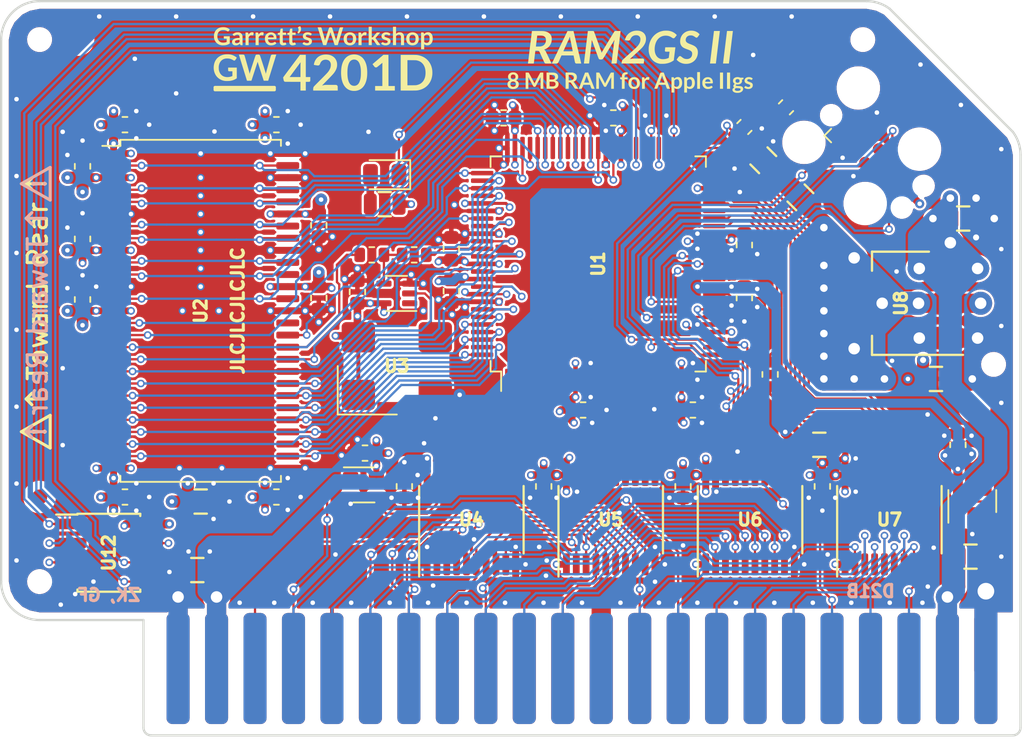
<source format=kicad_pcb>
(kicad_pcb (version 20221018) (generator pcbnew)
  (title_block (title "GW4201D (RAM2GS II) - LCMXO256 / LCMXO640") (date "2023-10-27") (rev "2.1") (company "Garrett's Workshop"))
  (layers (0 "F.Cu" signal) (1 "In1.Cu" power) (2 "In2.Cu" power) (31 "B.Cu" signal) (34 "B.Paste" user) (35 "F.Paste" user) (36 "B.SilkS" user "B.Silkscreen") (37 "F.SilkS" user "F.Silkscreen") (38 "B.Mask" user) (39 "F.Mask" user) (44 "Edge.Cuts" user))
  (net 0 "")
  (net 1 "GND")
  (net 2 "/FA15")
  (net 3 "/FA14")
  (net 4 "/FA13")
  (net 5 "/FA12")
  (net 6 "/FA11")
  (net 7 "/FA10")
  (net 8 "/~{CRAS}")
  (net 9 "/ABORT")
  (net 10 "/PH2")
  (net 11 "/~{CSEL}")
  (net 12 "/~{CROMSEL}")
  (net 13 "/CROW1")
  (net 14 "/CROW0")
  (net 15 "/~{CCAS}")
  (net 16 "/~{FWE}")
  (net 17 "/FRA1")
  (net 18 "/FRA2")
  (net 19 "/FRA0")
  (net 20 "/FRA7")
  (net 21 "/FRA5")
  (net 22 "/FRA4")
  (net 23 "/FRA3")
  (net 24 "/FRA6")
  (net 25 "/FRA8")
  (net 26 "/FRA9")
  (net 27 "/FD2")
  (net 28 "/FD7")
  (net 29 "/FD0")
  (net 30 "/FD6")
  (net 31 "/FD4")
  (net 32 "/FD5")
  (net 33 "/FD3")
  (net 34 "/FD1")
  (net 35 "/AClk")
  (net 36 "/RClk")
  (net 37 "+3V3")
  (net 38 "/Dout5")
  (net 39 "/Dout6")
  (net 40 "/Dout4")
  (net 41 "/Dout7")
  (net 42 "/Dout2")
  (net 43 "/Dout1")
  (net 44 "/Dout0")
  (net 45 "/Dout3")
  (net 46 "/Din3")
  (net 47 "/Din0")
  (net 48 "/Din1")
  (net 49 "/Din2")
  (net 50 "/Din7")
  (net 51 "/Din4")
  (net 52 "/Din6")
  (net 53 "/Din5")
  (net 54 "/~{WE}in")
  (net 55 "/Ain0")
  (net 56 "/Ain2")
  (net 57 "/Ain1")
  (net 58 "/PH2in")
  (net 59 "/~{CCAS}in")
  (net 60 "/CROWin0")
  (net 61 "/CROWin1")
  (net 62 "/~{CRAS}in")
  (net 63 "/RD0")
  (net 64 "/RD2")
  (net 65 "/RD1")
  (net 66 "/RD3")
  (net 67 "/RD7")
  (net 68 "/RD5")
  (net 69 "/RD6")
  (net 70 "/RD4")
  (net 71 "/Ain7")
  (net 72 "/Ain5")
  (net 73 "/Ain4")
  (net 74 "/Ain3")
  (net 75 "/Ain6")
  (net 76 "/Ain8")
  (net 77 "/Ain9")
  (net 78 "/DQMH")
  (net 79 "/CKE")
  (net 80 "/RA11")
  (net 81 "/RA9")
  (net 82 "/RA8")
  (net 83 "/RA7")
  (net 84 "/RA6")
  (net 85 "/RA5")
  (net 86 "/RA4")
  (net 87 "/RA3")
  (net 88 "/RA2")
  (net 89 "/RA1")
  (net 90 "/RA0")
  (net 91 "/RA10")
  (net 92 "/BA1")
  (net 93 "/BA0")
  (net 94 "/R~{CS}")
  (net 95 "/R~{RAS}")
  (net 96 "/R~{CAS}")
  (net 97 "/R~{WE}")
  (net 98 "/DQML")
  (net 99 "Net-(D1-A)")
  (net 100 "/TDI")
  (net 102 "/TMS")
  (net 103 "/TDO")
  (net 104 "/TCK")
  (net 105 "+5V")
  (net 108 "Net-(U7-B0)")
  (net 109 "/MISO")
  (net 110 "/MOSI")
  (net 111 "/SCK")
  (net 112 "/S~{CS}")
  (net 113 "+1V2")
  (net 114 "Net-(U10-Y)")
  (net 122 "Net-(U10-A)")
  (net 123 "Net-(U4-~{OE})")
  (net 127 "/LED")
  (net 128 "/TCKr")
  (footprint "stdpads:AppleIIgsMemoryExpansion_Edge" (layer "F.Cu") (at 84.328 135.382)
    (fp_text reference "J1")
    (fp_text value "IIgs RAM Exp.")
  )
  (footprint "stdpads:C_0603" (layer "F.Cu") (at 51.35 106.9 90)
    (fp_text reference "C19")
    (fp_text value "2u2")
  )
  (footprint "stdpads:C_0603" (layer "F.Cu") (at 51.35 102.1 90)
    (fp_text reference "C18")
    (fp_text value "2u2")
  )
  (footprint "stdpads:C_0603" (layer "F.Cu") (at 54.15 99.35)
    (fp_text reference "C17")
    (fp_text value "2u2")
  )
  (footprint "stdpads:C_0603" (layer "F.Cu") (at 64.15 123.95)
    (fp_text reference "C22")
    (fp_text value "2u2")
  )
  (footprint "stdpads:C_0603" (layer "F.Cu") (at 64.15 99.35)
    (fp_text reference "C25")
    (fp_text value "2u2")
  )
  (footprint "stdpads:C_0603" (layer "F.Cu") (at 66.95 110.8 -90)
    (fp_text reference "C23")
    (fp_text value "2u2")
  )
  (footprint "stdpads:C_0603" (layer "F.Cu") (at 66.95 106 -90)
    (fp_text reference "C24")
    (fp_text value "2u2")
  )
  (footprint "stdpads:C_0603" (layer "F.Cu") (at 51.35 110.9 90)
    (fp_text reference "C20")
    (fp_text value "2u2")
  )
  (footprint "stdpads:C_0603" (layer "F.Cu") (at 54.15 123.95)
    (fp_text reference "C21")
    (fp_text value "2u2")
  )
  (footprint "stdpads:PasteHole_1.1mm_PTH" (layer "F.Cu") (at 110.998 130.175)
    (fp_text reference "H5")
    (fp_text value " " hide)
  )
  (footprint "stdpads:C_0603" (layer "F.Cu") (at 100.2 123.25 -90)
    (fp_text reference "C8")
    (fp_text value "2u2")
  )
  (footprint "stdpads:TSSOP-20_4.4x6.5mm_P0.65mm" (layer "F.Cu") (at 95.425 125.45)
    (fp_text reference "U6")
    (fp_text value "74LVC245APW")
  )
  (footprint "stdpads:C_0603" (layer "F.Cu") (at 91 123.25 -90)
    (fp_text reference "C7")
    (fp_text value "2u2")
  )
  (footprint "stdpads:C_0603" (layer "F.Cu") (at 81.8 123.25 -90)
    (fp_text reference "C6")
    (fp_text value "2u2")
  )
  (footprint "stdpads:TSSOP-20_4.4x6.5mm_P0.65mm" (layer "F.Cu") (at 104.625 125.45)
    (fp_text reference "U7")
    (fp_text value "74LVC245APW")
  )
  (footprint "stdpads:C_0603" (layer "F.Cu") (at 72.6 123.25 -90)
    (fp_text reference "C5")
    (fp_text value "2u2")
  )
  (footprint "stdpads:TSSOP-20_4.4x6.5mm_P0.65mm" (layer "F.Cu") (at 86.225 125.45)
    (fp_text reference "U5")
    (fp_text value "74LVC245APW")
  )
  (footprint "stdpads:C_0805" (layer "F.Cu") (at 58.928 128.778 180)
    (fp_text reference "C1")
    (fp_text value "10u")
  )
  (footprint "stdpads:C_0805" (layer "F.Cu") (at 109.982 127.889)
    (fp_text reference "C2")
    (fp_text value "10u")
  )
  (footprint "stdpads:Fiducial" (layer "F.Cu") (at 100.33 93.726)
    (fp_text reference "FID2")
    (fp_text value "Fiducial" hide)
  )
  (footprint "stdpads:SOT-223" (layer "F.Cu") (at 105.387 111.15)
    (fp_text reference "U8")
    (fp_text value "AZ1117CH-3.3TRG1")
  )
  (footprint "stdpads:C_0805" (layer "F.Cu") (at 109.5 105.55)
    (fp_text reference "C3")
    (fp_text value "10u")
  )
  (footprint "stdpads:C_0805" (layer "F.Cu") (at 107.7 116.15)
    (fp_text reference "C4")
    (fp_text value "10u")
  )
  (footprint "stdpads:R_0805" (layer "F.Cu") (at 96.3 101.7 -45)
    (fp_text reference "R1")
    (fp_text value "22k")
  )
  (footprint "stdpads:R_0805" (layer "F.Cu") (at 98.75 104.15 135)
    (fp_text reference "R2")
    (fp_text value "22k")
  )
  (footprint "stdpads:Fiducial" (layer "F.Cu") (at 51.054 93.726)
    (fp_text reference "FID1")
    (fp_text value "Fiducial" hide)
  )
  (footprint "stdpads:SOT-353" (layer "F.Cu") (at 69.9 123.15 -90)
    (fp_text reference "U9")
    (fp_text value "74LVC1G04GW")
  )
  (footprint "Connector:Tag-Connect_TC2050-IDC-FP_2x05_P1.27mm_Vertical" (layer "F.Cu") (at 103.474 101.415 -45)
    (fp_text reference "J2")
    (fp_text value "JTAG")
  )
  (footprint "stdpads:TSSOP-20_4.4x6.5mm_P0.65mm" (layer "F.Cu") (at 77.025 125.45)
    (fp_text reference "U4")
    (fp_text value "74AHCT245PW")
  )
  (footprint "stdpads:TSOP-II-54_22.2x10.16mm_P0.8mm" (layer "F.Cu") (at 59.15 111.65 -90)
    (fp_text reference "U2")
    (fp_text value "W9812G6KH-6")
  )
  (footprint "stdpads:Crystal_SMD_7050-4Pin_7.0x5.0mm_SiTime" (layer "F.Cu") (at 72.1 115.3)
    (fp_text reference "U3")
    (fp_text value "60M")
  )
  (footprint "stdpads:SOT-353" (layer "F.Cu") (at 72.1 110.5 90)
    (fp_text reference "U10")
    (fp_text value "74LVC1G04GW")
  )
  (footprint "stdpads:C_0603" (layer "F.Cu") (at 69.5 110.4 90)
    (fp_text reference "C10")
    (fp_text value "2u2")
  )
  (footprint "stdpads:PasteHole_1.152mm_NPTH" (layer "F.Cu") (at 48.514 93.726)
    (fp_text reference "H1")
    (fp_text value " " hide)
  )
  (footprint "stdpads:PasteHole_1.152mm_NPTH" (layer "F.Cu") (at 102.87 93.726)
    (fp_text reference "H2")
    (fp_text value " " hide)
  )
  (footprint "stdpads:C_0805" (layer "F.Cu") (at 59.15 124.25)
    (fp_text reference "C26")
    (fp_text value "10u")
  )
  (footprint "stdpads:C_0603" (layer "F.Cu") (at 70 121.05 180)
    (fp_text reference "C27")
    (fp_text value "2u2")
  )
  (footprint "stdpads:C_0603" (layer "F.Cu") (at 79.15 98.9 180)
    (fp_text reference "C12")
    (fp_text value "2u2")
  )
  (footprint "stdpads:C_0603" (layer "F.Cu") (at 86.4 98.9 180)
    (fp_text reference "C13")
    (fp_text value "2u2")
  )
  (footprint "stdpads:C_0603" (layer "F.Cu") (at 95.05 107.3 -90)
    (fp_text reference "C16")
    (fp_text value "2u2")
  )
  (footprint "stdpads:C_0603" (layer "F.Cu") (at 95.05 110.8 -90)
    (fp_text reference "C14")
    (fp_text value "2u2")
  )
  (footprint "stdpads:C_0603" (layer "F.Cu") (at 84.4 118.2)
    (fp_text reference "C9")
    (fp_text value "2u2")
  )
  (footprint "stdpads:C_0603" (layer "F.Cu") (at 75.7 110.35 -90)
    (fp_text reference "C15")
    (fp_text value "2u2")
  )
  (footprint "stdpads:C_0603" (layer "F.Cu") (at 91.65 118.2)
    (fp_text reference "C29")
    (fp_text value "2u2")
  )
  (footprint "stdpads:C_0603" (layer "F.Cu") (at 75.7 107.55 90)
    (fp_text reference "C11")
    (fp_text value "2u2")
  )
  (footprint "stdpads:TQFP-100_14x14mm_P0.5mm" (layer "F.Cu") (at 85.4 108.55)
    (fp_text reference "U1")
    (fp_text value "LCMXO256-TN100")
  )
  (footprint "stdpads:Fiducial" (layer "F.Cu") (at 48.514 123.952)
    (fp_text reference "FID4")
    (fp_text value "Fiducial" hide)
  )
  (footprint "stdpads:PasteHole_1.152mm_NPTH" (layer "F.Cu") (at 48.514 129.54)
    (fp_text reference "H4")
    (fp_text value " " hide)
  )
  (footprint "stdpads:SOIC-8_3.9mm" (layer "F.Cu") (at 53.086 127.635 -90)
    (fp_text reference "U12")
    (fp_text value "25F010")
  )
  (footprint "stdpads:PasteHole_1.152mm_NPTH" (layer "F.Cu") (at 111.506 115.189)
    (fp_text reference "H3")
    (fp_text value " " hide)
  )
  (footprint "stdpads:Fiducial" (layer "F.Cu") (at 110.236 117.983)
    (fp_text reference "FID3")
    (fp_text value "Fiducial" hide)
  )
  (footprint "stdpads:SOT-23-5" (layer "F.Cu") (at 110.1 124.25)
    (fp_text reference "U11")
    (fp_text value "AP2127K-1.2TRG1")
  )
  (footprint "stdpads:C_0603" (layer "F.Cu") (at 109.15 120.5 90)
    (fp_text reference "C28")
    (fp_text value "2u2")
  )
  (footprint "stdpads:R_0805" (layer "F.Cu") (at 100 120.5 180)
    (fp_text reference "R4")
    (fp_text value "0")
  )
  (footprint "stdpads:R_0603" (layer "F.Cu") (at 73.25 107.95)
    (fp_text reference "R7")
    (fp_text value "47")
  )
  (footprint "stdpads:R_0603" (layer "F.Cu") (at 70.45 107.95 180)
    (fp_text reference "R6")
    (fp_text value "47")
  )
  (footprint "stdpads:LED_0805" (layer "F.Cu") (at 71.3 102.65 180)
    (fp_text reference "D1")
    (fp_text value "Amber")
  )
  (footprint "stdpads:R_0805" (layer "F.Cu") (at 71.3 104.6)
    (fp_text reference "R8")
    (fp_text value "220")
  )
  (footprint "stdpads:R_0603" (layer "F.Cu") (at 96.75 115.85 -90)
    (fp_text reference "R3")
    (fp_text value "47")
  )
  (footprint "stdpads:R_0603" (layer "F.Cu") (at 97.8 98.2 45)
    (fp_text reference "R5")
    (fp_text value "47")
  )
  (footprint "stdpads:C_0603" (layer "F.Cu") (at 95.05 99.5 45)
    (fp_text reference "C30")
    (fp_text value "15p")
  )
  (footprint "LOGO" (layer "F.Cu") (at 67.2465 95.1865)
    (fp_text reference "G***" hide)
    (fp_text value "LOGO" hide)
  )
  (footprint "LOGO" (layer "F.Cu") (at 87.503 94.996)
    (fp_text reference "G***" hide)
    (fp_text value "LOGO" hide)
  )
  (gr_line (start 48.895 119.634) (end 47.625 119.634) (stroke (width 0.2)) (layer "B.SilkS"))
  (gr_line (start 47.625 119.634) (end 48.006 120.015) (stroke (width 0.2)) (layer "B.SilkS"))
  (gr_line (start 47.625 119.634) (end 48.006 119.253) (stroke (width 0.2)) (layer "B.SilkS"))
  (gr_line (start 47.625 105.537) (end 48.006 105.918) (stroke (width 0.2)) (layer "B.SilkS"))
  (gr_line (start 47.625 105.537) (end 48.006 105.156) (stroke (width 0.2)) (layer "B.SilkS"))
  (gr_line (start 48.895 105.537) (end 47.625 105.537) (stroke (width 0.2)) (layer "B.SilkS"))
  (gr_line (start 49.2125 104.3305) (end 47.3075 103.251) (stroke (width 0.2)) (layer "B.SilkS"))
  (gr_line (start 47.3075 103.251) (end 49.2125 102.1715) (stroke (width 0.2)) (layer "B.SilkS"))
  (gr_line (start 49.2125 102.1715) (end 49.2125 104.3305) (stroke (width 0.2)) (layer "B.SilkS"))
  (gr_line (start 47.625 117.475) (end 48.006 117.094) (stroke (width 0.2)) (layer "F.SilkS"))
  (gr_line (start 47.625 117.475) (end 48.006 117.856) (stroke (width 0.2)) (layer "F.SilkS"))
  (gr_line (start 48.895 117.475) (end 47.625 117.475) (stroke (width 0.2)) (layer "F.SilkS"))
  (gr_line (start 48.895 103.251) (end 47.625 103.251) (stroke (width 0.2)) (layer "F.SilkS"))
  (gr_line (start 47.625 103.251) (end 48.006 103.632) (stroke (width 0.2)) (layer "F.SilkS"))
  (gr_line (start 47.625 103.251) (end 48.006 102.87) (stroke (width 0.2)) (layer "F.SilkS"))
  (gr_line (start 49.2125 118.5545) (end 49.2125 120.7135) (stroke (width 0.2)) (layer "F.SilkS"))
  (gr_line (start 49.2125 120.7135) (end 47.3075 119.634) (stroke (width 0.2)) (layer "F.SilkS"))
  (gr_line (start 47.3075 119.634) (end 49.2125 118.5545) (stroke (width 0.2)) (layer "F.SilkS"))
  (gr_line (start 112.776 139.7) (end 55.88 139.7) (stroke (width 0.15)) (layer "Edge.Cuts"))
  (gr_line (start 55.372 139.192) (end 55.372 132.08) (stroke (width 0.15)) (layer "Edge.Cuts"))
  (gr_arc (start 112.776 99.822) (mid 113.153656 100.542781) (end 113.284 101.346) (stroke (width 0.15)) (layer "Edge.Cuts"))
  (gr_line (start 45.974 129.54) (end 45.974 93.726) (stroke (width 0.15)) (layer "Edge.Cuts"))
  (gr_arc (start 48.514 132.08) (mid 46.717949 131.336051) (end 45.974 129.54) (stroke (width 0.15)) (layer "Edge.Cuts"))
  (gr_arc (start 45.974 93.726) (mid 46.717949 91.929949) (end 48.514 91.186) (stroke (width 0.15)) (layer "Edge.Cuts"))
  (gr_line (start 48.514 132.08) (end 55.372 132.08) (stroke (width 0.15)) (layer "Edge.Cuts"))
  (gr_line (start 103.124 91.186) (end 48.514 91.186) (stroke (width 0.15)) (layer "Edge.Cuts"))
  (gr_arc (start 113.284 139.192) (mid 113.13521 139.55121) (end 112.776 139.7) (stroke (width 0.15)) (layer "Edge.Cuts"))
  (gr_line (start 113.284 139.192) (end 113.284 101.346) (stroke (width 0.15)) (layer "Edge.Cuts"))
  (gr_line (start 112.776 99.822) (end 104.648 91.694) (stroke (width 0.15)) (layer "Edge.Cuts"))
  (gr_arc (start 103.124 91.186) (mid 103.927219 91.316344) (end 104.648 91.694) (stroke (width 0.15)) (layer "Edge.Cuts"))
  (gr_arc (start 55.88 139.7) (mid 55.52079 139.55121) (end 55.372 139.192) (stroke (width 0.15)) (layer "Edge.Cuts"))
  (gr_text "Toward Rear" (at 48.387 112.649 90) (layer "B.SilkS") (effects (font (size 1.27 1.27) (thickness 0.2)) (justify mirror)))
  (gr_text "ZK, GF" (at 53.086 130.429) (layer "B.SilkS") (effects (font (size 0.8128 0.8128) (thickness 0.2032)) (justify mirror)))
  (gr_text "D21B" (at 103.378 130.175) (layer "B.SilkS") (effects (font (size 0.8128 0.8128) (thickness 0.2032)) (justify mirror)))
  (gr_text "!" (at 48.514 103.251 90) (layer "B.SilkS") (effects (font (size 0.8128 0.8128) (thickness 0.1905)) (justify mirror)))
  (gr_text "Toward Rear" (at 48.387 110.363 90) (layer "F.SilkS") (effects (font (size 1.27 1.27) (thickness 0.2))))
  (gr_text "JLCJLCJLCJLC" (at 61.6 111.65 90) (layer "F.SilkS") (effects (font (size 0.8128 0.8128) (thickness 0.2032) bold)))
  (gr_text "!" (at 48.514 119.634 90) (layer "F.SilkS") (effects (font (size 0.8128 0.8128) (thickness 0.1905))))
  (segment (start 85.598 135.382) (end 85.598 130.556) (width 1.27) (layer "F.Cu") (net 1))
  (segment (start 57.658 135.382) (end 57.658 130.556) (width 1.27) (layer "F.Cu") (net 1))
  (segment (start 64.9 102.85) (end 66.05 102.85) (width 0.45) (layer "F.Cu") (net 1))
  (segment (start 64.9 101.25) (end 66.05 101.25) (width 0.45) (layer "F.Cu") (net 1))
  (segment (start 64.9 122.05) (end 66.05 122.05) (width 0.45) (layer "F.Cu") (net 1))
  (segment (start 53.4 110.05) (end 54.55 110.05) (width 0.45) (layer "F.Cu") (net 1))
  (segment (start 64.9 101.25) (end 63.75 101.25) (width 0.45) (layer "F.Cu") (net 1))
  (segment (start 64.9 122.05) (end 63.75 122.05) (width 0.45) (layer "F.Cu") (net 1))
  (segment (start 53.4 110.05) (end 52.25 110.05) (width 0.45) (layer "F.Cu") (net 1))
  (segment (start 64.9 102.85) (end 63.75 102.85) (width 0.45) (layer "F.Cu") (net 1))
  (segment (start 64.9 111.65) (end 66.05 111.65) (width 0.45) (layer "F.Cu") (net 1))
  (segment (start 64.9 107.65) (end 63.75 107.65) (width 0.45) (layer "F.Cu") (net 1))
  (segment (start 51.35 110.15) (end 52.15 110.15) (width 0.508) (layer "F.Cu") (net 1))
  (segment (start 51.35 106.15) (end 51.35 105.2) (width 0.762) (layer "F.Cu") (net 1))
  (segment (start 52.15 110.15) (end 52.25 110.05) (width 0.508) (layer "F.Cu") (net 1))
  (segment (start 66.95 111.55) (end 66.15 111.55) (width 0.508) (layer "F.Cu") (net 1))
  (segment (start 64.9 111.65) (end 63.75 111.65) (width 0.45) (layer "F.Cu") (net 1))
  (segment (start 66.15 111.55) (end 66.05 111.65) (width 0.508) (layer "F.Cu") (net 1))
  (segment (start 53.4 105.25) (end 51.4 105.25) (width 0.508) (layer "F.Cu") (net 1))
  (segment (start 51.35 110.15) (end 50.35 110.15) (width 0.762) (layer "F.Cu") (net 1))
  (segment (start 51.4 105.25) (end 51.35 105.2) (width 0.508) (layer "F.Cu") (net 1))
  (segment (start 51.35 110.15) (end 51.35 109.3) (width 0.508) (layer "F.Cu") (net 1))
  (segment (start 51.35 106.15) (end 50.35 106.15) (width 0.8) (layer "F.Cu") (net 1))
  (segment (start 51.35 101.35) (end 51.35 100.4) (width 0.8) (layer "F.Cu") (net 1))
  (segment (start 51.35 101.35) (end 50.35 101.35) (width 0.8) (layer "F.Cu") (net 1))
  (segment (start 53.4 105.25) (end 54.55 105.25) (width 0.45) (layer "F.Cu") (net 1))
  (segment (start 74.1 128.4) (end 74.1 127.25) (width 0.45) (layer "F.Cu") (net 1))
  (segment (start 89.15 128.4) (end 89.15 129.55) (width 0.45) (layer "F.Cu") (net 1))
  (segment (start 79.95 128.4) (end 79.95 127.25) (width 0.45) (layer "F.Cu") (net 1))
  (segment (start 79.95 128.4) (end 80.6 128.4) (width 0.45) (layer "F.Cu") (net 1))
  (segment (start 108.537 113.45) (end 106.6 113.45) (width 1.27) (layer "F.Cu") (net 1))
  (segment (start 110.45 113.45) (end 108.537 113.45) (width 1.27) (layer "F.Cu") (net 1))
  (segment (start 72.95 109.85) (end 73.85 109.85) (width 0.4) (layer "F.Cu") (net 1))
  (segment (start 89.15 128.4) (end 89.8 128.4) (width 0.45) (layer "F.Cu") (net 1))
  (segment (start 89.15 128.4) (end 89.15 127.25) (width 0.45) (layer "F.Cu") (net 1))
  (segment (start 81.8 124) (end 82.65 124) (width 0.5) (layer "F.Cu") (net 1))
  (segment (start 102.35 123.55) (end 102.4 123.6) (width 0.45) (layer "F.Cu") (net 1))
  (segment (start 102.35 122.5) (end 102.35 123.55) (width 0.45) (layer "F.Cu") (net 1))
  (segment (start 91 124) (end 90.1 124) (width 0.6) (layer "F.Cu") (net 1))
  (segment (start 100.2 124) (end 99.3 124) (width 0.6) (layer "F.Cu") (net 1))
  (segment (start 83.95 122.5) (end 83.95 123.55) (width 0.45) (layer "F.Cu") (net 1))
  (segment (start 93.15 122.5) (end 93.15 123.55) (width 0.45) (layer "F.Cu") (net 1))
  (segment (start 83.95 123.55) (end 84 123.6) (width 0.45) (layer "F.Cu") (net 1))
  (segment (start 93.15 123.55) (end 93.2 123.6) (width 0.45) (layer "F.Cu") (net 1))
  (segment (start 100.2 124) (end 101.05 124) (width 0.5) (layer "F.Cu") (net 1))
  (segment (start 72.6 124) (end 71.75 124) (width 0.5) (layer "F.Cu") (net 1))
  (segment (start 102.35 122.5) (end 102.35 121.45) (width 0.45) (layer "F.Cu") (net 1))
  (segment (start 91 124) (end 91.85 124) (width 0.5) (layer "F.Cu") (net 1))
  (segment (start 102.35 121.45) (end 102.4 121.4) (width 0.45) (layer "F.Cu") (net 1))
  (segment (start 81.8 124) (end 80.9 124) (width 0.6) (layer "F.Cu") (net 1))
  (segment (start 100.2 124) (end 100.2 124.85) (width 0.6) (layer "F.Cu") (net 1))
  (segment (start 72.6 124) (end 73.5 124) (width 0.6) (layer "F.Cu") (net 1))
  (segment (start 77.7375 105.05) (end 78.85 105.05) (width 0.3) (layer "F.Cu") (net 1))
  (segment (start 109.9 119.75) (end 110.05 119.9) (width 0.6) (layer "F.Cu") (net 1))
  (segment (start 76.3 105.05) (end 77.7375 105.05) (width 0.2) (layer "F.Cu") (net 1))
  (segment (start 98.35 128.4) (end 98.35 129.3) (width 0.45) (layer "F.Cu") (net 1))
  (segment (start 101.556449 101.5365) (end 101.5365 101.5365) (width 0.6) (layer "F.Cu") (net 1))
  (segment (start 85.65 99.6) (end 85.8 99.75) (width 0.5) (layer "F.Cu") (net 1))
  (segment (start 64.9 122.05) (end 64.9 122.7) (width 0.45) (layer "F.Cu") (net 1))
  (segment (start 75.7 111.05) (end 75 111.05) (width 0.5) (layer "F.Cu") (net 1))
  (segment (start 69.25 120.35) (end 69.45 120.15) (width 0.5) (layer "F.Cu") (net 1))
  (segment (start 102.262038 102.762038) (end 103.923013 102.762038) (width 0.6) (layer "F.Cu") (net 1))
  (segment (start 75.7 106.8) (end 76.4 106.8) (width 0.5) (layer "F.Cu") (net 1))
  (segment (start 85.9 100.8875) (end 85.9 102) (width 0.3) (layer "F.Cu") (net 1))
  (segment (start 67.8 111.55) (end 66.95 111.55) (width 0.5) (layer "F.Cu") (net 1))
  (segment (start 76.4 111.05) (end 75.7 111.05) (width 0.5) (layer "F.Cu") (net 1))
  (segment (start 85.15 118.9) (end 85 119.05) (width 0.5) (layer "F.Cu") (net 1))
  (segment (start 76.6 111.25) (end 76.8 111.05) (width 0.3) (layer "F.Cu") (net 1))
  (segment (start 66.95 107.6) (end 66.95 106.75) (width 0.5) (layer "F.Cu") (net 1))
  (segment (start 85.65 98.9) (end 85 98.9) (width 0.5) (layer "F.Cu") (net 1))
  (segment (start 85.15 118.2) (end 85.15 117.5) (width 0.5) (layer "F.Cu") (net 1))
  (segment (start 78.4 98.2) (end 78.55 98.05) (width 0.5) (layer "F.Cu") (net 1))
  (segment (start 69.5 109.65) (end 69.5 108.85) (width 0.5) (layer "F.Cu") (net 1))
  (segment (start 64.9 123.95) (end 64.9 122.7) (width 0.8) (layer "F.Cu") (net 1))
  (segment (start 110.1 126.4) (end 110.1 125.3) (width 0.6) (layer "F.Cu") (net 1))
  (segment (start 85.9 100.8875) (end 85.9 99.75) (width 0.3) (layer "F.Cu") (net 1))
  (segment (start 91.4 115.35) (end 91.65 115.1) (width 0.3) (layer "F.Cu") (net 1))
  (segment (start 93.0625 106.55) (end 91.95 106.55) (width 0.3) (layer "F.Cu") (net 1))
  (segment (start 108.55 117.15) (end 108.55 116.15) (width 0.8) (layer "F.Cu") (net 1))
  (segment (start 78.8625 100.8875) (end 78.85 100.9) (width 0.3) (layer "F.Cu") (net 1))
  (segment (start 50.559 130.2255) (end 50.559 129.54) (width 0.6) (layer "F.Cu") (net 1))
  (segment (start 95.05 111.55) (end 95.05 112.35) (width 0.5) (layer "F.Cu") (net 1))
  (segment (start 54.9 99.35) (end 55.75 99.35) (width 0.6) (layer "F.Cu") (net 1))
  (segment (start 110.35 105.55) (end 111.55 105.55) (width 1) (layer "F.Cu") (net 1))
  (segment (start 60 124.25) (end 60 125.4) (width 0.5) (layer "F.Cu") (net 1))
  (segment (start 64.9 123.95) (end 64.9 124.8) (width 0.5) (layer "F.Cu") (net 1))
  (segment (start 107.55 128.4) (end 107.95 128.4) (width 0.45) (layer "F.Cu") (net 1))
  (segment (start 58.078 127.822) (end 58.078 128.778) (width 0.762) (layer "F.Cu") (net 1))
  (segment (start 85.65 98.9) (end 85.65 99.6) (width 0.5) (layer "F.Cu") (net 1))
  (segment (start 92.4 118.9) (end 92.25 119.05) (width 0.5) (layer "F.Cu") (net 1))
  (segment (start 74.64 118.74) (end 74.65 118.75) (width 0.8) (layer "F.Cu") (net 1))
  (segment (start 108.55 116.15) (end 110.1 116.15) (width 1) (layer "F.Cu") (net 1))
  (segment (start 93.0625 107.55) (end 91.95 107.55) (width 0.3) (layer "F.Cu") (net 1))
  (segment (start 76.8 111.05) (end 77.7375 111.05) (width 0.3) (layer "F.Cu") (net 1))
  (segment (start 69.05 123.8) (end 69.05 124.4) (width 0.4) (layer "F.Cu") (net 1))
  (segment (start 69.45 120.15) (end 69.5 120.15) (width 0.5) (layer "F.Cu") (net 1))
  (segment (start 96.2 99.58934) (end 96.2 99.6) (width 0.15) (layer "F.Cu") (net 1))
  (segment (start 72.95 109.35) (end 73.05 109.25) (width 0.4) (layer "F.Cu") (net 1))
  (segment (start 69.25 121.05) (end 69.25 120.35) (width 0.5) (layer "F.Cu") (net 1))
  (segment (start 107.55 127.3) (end 107.55 128.4) (width 0.45) (layer "F.Cu") (net 1))
  (segment (start 54.9 123.95) (end 55.75 123.95) (width 0.6) (layer "F.Cu") (net 1))
  (segment (start 79.4 101.75) (end 79.15 102) (width 0.3) (layer "F.Cu") (net 1))
  (segment (start 77.7375 111.05) (end 78.85 111.05) (width 0.3) (layer "F.Cu") (net 1))
  (segment (start 77.7375 106.55) (end 76.6 106.55) (width 0.3) (layer "F.Cu") (net 1))
  (segment (start 85.8 99.75) (end 85.9 99.75) (width 0.5) (layer "F.Cu") (net 1))
  (segment (start 84.9 116.2125) (end 84.9 117.35) (width 0.3) (layer "F.Cu") (net 1))
  (segment (start 78.4 98.9) (end 78.4 99.6) (width 0.5) (layer "F.Cu") (net 1))
  (segment (start 94.1 107.55) (end 93.0625 107.55) (width 0.3) (layer "F.Cu") (net 1))
  (segment (start 74.1 128.4) (end 74.1 129.4) (width 0.45) (layer "F.Cu") (net 1))
  (segment (start 60 124.25) (end 60 123.05) (width 0.8) (layer "F.Cu") (net 1))
  (segment (start 66.9 107.65) (end 66.95 107.6) (width 0.45) (layer "F.Cu") (net 1))
  (segment (start 77.7375 106.55) (end 78.85 106.55) (width 0.3) (layer "F.Cu") (net 1))
  (segment (start 108.55 116.15) (end 108.55 113.463) (width 1) (layer "F.Cu") (net 1))
  (segment (start 50.559 129.54) (end 52.07 129.54) (width 0.6) (layer "F.Cu") (net 1))
  (segment (start 74.64 117.205) (end 76.245 117.205) (width 0.8) (layer "F.Cu") (net 1))
  (segment (start 110.832 130.009) (end 110.998 130.175) (width 1) (layer "F.Cu") (net 1))
  (segment (start 64.9 101.25) (end 64.9 100.6) (width 0.45) (layer "F.Cu") (net 1))
  (segment (start 74.1 129.4) (end 74.5 129.8) (width 0.45) (layer "F.Cu") (net 1))
  (segment (start 68.75 109.65) (end 69.5 109.65) (width 0.5) (layer "F.Cu") (net 1))
  (segment (start 85.65 98.9) (end 85.65 98.2) (width 0.5) (layer "F.Cu") (net 1))
  (segment (start 85 98.9) (end 84.85 98.75) (width 0.5) (layer "F.Cu") (net 1))
  (segment (start 58.078 130.136) (end 57.658 130.556) (width 1) (layer "F.Cu") (net 1))
  (segment (start 99 128.4) (end 98.35 128.4) (width 0.45) (layer "F.Cu") (net 1))
  (segment (start 76.6 111.4) (end 76.6 111.25) (width 0.5) (layer "F.Cu") (net 1))
  (segment (start 50.699 130.3655) (end 50.8635 130.3655) (width 0.6) (layer "F.Cu") (net 1))
  (segment (start 107.55 128.4) (end 107.55 129.4828) (width 0.45) (layer "F.Cu") (net 1))
  (segment (start 94.35 111.55) (end 94.2 111.4) (width 0.5) (layer "F.Cu") (net 1))
  (segment (start 75.7 111.85) (end 75.75 111.9) (width 0.5) (layer "F.Cu") (net 1))
  (segment (start 91.4 116.2125) (end 91.9375 116.2125) (width 0.3) (layer "F.Cu") (net 1))
  (segment (start 93.0625 112.55) (end 93.95 112.55) (width 0.3) (layer "F.Cu") (net 1))
  (segment (start 93.0625 112.55) (end 91.95 112.55) (width 0.254) (layer "F.Cu") (net 1))
  (segment (start 58.078 128.778) (end 58.078 130.136) (width 1) (layer "F.Cu") (net 1))
  (segment (start 72.95 109.85) (end 72.95 109.35) (width 0.4) (layer "F.Cu") (net 1))
  (segment (start 68.6 121.05) (end 68.45 121.2) (width 0.5) (layer "F.Cu") (net 1))
  (segment (start 108.4 119.75) (end 108.25 119.9) (width 0.6) (layer "F.Cu") (net 1))
  (segment (start 107.55 129.4828) (end 107.1626 129.8702) (width 0.45) (layer "F.Cu") (net 1))
  (segment (start 79.95 128.4) (end 79.95 129.3) (width 0.45) (layer "F.Cu") (net 1))
  (segment (start 92.4 118.2) (end 92.4 117.5) (width 0.5) (layer "F.Cu") (net 1))
  (segment (start 74.64 117.205) (end 74.64 118.74) (width 0.8) (layer "F.Cu") (net 1))
  (segment (start 76.6 111.25) (end 76.4 111.05) (width 0.5) (layer "F.Cu") (net 1))
  (segment (start 54.9 123.95) (end 54.9 123.05) (width 0.6) (layer "F.Cu") (net 1))
  (segment (start 85.15 118.2) (end 85.15 118.9) (width 0.5) (layer "F.Cu") (net 1))
  (segment (start 76.6 106.55) (end 76.6 106.6) (width 0.5) (layer "F.Cu") (net 1))
  (segment (start 75.7 111.05) (end 75.7 111.85) (width 0.5) (layer "F.Cu") (net 1))
  (segment (start 75.9 104.65) (end 76.3 105.05) (width 0.2) (layer "F.Cu") (net 1))
  (segment (start 91.4 116.2125) (end 91.4 115.35) (width 0.3) (layer "F.Cu") (net 1))
  (segment (start 66.95 112.4) (end 66.95 111.55) (width 0.508) (layer "F.Cu") (net 1))
  (segment (start 95.75 111.55) (end 95.9 111.4) (width 0.5) (layer "F.Cu") (net 1))
  (segment (start 69.25 121.05) (end 68.6 121.05) (width 0.5) (layer "F.Cu") (net 1))
  (segment (start 54.9 123.95) (end 54.9 124.85) (width 0.6) (layer "F.Cu") (net 1))
  (segment (start 68.65 109.55) (end 68.75 109.65) (width 0.5) (layer "F.Cu") (net 1))
  (segment (start 110.35 105.55) (end 110.35 104.2) (width 1) (layer "F.Cu") (net 1))
  (segment (start 84.9 116.2125) (end 84.9 115.1) (width 0.3) (layer "F.Cu") (net 1))
  (segment (start 64.9 123.95) (end 65.75 123.95) (width 0.6) (layer "F.Cu") (net 1))
  (segment (start 64.9 107.65) (end 66.9 107.65) (width 0.45) (layer "F.Cu") (net 1))
  (segment (start 95.75 108.05) (end 95.9 107.9) (width 0.5) (layer "F.Cu") (net 1))
  (segment (start 91.9375 116.2125) (end 91.95 116.2) (width 0.3) (layer "F.Cu") (net 1))
  (segment (start 94.2 107.9) (end 94.2 107.65) (width 0.5) (layer "F.Cu") (net 1))
  (segment (start 95.05 111.55) (end 95.75 111.55) (width 0.5) (layer "F.Cu") (net 1))
  (segment (start 98.35 128.4) (end 98.35 127.25) (width 0.45) (layer "F.Cu") (net 1))
  (segment (start 64.9 99.35) (end 65.75 99.35) (width 0.6) (layer "F.Cu") (net 1))
  (segment (start 95.05 108.05) (end 95.75 108.05) (width 0.5) (layer "F.Cu") (net 1))
  (segment (start 64.9 99.35) (end 64.9 100.6) (width 0.6) (layer "F.Cu") (net 1))
  (segment (start 67.818 135.382) (end 67.818 131.191) (width 0.25) (layer "F.Cu") (net 1))
  (segment (start 102.126962 100.965987) (end 101.556449 101.5365) (width 0.6) (layer "F.Cu") (net 1))
  (segment (start 50.559 130.2255) (end 50.699 130.3655) (width 0.6) (layer "F.Cu") (net 1))
  (segment (start 110.998 130.175) (end 110.998 135.382) (width 1.524) (layer "F.Cu") (net 1))
  (segment (start 75.7 106.8) (end 75 106.8) (width 0.5) (layer "F.Cu") (net 1))
  (segment (start 92.4 118.2) (end 92.4 118.9) (width 0.5) (layer "F.Cu") (net 1))
  (segment (start 95.05 111.55) (end 94.35 111.55) (width 0.5) (layer "F.Cu") (net 1))
  (segment (start 76.245 117.205) (end 76.25 117.2) (width 0.8) (layer "F.Cu") (net 1))
  (segment (start 75 111.05) (end 74.85 110.9) (width 0.5) (layer "F.Cu") (net 1))
  (segment (start 54.9 99.35) (end 54.9 98.45) (width 0.6) (layer "F.Cu") (net 1))
  (segment (start 57.2135 128.778) (end 57.0865 128.905) (width 0.6) (layer "F.Cu") (net 1))
  (segment (start 102.25 102.75) (end 102.262038 102.762038) (width 0.6) (layer "F.Cu") (net 1))
  (segment (start 85.65 98.2) (end 85.8 98.05) (width 0.5) (layer "F.Cu") (net 1))
  (segment (start 109.15 119.75) (end 108.4 119.75) (width 0.6) (layer "F.Cu") (net 1))
  (segment (start 79.4 100.8875) (end 79.4 101.75) (width 0.3) (layer "F.Cu") (net 1))
  (segment (start 58.078 128.778) (end 57.2135 128.778) (width 0.6) (layer "F.Cu") (net 1))
  (segment (start 75 106.8) (end 74.85 106.95) (width 0.5) (layer "F.Cu") (net 1))
  (segment (start 110.832 127.889) (end 110.832 130.009) (width 1) (layer "F.Cu") (net 1))
  (segment (start 78.4 99.6) (end 78.55 99.75) (width 0.5) (layer "F.Cu") (net 1))
  (segment (start 54.9 99.35) (end 54.9 100.25) (width 0.6) (layer "F.Cu") (net 1))
  (segment (start 94.2 107.65) (end 94.1 107.55) (width 0.3) (layer "F.Cu") (net 1))
  (segment (start 60 124.25) (end 61.05 124.25) (width 0.8) (layer "F.Cu") (net 1))
  (segment (start 94.35 108.05) (end 94.2 107.9) (width 0.5) (layer "F.Cu") (net 1))
  (segment (start 78.4 98.9) (end 78.4 98.2) (width 0.5) (layer "F.Cu") (net 1))
  (segment (start 67.85 106.75) (end 66.95 106.75) (width 0.5) (layer "F.Cu") (net 1))
  (segment (start 110.35 105.55) (end 110.35 106.8) (width 0.8) (layer "F.Cu") (net 1))
  (segment (start 95.05 108.05) (end 94.35 108.05) (width 0.5) (layer "F.Cu") (net 1))
  (segment (start 108.55 113.463) (end 108.537 113.45) (width 1) (layer "F.Cu") (net 1))
  (segment (start 110.832 127.889) (end 112.014 127.889) (width 0.762) (layer "F.Cu") (net 1))
  (segment (start 95.58033 98.96967) (end 96.2 99.58934) (width 0.15) (layer "F.Cu") (net 1))
  (segment (start 94.2 111.4) (end 94.2 111.3) (width 0.5) (layer "F.Cu") (net 1))
  (segment (start 85.15 118.2) (end 85.95 118.2) (width 0.5) (layer "F.Cu") (net 1))
  (segment (start 64.9 99.35) (end 64.9 98.45) (width 0.6) (layer "F.Cu") (net 1))
  (segment (start 79.4 100.8875) (end 78.8625 100.8875) (width 0.3) (layer "F.Cu") (net 1))
  (segment (start 109.15 119.75) (end 109.9 119.75) (width 0.6) (layer "F.Cu") (net 1))
  (segment (start 76.6 106.6) (end 76.4 106.8) (width 0.5) (layer "F.Cu") (net 1))
  (segment (start 92.4 117.5) (end 92.25 117.35) (width 0.5) (layer "F.Cu") (net 1))
  (segment (start 93.95 112.55) (end 94.2 112.3) (width 0.3) (layer "F.Cu") (net 1))
  (segment (start 58.35 127.55) (end 58.078 127.822) (width 0.762) (layer "F.Cu") (net 1))
  (via (at 112.014 100.965) (size 0.5) (drill 0.3) (layers "F.Cu" "B.Cu") (net 1))
  (via (at 74.168 130.937) (size 0.5) (drill 0.3) (layers "F.Cu" "B.Cu") (net 1))
  (via (at 102.108 130.937) (size 0.5) (drill 0.3) (layers "F.Cu" "B.Cu") (net 1))
  (via (at 64.008 130.937) (size 0.5) (drill 0.3) (layers "F.Cu" "B.Cu") (net 1))
  (via (at 57.658 130.556) (size 1.524) (drill 0.762) (layers "F.Cu" "B.Cu") (net 1))
  (via (at 104.648 130.937) (size 0.5) (drill 0.3) (layers "F.Cu" "B.Cu") (net 1))
  (via (at 61.722 130.937) (size 0.5) (drill 0.3) (layers "F.Cu" "B.Cu") (net 1))
  (via (at 106.68 95.377) (size 0.5) (drill 0.3) (layers "F.Cu" "B.Cu") (net 1))
  (via (at 98.171 92.202) (size 0.5) (drill 0.3) (layers "F.Cu" "B.Cu") (net 1))
  (via (at 88.011 92.202) (size 0.5) (drill 0.3) (layers "F.Cu" "B.Cu") (net 1))
  (via (at 82.931 92.202) (size 0.5) (drill 0.3) (layers "F.Cu" "B.Cu") (net 1))
  (via (at 77.851 92.202) (size 0.5) (drill 0.3) (layers "F.Cu" "B.Cu") (net 1))
  (via (at 67.691 92.202) (size 0.5) (drill 0.3) (layers "F.Cu" "B.Cu") (net 1))
  (via (at 62.611 92.202) (size 0.5) (drill 0.3) (layers "F.Cu" "B.Cu") (net 1))
  (via (at 94.488 130.937) (size 0.5) (drill 0.3) (layers "F.Cu" "B.Cu") (net 1))
  (via (at 46.99 117.983) (size 0.5) (drill 0.3) (layers "F.Cu" "B.Cu") (net 1))
  (via (at 46.99 112.903) (size 0.5) (drill 0.3) (layers "F.Cu" "B.Cu") (net 1))
  (via (at 46.99 107.823) (size 0.5) (drill 0.3) (layers "F.Cu" "B.Cu") (net 1))
  (via (at 81.788 130.937) (size 0.5) (drill 0.3) (layers "F.Cu" "B.Cu") (net 1))
  (via (at 91.948 130.937) (size 0.5) (drill 0.3) (layers "F.Cu" "B.Cu") (net 1))
  (via (at 89.408 130.937) (size 0.5) (drill 0.3) (layers "F.Cu" "B.Cu") (net 1))
  (via (at 97.028 130.937) (size 0.5) (drill 0.3) (layers "F.Cu" "B.Cu") (net 1))
  (via (at 69.088 130.937) (size 0.5) (drill 0.3) (layers "F.Cu" "B.Cu") (net 1))
  (via (at 112.014 117.729) (size 0.5) (drill 0.3) (layers "F.Cu" "B.Cu") (net 1))
  (via (at 79.248 130.937) (size 0.5) (drill 0.3) (layers "F.Cu" "B.Cu") (net 1))
  (via (at 76.708 130.937) (size 0.5) (drill 0.3) (layers "F.Cu" "B.Cu") (net 1))
  (via (at 71.628 130.937) (size 0.5) (drill 0.3) (layers "F.Cu" "B.Cu") (net 1))
  (via (at 86.868 130.937) (size 0.5) (drill 0.3) (layers "F.Cu" "B.Cu") (net 1))
  (via (at 84.328 130.937) (size 0.5) (drill 0.3) (layers "F.Cu" "B.Cu") (net 1))
  (via (at 66.548 130.937) (size 0.5) (drill 0.3) (layers "F.Cu" "B.Cu") (net 1))
  (via (at 109.347 98.044) (size 0.5) (drill 0.3) (layers "F.Cu" "B.Cu") (net 1))
  (via (at 66.05 101.25) (size 0.5) (drill 0.3) (layers "F.Cu" "B.Cu") (net 1))
  (via (at 63.75 101.25) (size 0.5) (drill 0.3) (layers "F.Cu" "B.Cu") (net 1))
  (via (at 66.05 102.85) (size 0.5) (drill 0.3) (layers "F.Cu" "B.Cu") (net 1))
  (via (at 66.05 122.05) (size 0.5) (drill 0.3) (layers "F.Cu" "B.Cu") (net 1))
  (via (at 52.25 110.05) (size 0.5) (drill 0.3) (layers "F.Cu" "B.Cu") (net 1))
  (via (at 54.55 110.05) (size 0.5) (drill 0.3) (layers "F.Cu" "B.Cu") (net 1))
  (via (at 63.75 102.85) (size 0.5) (drill 0.3) (layers "F.Cu" "B.Cu") (net 1))
  (via (at 63.75 122.05) (size 0.5) (drill 0.3) (layers "F.Cu" "B.Cu") (net 1))
  (via (at 66.05 111.65) (size 0.5) (drill 0.3) (layers "F.Cu" "B.Cu") (net 1))
  (via (at 63.75 107.65) (size 0.5) (drill 0.3) (layers "F.Cu" "B.Cu") (net 1))
  (via (at 59.15 108.85) (size 0.5) (drill 0.3) (layers "F.Cu" "B.Cu") (net 1))
  (via (at 60.55 122.05) (size 0.5) (drill 0.3) (layers "F.Cu" "B.Cu") (net 1))
  (via (at 59.15 106.45) (size 0.5) (drill 0.3) (layers "F.Cu" "B.Cu") (net 1))
  (via (at 57.75 122.05) (size 0.5) (drill 0.3) (layers "F.Cu" "B.Cu") (net 1))
  (via (at 59.15 104.05) (size 0.5) (drill 0.3) (layers "F.Cu" "B.Cu") (net 1))
  (via (at 63.75 111.65) (size 0.5) (drill 0.3) (layers "F.Cu" "B.Cu") (net 1))
  (via (at 50.35 110.15) (size 0.762) (drill 0.3) (layers "F.Cu" "B.Cu") (net 1))
  (via (at 51.35 105.2) (size 0.762) (drill 0.3) (layers "F.Cu" "B.Cu") (net 1))
  (via (at 51.35 109.3) (size 0.5) (drill 0.3) (layers "F.Cu" "B.Cu") (net 1))
  (via (at 57.95 111.65) (size 0.5) (drill 0.3) (layers "F.Cu" "B.Cu") (net 1))
  (via (at 60.35 111.65) (size 0.5) (drill 0.3) (layers "F.Cu" "B.Cu") (net 1))
  (via (at 59.15 110.05) (size 0.5) (drill 0.3) (layers "F.Cu" "B.Cu") (net 1))
  (via (at 59.15 107.65) (size 0.5) (drill 0.3) (layers "F.Cu" "B.Cu") (net 1))
  (via (at 59.15 102.85) (size 0.5) (drill 0.3) (layers "F.Cu" "B.Cu") (net 1))
  (via (at 59.15 101.25) (size 0.5) (drill 0.3) (layers "F.Cu" "B.Cu") (net 1))
  (via (at 59.15 105.25) (size 0.5) (drill 0.3) (layers "F.Cu" "B.Cu") (net 1))
  (via (at 60.06 99.799) (size 0.5) (drill 0.3) (layers "F.Cu" "B.Cu") (net 1))
  (via (at 50.35 106.15) (size 0.8) (drill 0.3) (layers "F.Cu" "B.Cu") (net 1))
  (via (at 51.35 100.4) (size 0.8) (drill 0.3) (layers "F.Cu" "B.Cu") (net 1))
  (via (at 50.35 101.35) (size 0.8) (drill 0.3) (layers "F.Cu" "B.Cu") (net 1))
  (via (at 54.55 105.25) (size 0.5) (drill 0.3) (layers "F.Cu" "B.Cu") (net 1))
  (via (at 99.568 130.937) (size 0.5) (drill 0.3) (layers "F.Cu" "B.Cu") (net 1))
  (via (at 106.807 130.937) (size 0.5) (drill 0.3) (layers "F.Cu" "B.Cu") (net 1))
  (via (at 74.1 127.25) (size 0.5) (drill 0.3) (layers "F.Cu" "B.Cu") (net 1))
  (via (at 89.15 129.55) (size 0.5) (drill 0.3) (layers "F.Cu" "B.Cu") (net 1))
  (via (at 89.8 128.4) (size 0.5) (drill 0.3) (layers "F.Cu" "B.Cu") (net 1))
  (via (at 89.15 127.25) (size 0.5) (drill 0.3) (layers "F.Cu" "B.Cu") (net 1))
  (via (at 80.6 128.4) (size 0.5) (drill 0.3) (layers "F.Cu" "B.Cu") (net 1))
  (via (at 79.95 127.25) (size 0.5) (drill 0.3) (layers "F.Cu" "B.Cu") (net 1))
  (via (at 81.95 129.15) (size 0.5) (drill 0.3) (layers "F.Cu" "B.Cu") (net 1))
  (via (at 68.05 127.75) (size 0.5) (drill 0.3) (layers "F.Cu" "B.Cu") (net 1))
  (via (at 91 127.15) (size 0.5) (drill 0.3) (layers "F.Cu" "B.Cu") (net 1))
  (via (at 100.55 127.75) (size 0.5) (drill 0.3) (layers "F.Cu" "B.Cu") (net 1))
  (via (at 112.014 127.889) (size 0.5) (drill 0.3) (layers "F.Cu" "B.Cu") (net 1))
  (via (at 112.014 112.649) (size 0.5) (drill 0.3) (layers "F.Cu" "B.Cu") (net 1))
  (via (at 106.6 113.45) (size 1.524) (drill 0.762) (layers "F.Cu" "B.Cu") (net 1))
  (via (at 110.45 113.45) (size 1.524) (drill 0.762) (layers "F.Cu" "B.Cu") (net 1))
  (via (at 82 128.15) (size 0.5) (drill 0.3) (layers "F.Cu" "B.Cu") (net 1))
  (via (at 81.5 127.25) (size 0.5) (drill 0.3) (layers "F.Cu" "B.Cu") (net 1))
  (via (at 73.85 109.85) (size 0.5) (drill 0.3) (layers "F.Cu" "B.Cu") (net 1))
  (via (at 50.038 115.443) (size 0.5) (drill 0.3) (layers "F.Cu" "B.Cu") (net 1))
  (via (at 50.038 120.523) (size 0.5) (drill 0.3) (layers "F.Cu" "B.Cu") (net 1))
  (via (at 46.99 123.063) (size 0.5) (drill 0.3) (layers "F.Cu" "B.Cu") (net 1))
  (via (at 104.8 114.95) (size 0.5) (drill 0.3) (layers "F.Cu" "B.Cu") (net 1))
  (via (at 107.1626 129.8702) (size 0.5) (drill 0.3) (layers "F.Cu" "B.Cu") (net 1))
  (via (at 112.014 107.569) (size 0.5) (drill 0.3) (layers "F.Cu" "B.Cu") (net 1))
  (via (at 46.99 102.743) (size 0.5) (drill 0.3) (layers "F.Cu" "B.Cu") (net 1))
  (via (at 105.1 109.05) (size 0.5) (drill 0.3) (layers "F.Cu" "B.Cu") (net 1))
  (via (at 103.8 98.55) (size 0.5) (drill 0.3) (layers "F.Cu" "B.Cu") (net 1))
  (via (at 96.95 100.45) (size 0.5) (drill 0.3) (layers "F.Cu" "B.Cu") (net 1))
  (via (at 77.2 126.75) (size 0.5) (drill 0.3) (layers "F.Cu" "B.Cu") (net 1))
  (via (at 86.8 125) (size 0.5) (drill 0.3) (layers "F.Cu" "B.Cu") (net 1))
  (via (at 73.9 120.4) (size 0.5) (drill 0.3) (layers "F.Cu" "B.Cu") (net 1))
  (via (at 52.451 92.202) (size 0.5) (drill 0.3) (layers "F.Cu" "B.Cu") (net 1))
  (via (at 73.85 111.65) (size 0.5) (drill 0.3) (layers "F.Cu" "B.Cu") (net 1))
  (via (at 89.1 118.15) (size 0.5) (drill 0.3) (layers "F.Cu" "B.Cu") (net 1))
  (via (at 49.911 131.064) (size 0.5) (drill 0.3) (layers "F.Cu" "B.Cu") (net 1))
  (via (at 46.99 128.143) (size 0.5) (drill 0.3) (layers "F.Cu" "B.Cu") (net 1))
  (via (at 94.6 120.95) (size 0.5) (drill 0.3) (layers "F.Cu" "B.Cu") (net 1))
  (via (at 94.75 103.8) (size 0.5) (drill 0.3) (layers "F.Cu" "B.Cu") (net 1))
  (via (at 94.4 102.25) (size 0.5) (drill 0.3) (layers "F.Cu" "B.Cu") (net 1))
  (via (at 88.5 98.75) (size 0.5) (drill 0.3) (layers "F.Cu" "B.Cu") (net 1))
  (via (at 89.9 98.75) (size 0.5) (drill 0.3) (layers "F.Cu" "B.Cu") (net 1))
  (via (at 46.99 97.663) (size 0.5) (drill 0.3) (layers "F.Cu" "B.Cu") (net 1))
  (via (at 50.038 99.822) (size 0.5) (drill 0.3) (layers "F.Cu" "B.Cu") (net 1))
  (via (at 107.15 118.5) (size 0.5) (drill 0.3) (layers "F.Cu" "B.Cu") (net 1))
  (via (at 82.65 124) (size 0.5) (drill 0.3) (layers "F.Cu" "B.Cu") (net 1))
  (via (at 102.4 123.6) (size 0.5) (drill 0.3) (layers "F.Cu" "B.Cu") (net 1))
  (via (at 99.3 124) (size 0.6) (drill 0.3) (layers "F.Cu" "B.Cu") (net 1))
  (via (at 90.1 124) (size 0.6) (drill 0.3) (layers "F.Cu" "B.Cu") (net 1))
  (via (at 84 123.6) (size 0.5) (drill 0.3) (layers "F.Cu" "B.Cu") (net 1))
  (via (at 93.2 123.6) (size 0.5) (drill 0.3) (layers "F.Cu" "B.Cu") (net 1))
  (via (at 101.05 124) (size 0.5) (drill 0.3) (layers "F.Cu" "B.Cu") (net 1))
  (via (at 71.75 124) (size 0.5) (drill 0.3) (layers "F.Cu" "B.Cu") (net 1))
  (via (at 102.4 121.4) (size 0.5) (drill 0.3) (layers "F.Cu" "B.Cu") (net 1))
  (via (at 91.85 124) (size 0.5) (drill 0.3) (layers "F.Cu" "B.Cu") (net 1))
  (via (at 80.9 124) (size 0.6) (drill 0.3) (layers "F.Cu" "B.Cu") (net 1))
  (via (at 100.2 124.85) (size 0.6) (drill 0.3) (layers "F.Cu" "B.Cu") (net 1))
  (via (at 73.5 124) (size 0.6) (drill 0.3) (layers "F.Cu" "B.Cu") (net 1))
  (via (at 93.091 92.202) (size 0.5) (drill 0.3) (layers "F.Cu" "B.Cu") (net 1))
  (via (at 72.771 92.202) (size 0.5) (drill 0.3) (layers "F.Cu" "B.Cu") (net 1))
  (via (at 57.531 92.202) (size 0.5) (drill 0.3) (layers "F.Cu" "B.Cu") (net 1))
  (via (at 85.95 118.2) (size 0.5) (drill 0.3) (layers "F.Cu" "B.Cu") (net 1))
  (via (at 108.25 119.9) (size 0.6) (drill 0.3) (layers "F.Cu" "B.Cu") (net 1))
  (via (at 107.55 127.3) (size 0.5) (drill 0.3) (layers "F.Cu" "B.Cu") (net 1))
  (via (at 67.85 106.75) (size 0.5) (drill 0.3) (layers "F.Cu" "B.Cu") (net 1))
  (via (at 68.45 121.2) (size 0.5) (drill 0.3) (layers "F.Cu" "B.Cu") (net 1))
  (via (at 85.9 102) (size 0.5) (drill 0.3) (layers "F.Cu" "B.Cu") (net 1))
  (via (at 91.95 107.55) (size 0.5) (drill 0.3) (layers "F.Cu" "B.Cu") (net 1))
  (via (at 91.95 112.55) (size 0.5) (drill 0.3) (layers "F.Cu" "B.Cu") (net 1))
  (via (at 76.6 111.4) (size 0.5) (drill 0.3) (layers "F.Cu" "B.Cu") (net 1))
  (via (at 91.95 116.2) (size 0.5) (drill 0.3) (layers "F.Cu" "B.Cu") (net 1))
  (via (at 69.5 120.15) (size 0.5) (drill 0.3) (layers "F.Cu" "B.Cu") (net 1))
  (via (at 94.2 111.3) (size 0.5) (drill 0.3) (layers "F.Cu" "B.Cu") (net 1))
  (via (at 58.35 127.55) (size 0.762) (drill 0.3) (layers "F.Cu" "B.Cu") (net 1))
  (via (at 55.75 123.95) (size 0.6) (drill 0.3) (layers "F.Cu" "B.Cu") (net 1))
  (via (at 84.9 117.35) (size 0.5) (drill 0.3) (layers "F.Cu" "B.Cu") (net 1))
  (via (at 95.9 107.9) (size 0.5) (drill 0.3) (layers "F.Cu" "B.Cu") (net 1))
  (via (at 57.0865 128.905) (size 0.6) (drill 0.3) (layers "F.Cu" "B.Cu") (net 1))
  (via (at 94.2 107.65) (size 0.5) (drill 0.3) (layers "F.Cu" "B.Cu") (net 1))
  (via (at 84.85 98.75) (size 0.5) (drill 0.3) (layers "F.Cu" "B.Cu") (net 1))
  (via (at 92.25 117.35) (size 0.5) (drill 0.3) (layers "F.Cu" "B.Cu") (net 1))
  (via (at 54.9 100.25) (size 0.6) (drill 0.3) (layers "F.Cu" "B.Cu") (net 1))
  (via (at 111.55 105.55) (size 1) (drill 0.5) (layers "F.Cu" "B.Cu") (net 1))
  (via (at 96.2 99.6) (size 0.5) (drill 0.3) (layers "F.Cu" "B.Cu") (net 1))
  (via (at 74.65 118.75) (size 0.8) (drill 0.3) (layers "F.Cu" "B.Cu") (net 1))
  (via (at 110.05 119.9) (size 0.6) (drill 0.3) (layers "F.Cu" "B.Cu") (net 1))
  (via (at 69.5 108.85) (size 0.5) (drill 0.3) (layers "F.Cu" "B.Cu") (net 1))
  (via (at 64.9 124.8) (size 0.5) (drill 0.3) (layers "F.Cu" "B.Cu") (net 1))
  (via (at 76.6 106.55) (size 0.5) (drill 0.3) (layers "F.Cu" "B.Cu") (net 1))
  (via (at 78.85 106.55) (size 0.5) (drill 0.3) (layers "F.Cu" "B.Cu") (net 1))
  (via (at 64.9 122.7) (size 0.6) (drill 0.3) (layers "F.Cu" "B.Cu") (net 1))
  (via (at 78.85 100.9) (size 0.5) (drill 0.3) (layers "F.Cu" "B.Cu") (net 1))
  (via (at 66.95 107.6) (size 0.5) (drill 0.3) (layers "F.Cu" "B.Cu") (net 1))
  (via (at 74.5 129.8) (size 0.6) (drill 0.3) (layers "F.Cu" "B.Cu") (net 1))
  (via (at 99 128.4) (size 0.5) (drill 0.3) (layers "F.Cu" "B.Cu") (net 1))
  (via (at 94.2 112.3) (size 0.5) (drill 0.3) (layers "F.Cu" "B.Cu") (net 1))
  (via (at 54.8005 94.996) (size 0.5) (drill 0.3) (layers "F.Cu" "B.Cu") (net 1))
  (via (at 75.75 111.9) (size 0.5) (drill 0.3) (layers "F.Cu" "B.Cu") (net 1))
  (via (at 85 119.05) (size 0.5) (drill 0.3) (layers "F.Cu" "B.Cu") (net 1))
  (via (at 91.65 115.1) (size 0.5) (drill 0.3) (layers "F.Cu" "B.Cu") (net 1))
  (via (at 84.9 115.1) (size 0.5) (drill 0.3) (layers "F.Cu" "B.Cu") (net 1))
  (via (at 110.35 104.2) (size 1) (drill 0.5) (layers "F.Cu" "B.Cu") (net 1))
  (via (at 85.9 99.75) (size 0.5) (drill 0.3) (layers "F.Cu" "B.Cu") (net 1))
  (via (at 95.05 112.35) (size 0.5) (drill 0.3) (layers "F.Cu" "B.Cu") (net 1))
  (via (at 54.9 98.45) (size 0.6) (drill 0.3) (layers "F.Cu" "B.Cu") (net 1))
  (via (at 61.05 124.25) (size 0.8) (drill 0.3) (layers "F.Cu" "B.Cu") (net 1))
  (via (at 57.531 97.282) (size 0.5) (drill 0.3) (layers "F.Cu" "B.Cu") (net 1))
  (via (at 110.1 126.4) (size 0.6) (drill 0.3) (layers "F.Cu" "B.Cu") (net 1))
  (via (at 98.35 127.25) (size 0.5) (drill 0.3) (layers "F.Cu" "B.Cu") (net 1))
  (via (at 110.1 116.15) (size 1) (drill 0.5) (layers "F.Cu" "B.Cu") (net 1))
  (via (at 110.35 106.8) (size 0.8) (drill 0.4) (layers "F.Cu" "B.Cu") (net 1))
  (via (at 60 125.4) (size 0.5) (drill 0.3) (layers "F.Cu" "B.Cu") (net 1))
  (via (at 74.85 106.95) (size 0.5) (drill 0.3) (layers "F.Cu" "B.Cu") (net 1))
  (via (at 95.9 111.4) (size 0.5) (drill 0.3) (layers "F.Cu" "B.Cu") (net 1))
  (via (at 78.85 105.05) (size 0.5) (drill 0.3) (layers "F.Cu" "B.Cu") (net 1))
  (via (at 66.95 112.4) (size 0.5) (drill 0.3) (layers "F.Cu" "B.Cu") (net 1))
  (via (at 74.85 110.9) (size 0.5) (drill 0.3) (layers "F.Cu" "B.Cu") (net 1))
  (via (at 92.25 119.05) (size 0.5) (drill 0.3) (layers "F.Cu" "B.Cu") (net 1))
  (via (at 64.9 98.45) (size 0.6) (drill 0.3) (layers "F.Cu" "B.Cu") (net 1))
  (via (at 52.07 129.54) (size 0.6) (drill 0.3) (layers "F.Cu" "B.Cu") (net 1))
  (via (at 55.75 99.35) (size 0.6) (drill 0.3) (layers "F.Cu" "B.Cu") (net 1))
  (via (at 95.631 94.742) (size 0.5) (drill 0.3) (layers "F.Cu" "B.Cu") (net 1))
  (via (at 102.25 102.75) (size 0.6) (drill 0.3) (layers "F.Cu" "B.Cu") (net 1))
  (via (at 65.75 123.95) (size 0.6) (drill 0.3) (layers "F.Cu" "B.Cu") (net 1))
  (via (at 85.8 98.05) (size 0.5) (drill 0.3) (layers "F.Cu" "B.Cu") (net 1))
  (via (at 79.15 102) (size 0.5) (drill 0.3) (layers "F.Cu" "B.Cu") (net 1))
  (via (at 76.25 117.2) (size 0.8) (drill 0.3) (layers "F.Cu" "B.Cu") (net 1))
  (via (at 50.8635 130.3655) (size 0.6) (drill 0.3) (layers "F.Cu" "B.Cu") (net 1))
  (via (at 101.5365 101.5365) (size 0.6) (drill 0.3) (layers "F.Cu" "B.Cu") (net 1))
  (via (at 78.55 98.05) (size 0.5) (drill 0.3) (layers "F.Cu" "B.Cu") (net 1))
  (via (at 65.75 99.35) (size 0.6) (drill 0.3) (layers "F.Cu" "B.Cu") (net 1))
  (via (at 78.85 111.05) (size 0.5) (drill 0.3) (layers "F.Cu" "B.Cu") (net 1))
  (via (at 78.55 99.75) (size 0.5) (drill 0.3) (layers "F.Cu" "B.Cu") (net 1))
  (via (at 68.65 109.55) (size 0.5) (drill 0.3) (layers "F.Cu" "B.Cu") (net 1))
  (via (at 54.9 123.05) (size 0.6) (drill 0.3) (layers "F.Cu" "B.Cu") (net 1))
  (via (at 73.05 109.25) (size 0.5) (drill 0.3) (layers "F.Cu" "B.Cu") (net 1))
  (via (at 60 123.05) (size 0.8) (drill 0.3) (layers "F.Cu" "B.Cu") (net 1))
  (via (at 54.9 124.85) (size 0.6) (drill 0.3) (layers "F.Cu" "B.Cu") (net 1))
  (via (at 70.231 99.822) (size 0.5) (drill 0.3) (layers "F.Cu" "B.Cu") (net 1))
  (via (at 67.8 111.55) (size 0.5) (drill 0.3) (layers "F.Cu" "B.Cu") (net 1))
  (via (at 91.95 106.55) (size 0.5) (drill 0.3) (layers "F.Cu" "B.Cu") (net 1))
  (via (at 64.9 100.6) (size 0.6) (drill 0.3) (layers "F.Cu" "B.Cu") (net 1))
  (via (at 69.05 124.4) (size 0.5) (drill 0.3) (layers "F.Cu" "B.Cu") (net 1))
  (via (at 75.9 104.65) (size 0.5) (drill 0.3) (layers "F.Cu" "B.Cu") (net 1))
  (segment (start 57.658 130.556) (end 57.658 135.382) (width 1.27) (layer "B.Cu") (net 1))
  (segment (start 110.998 135.382) (end 110.998 130.175) (width 1.524) (layer "B.Cu") (net 1))
  (segment (start 68.45 121.2) (end 68.6 121.35) (width 0.5) (layer "B.Cu") (net 1))
  (segment (start 69.5 120.15) (end 69.65 120.3) (width 0.5) (layer "B.Cu") (net 1))
  (segment (start 88.138 135.382) (end 88.138 130.048) (width 0.15) (layer "F.Cu") (net 8))
  (segment (start 102.35 127.25) (end 102.35 128.4) (width 0.15) (layer "F.Cu") (net 8))
  (via (at 102.35 127.25) (size 0.5) (drill 0.3) (layers "F.Cu" "B.Cu") (net 8))
  (via (at 88.138 130.048) (size 0.5) (drill 0.3) (layers "F.Cu" "B.Cu") (net 8))
  (segment (start 91.25 127.65) (end 91.5 127.4) (width 0.15) (layer "B.Cu") (net 8))
  (segment (start 92.15 127.4) (end 93.0835 128.3335) (width 0.15) (layer "B.Cu") (net 8))
  (segment (start 89.764 127.65) (end 91.25 127.65) (width 0.15) (layer "B.Cu") (net 8))
  (segment (start 88.138 130.048) (end 88.138 129.276) (width 0.15) (layer "B.Cu") (net 8))
  (segment (start 88.138 129.276) (end 89.764 127.65) (width 0.15) (layer "B.Cu") (net 8))
  (segment (start 91.5 127.4) (end 92.15 127.4) (width 0.15) (layer "B.Cu") (net 8))
  (segment (start 93.0835 128.3335) (end 98.0165 128.3335) (width 0.15) (layer "B.Cu") (net 8))
  (segment (start 98.0165 128.3335) (end 99.1 127.25) (width 0.15) (layer "B.Cu") (net 8))
  (segment (start 99.1 127.25) (end 102.35 127.25) (width 0.15) (layer "B.Cu") (net 8))
  (segment (start 95.75 128.4) (end 95.75 127.25) (width 0.15) (layer "F.Cu") (net 10))
  (segment (start 77.775 129.975) (end 77.978 130.178) (width 0.15) (layer "F.Cu") (net 10))
  (segment (start 77.978 130.178) (end 77.978 135.382) (width 0.15) (layer "F.Cu") (net 10))
  (via (at 95.75 127.25) (size 0.5) (drill 0.3) (layers "F.Cu" "B.Cu") (net 10))
  (via (at 77.775 129.975) (size 0.5) (drill 0.3) (layers "F.Cu" "B.Cu") (net 10))
  (segment (start 94.74999 125.44999) (end 95.75 126.45) (width 0.15) (layer "B.Cu") (net 10))
  (segment (start 84.8 129.05) (end 88.40001 125.44999) (width 0.15) (layer "B.Cu") (net 10))
  (segment (start 78.75 129) (end 81.35 129) (width 0.15) (layer "B.Cu") (net 10))
  (segment (start 77.775 129.975) (end 78.75 129) (width 0.15) (layer "B.Cu") (net 10))
  (segment (start 88.40001 125.44999) (end 94.74999 125.44999) (width 0.15) (layer "B.Cu") (net 10))
  (segment (start 82.199981 128.65) (end 82.599981 129.05) (width 0.15) (layer "B.Cu") (net 10))
  (segment (start 81.35 129) (end 81.7 128.65) (width 0.15) (layer "B.Cu") (net 10))
  (segment (start 81.7 128.65) (end 82.199981 128.65) (width 0.15) (layer "B.Cu") (net 10))
  (segment (start 95.75 126.45) (end 95.75 127.25) (width 0.15) (layer "B.Cu") (net 10))
  (segment (start 82.599981 129.05) (end 84.8 129.05) (width 0.15) (layer "B.Cu") (net 10))
  (segment (start 65.278 135.382) (end 65.278 130.048) (width 0.15) (layer "F.Cu") (net 11))
  (segment (start 68.2 123.15) (end 69.05 123.15) (width 0.15) (layer "F.Cu") (net 11))
  (segment (start 67.5 123.85) (end 68.2 123.15) (width 0.15) (layer "F.Cu") (net 11))
  (segment (start 67.5 125.45) (end 67.5 123.85) (width 0.15) (layer "F.Cu") (net 11))
  (via (at 65.278 130.048) (size 0.5) (drill 0.3) (layers "F.Cu" "B.Cu") (net 11))
  (via (at 67.5 125.45) (size 0.5) (drill 0.3) (layers "F.Cu" "B.Cu") (net 11))
  (segment (start 65.302 130.048) (end 65.278 130.048) (width 0.15) (layer "B.Cu") (net 11))
  (segment (start 67.5 127.85) (end 65.302 130.048) (width 0.15) (layer "B.Cu") (net 11))
  (segment (start 67.5 125.45) (end 67.5 127.85) (width 0.15) (layer "B.Cu") (net 11))
  (segment (start 97.7 128.4) (end 97.7 126.55) (width 0.15) (layer "F.Cu") (net 13))
  (via (at 97.7 126.5) (size 0.5) (drill 0.3) (layers "F.Cu" "B.Cu") (net 13))
  (segment (start 71.996 124.6) (end 65.278 131.318) (width 0.15) (layer "B.Cu") (net 13))
  (segment (start 95.69996 124.54996) (end 87.990928 124.54996) (width 0.15) (layer "B.Cu") (net 13))
  (segment (start 76.3 124.05) (end 75.75 124.6) (width 0.15) (layer "B.Cu") (net 13))
  (segment (start 84.790898 127.74999) (end 83.574268 127.74999) (width 0.15) (layer "B.Cu") (net 13))
  (segment (start 83.574268 127.74999) (end 79.874278 124.05) (width 0.15) (layer "B.Cu") (net 13))
  (segment (start 79.874278 124.05) (end 76.3 124.05) (width 0.15) (layer "B.Cu") (net 13))
  (segment (start 65.278 131.318) (end 65.278 135.382) (width 0.15) (layer "B.Cu") (net 13))
  (segment (start 87.990928 124.54996) (end 84.790898 127.74999) (width 0.15) (layer "B.Cu") (net 13))
  (segment (start 97.7 126.55) (end 95.69996 124.54996) (width 0.15) (layer "B.Cu") (net 13))
  (segment (start 75.75 124.6) (end 71.996 124.6) (width 0.15) (layer "B.Cu") (net 13))
  (segment (start 97.05 128.4) (end 97.05 127.25) (width 0.15) (layer "F.Cu") (net 14))
  (via (at 97.05 127.25) (size 0.5) (drill 0.3) (layers "F.Cu" "B.Cu") (net 14))
  (segment (start 88.115196 124.84997) (end 84.915166 128.05) (width 0.15) (layer "B.Cu") (net 14))
  (segment (start 83.45 128.05) (end 82 126.6) (width 0.15) (layer "B.Cu") (net 14))
  (segment (start 84.915166 128.05) (end 83.45 128.05) (width 0.15) (layer "B.Cu") (net 14))
  (segment (start 82 126.6) (end 78.05 126.6) (width 0.15) (layer "B.Cu") (net 14))
  (segment (start 97.05 127.25) (end 97.05 126.4625) (width 0.15) (layer "B.Cu") (net 14))
  (segment (start 95.43747 124.84997) (end 88.115196 124.84997) (width 0.15) (layer "B.Cu") (net 14))
  (segment (start 67.818 131.318) (end 67.818 135.382) (width 0.15) (layer "B.Cu") (net 14))
  (segment (start 76.05 128.6) (end 70.536 128.6) (width 0.15) (layer "B.Cu") (net 14))
  (segment (start 70.536 128.6) (end 67.818 131.318) (width 0.15) (layer "B.Cu") (net 14))
  (segment (start 97.05 126.4625) (end 95.43747 124.84997) (width 0.15) (layer "B.Cu") (net 14))
  (segment (start 78.05 126.6) (end 76.05 128.6) (width 0.15) (layer "B.Cu") (net 14))
  (segment (start 96.4 128.4) (end 96.4 126.55) (width 0.15) (layer "F.Cu") (net 15))
  (via (at 96.4 126.5) (size 0.5) (drill 0.3) (layers "F.Cu" "B.Cu") (net 15))
  (segment (start 81.8 127.65) (end 82.6 127.65) (width 0.15) (layer "B.Cu") (net 15))
  (segment (start 95.04998 125.14998) (end 96.4 126.5) (width 0.15) (layer "B.Cu") (net 15))
  (segment (start 72.426 129.25) (end 77.3 129.25) (width 0.15) (layer "B.Cu") (net 15))
  (segment (start 83.3 128.35) (end 85.052305 128.35) (width 0.15) (layer "B.Cu") (net 15))
  (segment (start 88.252325 125.14998) (end 95.04998 125.14998) (width 0.15) (layer "B.Cu") (net 15))
  (segment (start 82.6 127.65) (end 83.3 128.35) (width 0.15) (layer "B.Cu") (net 15))
  (segment (start 70.358 135.382) (end 70.358 131.318) (width 0.15) (layer "B.Cu") (net 15))
  (segment (start 85.052305 128.35) (end 88.252325 125.14998) (width 0.15) (layer "B.Cu") (net 15))
  (segment (start 77.3 129.25) (end 78.8 127.75) (width 0.15) (layer "B.Cu") (net 15))
  (segment (start 81.7 127.75) (end 81.8 127.65) (width 0.15) (layer "B.Cu") (net 15))
  (segment (start 78.8 127.75) (end 81.7 127.75) (width 0.15) (layer "B.Cu") (net 15))
  (segment (start 70.358 131.318) (end 72.426 129.25) (width 0.15) (layer "B.Cu") (net 15))
  (segment (start 93.15 127.3) (end 93.1 127.25) (width 0.15) (layer "F.Cu") (net 16))
  (segment (start 93.15 128.4) (end 93.15 127.3) (width 0.15) (layer "F.Cu") (net 16))
  (via (at 93.1 127.25) (size 0.5) (drill 0.3) (layers "F.Cu" "B.Cu") (net 16))
  (segment (start 83.82 130.302) (end 83.058 131.064) (width 0.15) (layer "B.Cu") (net 16))
  (segment (start 92.5 126.65) (end 89.05 126.65) (width 0.15) (layer "B.Cu") (net 16))
  (segment (start 93.1 127.25) (end 92.5 126.65) (width 0.15) (layer "B.Cu") (net 16))
  (segment (start 89.05 126.65) (end 85.398 130.302) (width 0.15) (layer "B.Cu") (net 16))
  (segment (start 85.398 130.302) (end 83.82 130.302) (width 0.15) (layer "B.Cu") (net 16))
  (segment (start 83.058 131.064) (end 83.058 135.382) (width 0.15) (layer "B.Cu") (net 16))
  (segment (start 95.1 128.4) (end 95.1 126.55) (width 0.15) (layer "F.Cu") (net 17))
  (via (at 95.1 126.5) (size 0.5) (drill 0.3) (layers "F.Cu" "B.Cu") (net 17))
  (segment (start 77.54175 130.85) (end 78.02 130.85) (width 0.15) (layer "B.Cu") (net 17))
  (segment (start 78.02 130.85) (end 79.203 129.667) (width 0.15) (layer "B.Cu") (net 17))
  (segment (start 75.438 131.064) (end 76.2 130.302) (width 0.15) (layer "B.Cu") (net 17))
  (segment (start 83.1215 129.667) (end 83.4385 129.35) (width 0.15) (layer "B.Cu") (net 17))
  (segment (start 84.95 129.35) (end 88.55 125.75) (width 0.15) (layer "B.Cu") (net 17))
  (segment (start 83.4385 129.35) (end 84.95 129.35) (width 0.15) (layer "B.Cu") (net 17))
  (segment (start 76.99375 130.302) (end 77.54175 130.85) (width 0.15) (layer "B.Cu") (net 17))
  (segment (start 76.2 130.302) (end 76.99375 130.302) (width 0.15) (layer "B.Cu") (net 17))
  (segment (start 75.438 135.382) (end 75.438 131.064) (width 0.15) (layer "B.Cu") (net 17))
  (segment (start 94.35 125.75) (end 95.1 126.5) (width 0.15) (layer "B.Cu") (net 17))
  (segment (start 79.203 129.667) (end 83.1215 129.667) (width 0.15) (layer "B.Cu") (net 17))
  (segment (start 88.55 125.75) (end 94.35 125.75) (width 0.15) (layer "B.Cu") (net 17))
  (segment (start 94.45 128.4) (end 94.45 127.25) (width 0.15) (layer "F.Cu") (net 18))
  (via (at 94.45 127.25) (size 0.5) (drill 0.3) (layers "F.Cu" "B.Cu") (net 18))
  (segment (start 88.7 126.05) (end 85.083 129.667) (width 0.15) (layer "B.Cu") (net 18))
  (segment (start 94.45 126.5) (end 94 126.05) (width 0.15) (layer "B.Cu") (net 18))
  (segment (start 83.2485 129.9845) (end 79.3155 129.9845) (width 0.15) (layer "B.Cu") (net 18))
  (segment (start 85.083 129.667) (end 83.566 129.667) (width 0.15) (layer "B.Cu") (net 18))
  (segment (start 94.45 127.25) (end 94.45 126.5) (width 0.15) (layer "B.Cu") (net 18))
  (segment (start 94 126.05) (end 88.7 126.05) (width 0.15) (layer "B.Cu") (net 18))
  (segment (start 77.978 131.322) (end 77.978 135.382) (width 0.15) (layer "B.Cu") (net 18))
  (segment (start 79.3155 129.9845) (end 77.978 131.322) (width 0.15) (layer "B.Cu") (net 18))
  (segment (start 83.566 129.667) (end 83.2485 129.9845) (width 0.15) (layer "B.Cu") (net 18))
  (segment (start 93.8 128.4) (end 93.8 126.55) (width 0.15) (layer "F.Cu") (net 19))
  (via (at 93.8 126.55) (size 0.5) (drill 0.3) (layers "F.Cu" "B.Cu") (net 19))
  (segment (start 80.518 131.064) (end 80.518 135.382) (width 0.15) (layer "B.Cu") (net 19))
  (segment (start 93.6 126.35) (end 88.85 126.35) (width 0.15) (layer "B.Cu") (net 19))
  (segment (start 83.3755 130.302) (end 81.28 130.302) (width 0.15) (layer "B.Cu") (net 19))
  (segment (start 85.2155 129.9845) (end 83.693 129.9845) (width 0.15) (layer "B.Cu") (net 19))
  (segment (start 93.8 126.55) (end 93.6 126.35) (width 0.15) (layer "B.Cu") (net 19))
  (segment (start 81.28 130.302) (end 80.518 131.064) (width 0.15) (layer "B.Cu") (net 19))
  (segment (start 88.85 126.35) (end 85.2155 129.9845) (width 0.15) (layer "B.Cu") (net 19))
  (segment (start 83.693 129.9845) (end 83.3755 130.302) (width 0.15) (layer "B.Cu") (net 19))
  (segment (start 103 128.4) (end 103 126.5) (width 0.15) (layer "F.Cu") (net 20))
  (via (at 103 126.5) (size 0.5) (drill 0.3) (layers "F.Cu" "B.Cu") (net 20))
  (segment (start 92.3 129.05) (end 92 129.35) (width 0.15) (layer "B.Cu") (net 20))
  (segment (start 102.09 129.05) (end 92.3 129.05) (width 0.15) (layer "B.Cu") (net 20))
  (segment (start 103 126.5) (end 103 128.14) (width 0.15) (layer "B.Cu") (net 20))
  (segment (start 103 128.14) (end 102.09 129.05) (width 0.15) (layer "B.Cu") (net 20))
  (segment (start 90.05 129.35) (end 88.138 131.262) (width 0.15) (layer "B.Cu") (net 20))
  (segment (start 88.138 131.262) (end 88.138 135.382) (width 0.15) (layer "B.Cu") (net 20))
  (segment (start 92 129.35) (end 90.05 129.35) (width 0.15) (layer "B.Cu") (net 20))
  (segment (start 103.65 128.4) (end 103.65 127.25) (width 0.15) (layer "F.Cu") (net 21))
  (via (at 103.65 127.25) (size 0.5) (drill 0.3) (layers "F.Cu" "B.Cu") (net 21))
  (segment (start 92.45 129.35) (end 90.678 131.122) (width 0.15) (layer "B.Cu") (net 21))
  (segment (start 102.2345 129.35) (end 92.45 129.35) (width 0.15) (layer "B.Cu") (net 21))
  (segment (start 103.65 127.9345) (end 102.2345 129.35) (width 0.15) (layer "B.Cu") (net 21))
  (segment (start 90.678 131.122) (end 90.678 135.382) (width 0.15) (layer "B.Cu") (net 21))
  (segment (start 103.65 127.25) (end 103.65 127.9345) (width 0.15) (layer "B.Cu") (net 21))
  (segment (start 104.3 128.4) (end 104.3 126.5) (width 0.15) (layer "F.Cu") (net 22))
  (via (at 104.3 126.5) (size 0.5) (drill 0.3) (layers "F.Cu" "B.Cu") (net 22))
  (segment (start 102.379 129.65) (end 94.65 129.65) (width 0.15) (layer "B.Cu") (net 22))
  (segment (start 104.3 127.729) (end 102.379 129.65) (width 0.15) (layer "B.Cu") (net 22))
  (segment (start 104.3 126.5) (end 104.3 127.729) (width 0.15) (layer "B.Cu") (net 22))
  (segment (start 93.218 131.082) (end 93.218 135.382) (width 0.15) (layer "B.Cu") (net 22))
  (segment (start 94.65 129.65) (end 93.218 131.082) (width 0.15) (layer "B.Cu") (net 22))
  (segment (start 104.95 128.4) (end 104.95 127.25) (width 0.15) (layer "F.Cu") (net 23))
  (via (at 104.95 127.25) (size 0.5) (drill 0.3) (layers "F.Cu" "B.Cu") (net 23))
  (segment (start 96.875 129.95) (end 95.758 131.067) (width 0.15) (layer "B.Cu") (net 23))
  (segment (start 104.95 127.5235) (end 102.5235 129.95) (width 0.15) (layer "B.Cu") (net 23))
  (segment (start 95.758 131.067) (end 95.758 135.382) (width 0.15) (layer "B.Cu") (net 23))
  (segment (start 104.95 127.25) (end 104.95 127.5235) (width 0.15) (layer "B.Cu") (net 23))
  (segment (start 102.5235 129.95) (end 96.875 129.95) (width 0.15) (layer "B.Cu") (net 23))
  (segment (start 105.6 128.4) (end 105.6 126.5) (width 0.15) (layer "F.Cu") (net 24))
  (via (at 105.6 126.5) (size 0.5) (drill 0.3) (layers "F.Cu" "B.Cu") (net 24))
  (segment (start 99.112 130.25) (end 98.298 131.064) (width 0.15) (layer "B.Cu") (net 24))
  (segment (start 98.298 131.064) (end 98.298 135.382) (width 0.15) (layer "B.Cu") (net 24))
  (segment (start 105.6 127.318) (end 102.668 130.25) (width 0.15) (layer "B.Cu") (net 24))
  (segment (start 102.668 130.25) (end 99.112 130.25) (width 0.15) (layer "B.Cu") (net 24))
  (segment (start 105.6 126.5) (end 105.6 127.318) (width 0.15) (layer "B.Cu") (net 24))
  (segment (start 106.25 128.4) (end 106.25 127.25) (width 0.15) (layer "F.Cu") (net 25))
  (via (at 106.25 127.25) (size 0.5) (drill 0.3) (layers "F.Cu" "B.Cu") (net 25))
  (segment (start 103.378 129.9845) (end 103.378 135.382) (width 0.15) (layer "B.Cu") (net 25))
  (segment (start 106.25 127.25) (end 106.1125 127.25) (width 0.15) (layer "B.Cu") (net 25))
  (segment (start 106.1125 127.25) (end 103.378 129.9845) (width 0.15) (layer "B.Cu") (net 25))
  (segment (start 106.553 129.794) (end 106.9 129.447) (width 0.15) (layer "F.Cu") (net 26))
  (segment (start 105.918 130.175) (end 106.299 129.794) (width 0.15) (layer "F.Cu") (net 26))
  (segment (start 106.299 129.794) (end 106.553 129.794) (width 0.15) (layer "F.Cu") (net 26))
  (segment (start 106.9 129.447) (end 106.9 128.4) (width 0.15) (layer "F.Cu") (net 26))
  (via (at 105.918 130.175) (size 0.5) (drill 0.3) (layers "F.Cu" "B.Cu") (net 26))
  (segment (start 105.918 130.175) (end 105.918 135.382) (width 0.15) (layer "B.Cu") (net 26))
  (segment (start 83.95 127.2) (end 83.95 128.4) (width 0.15) (layer "F.Cu") (net 27))
  (segment (start 83.6 126.9) (end 83.65 126.95) (width 0.15) (layer "F.Cu") (net 27))
  (segment (start 83.6 126.85) (end 83.95 127.2) (width 0.15) (layer "F.Cu") (net 27))
  (segment (start 83.5 126.75) (end 83.6 126.85) (width 0.15) (layer "F.Cu") (net 27))
  (segment (start 79.3 127.2) (end 79.75 126.75) (width 0.15) (layer "F.Cu") (net 27))
  (segment (start 100.838 130.7465) (end 100.05 129.9585) (width 0.15) (layer "F.Cu") (net 27))
  (segment (start 79.75 126.75) (end 83.5 126.75) (width 0.15) (layer "F.Cu") (net 27))
  (segment (start 83.6 126.85) (end 83.6 126.9) (width 0.15) (layer "F.Cu") (net 27))
  (segment (start 100.05 126.85) (end 97.6 124.4) (width 0.15) (layer "F.Cu") (net 27))
  (segment (start 79.3 128.4) (end 79.3 127.2) (width 0.15) (layer "F.Cu") (net 27))
  (segment (start 100.05 129.9585) (end 100.05 126.85) (width 0.15) (layer "F.Cu") (net 27))
  (via (at 100.838 130.7465) (size 0.5) (drill 0.3) (layers "F.Cu" "B.Cu") (net 27))
  (via (at 83.65 126.95) (size 0.5) (drill 0.3) (layers "F.Cu" "B.Cu") (net 27))
  (via (at 97.6 124.4) (size 0.5) (drill 0.3) (layers "F.Cu" "B.Cu") (net 27))
  (segment (start 83.65 126.95) (end 83.65 126.425) (width 0.15) (layer "B.Cu") (net 27))
  (segment (start 83.65 126.425) (end 86.975 123.1) (width 0.15) (layer "B.Cu") (net 27))
  (segment (start 91.7 123.45) (end 92.05 123.1) (width 0.15) (layer "B.Cu") (net 27))
  (segment (start 100.838 130.7465) (end 100.838 135.382) (width 0.15) (layer "B.Cu") (net 27))
  (segment (start 86.975 123.1) (end 89.5 123.1) (width 0.15) (layer "B.Cu") (net 27))
  (segment (start 89.85 123.45) (end 91.7 123.45) (width 0.15) (layer "B.Cu") (net 27))
  (segment (start 89.5 123.1) (end 89.85 123.45) (width 0.15) (layer "B.Cu") (net 27))
  (segment (start 96.3 123.1) (end 97.6 124.4) (width 0.15) (layer "B.Cu") (net 27))
  (segment (start 92.05 123.1) (end 96.3 123.1) (width 0.15) (layer "B.Cu") (net 27))
  (segment (start 73.279 130.048) (end 72.771 129.54) (width 0.15) (layer "F.Cu") (net 28))
  (segment (start 72.771 129.54) (end 72.771 128.129) (width 0.15) (layer "F.Cu") (net 28))
  (segment (start 85.05 125.25) (end 87.2 127.4) (width 0.15) (layer "F.Cu") (net 28))
  (segment (start 77.3 125.25) (end 85.05 125.25) (width 0.15) (layer "F.Cu") (net 28))
  (segment (start 76.05 128.4) (end 76.05 126.5) (width 0.15) (layer "F.Cu") (net 28))
  (segment (start 76.05 126.5) (end 76.675 125.875) (width 0.15) (layer "F.Cu") (net 28))
  (segment (start 76.675 125.875) (end 77.3 125.25) (width 0.15) (layer "F.Cu") (net 28))
  (segment (start 76.675 125.875) (end 76.45 126.1) (width 0.15) (layer "F.Cu") (net 28))
  (segment (start 87.2 127.4) (end 87.2 128.4) (width 0.15) (layer "F.Cu") (net 28))
  (segment (start 72.771 128.129) (end 73.1 127.8) (width 0.15) (layer "F.Cu") (net 28))
  (via (at 76.45 126.1) (size 0.5) (drill 0.3) (layers "F.Cu" "B.Cu") (net 28))
  (via (at 73.1 127.8) (size 0.5) (drill 0.3) (layers "F.Cu" "B.Cu") (net 28))
  (via (at 73.279 130.048) (size 0.5) (drill 0.3) (layers "F.Cu" "B.Cu") (net 28))
  (segment (start 72.898 130.429) (end 72.898 135.382) (width 0.15) (layer "B.Cu") (net 28))
  (segment (start 76.3 125.95) (end 74.6 125.95) (width 0.15) (layer "B.Cu") (net 28))
  (segment (start 73.1 127.45) (end 73.1 127.8) (width 0.15) (layer "B.Cu") (net 28))
  (segment (start 74.6 125.95) (end 73.1 127.45) (width 0.15) (layer "B.Cu") (net 28))
  (segment (start 73.279 130.048) (end 72.898 130.429) (width 0.15) (layer "B.Cu") (net 28))
  (segment (start 76.45 126.1) (end 76.3 125.95) (width 0.15) (layer "B.Cu") (net 28))
  (segment (start 88.5 127.4) (end 85.75 124.65) (width 0.15) (layer "F.Cu") (net 29))
  (segment (start 66.902 126.9) (end 62.738 131.064) (width 0.15) (layer "F.Cu") (net 29))
  (segment (start 88.5 128.4) (end 88.5 127.4) (width 0.15) (layer "F.Cu") (net 29))
  (segment (start 74.75 128.4) (end 74.75 126.4) (width 0.15) (layer "F.Cu") (net 29))
  (segment (start 85.75 124.65) (end 76.5 124.65) (width 0.15) (layer "F.Cu") (net 29))
  (segment (start 76.5 124.65) (end 74.75 126.4) (width 0.15) (layer "F.Cu") (net 29))
  (segment (start 74.05 126.4) (end 73.55 126.9) (width 0.15) (layer "F.Cu") (net 29))
  (segment (start 74.75 126.4) (end 74.05 126.4) (width 0.15) (layer "F.Cu") (net 29))
  (segment (start 62.738 131.064) (end 62.738 135.382) (width 0.15) (layer "F.Cu") (net 29))
  (segment (start 73.55 126.9) (end 66.902 126.9) (width 0.15) (layer "F.Cu") (net 29))
  (segment (start 87.85 128.4) (end 87.85 127.4) (width 0.15) (layer "F.Cu") (net 30))
  (segment (start 76.9 124.95) (end 75.4 126.45) (width 0.15) (layer "F.Cu") (net 30))
  (segment (start 70.358 127.792) (end 70.358 135.382) (width 0.15) (layer "F.Cu") (net 30))
  (segment (start 77.7 124.95) (end 76.9 124.95) (width 0.15) (layer "F.Cu") (net 30))
  (segment (start 87.85 127.4) (end 85.4 124.95) (width 0.15) (layer "F.Cu") (net 30))
  (segment (start 75.4 126.45) (end 75.4 128.4) (width 0.15) (layer "F.Cu") (net 30))
  (segment (start 76.9 124.95) (end 76.7 125.15) (width 0.15) (layer "F.Cu") (net 30))
  (segment (start 70.4 127.75) (end 70.358 127.792) (width 0.15) (layer "F.Cu") (net 30))
  (segment (start 85.4 124.95) (end 77.7 124.95) (width 0.15) (layer "F.Cu") (net 30))
  (via (at 76.7 125.15) (size 0.5) (drill 0.3) (layers "F.Cu" "B.Cu") (net 30))
  (via (at 70.4 127.75) (size 0.5) (drill 0.3) (layers "F.Cu" "B.Cu") (net 30))
  (segment (start 70.55 127.75) (end 73 125.3) (width 0.15) (layer "B.Cu") (net 30))
  (segment (start 73 125.3) (end 76.55 125.3) (width 0.15) (layer "B.Cu") (net 30))
  (segment (start 70.4 127.75) (end 70.55 127.75) (width 0.15) (layer "B.Cu") (net 30))
  (segment (start 76.55 125.3) (end 76.7 125.15) (width 0.15) (layer "B.Cu") (net 30))
  (segment (start 86.55 127.4) (end 86.55 128.4) (width 0.15) (layer "F.Cu") (net 31))
  (segment (start 76.7 126.55) (end 77.7 125.55) (width 0.15) (layer "F.Cu") (net 31))
  (segment (start 77.7 125.55) (end 84.7 125.55) (width 0.15) (layer "F.Cu") (net 31))
  (segment (start 84.7 125.55) (end 86.55 127.4) (width 0.15) (layer "F.Cu") (net 31))
  (segment (start 76.7 128.4) (end 76.7 126.55) (width 0.15) (layer "F.Cu") (net 31))
  (segment (start 72.898 130.81) (end 71.8 129.712) (width 0.15) (layer "F.Cu") (net 31))
  (segment (start 71.8 129.712) (end 71.8 127.7) (width 0.15) (layer "F.Cu") (net 31))
  (segment (start 77.7 125.55) (end 77.5 125.75) (width 0.15) (layer "F.Cu") (net 31))
  (segment (start 72.898 135.382) (end 72.898 130.81) (width 0.15) (layer "F.Cu") (net 31))
  (via (at 71.8 127.7) (size 0.5) (drill 0.3) (layers "F.Cu" "B.Cu") (net 31))
  (via (at 77.5 125.75) (size 0.5) (drill 0.3) (layers "F.Cu" "B.Cu") (net 31))
  (segment (start 77.375 125.625) (end 74.475 125.625) (width 0.15) (layer "B.Cu") (net 31))
  (segment (start 72.95 126.55) (end 71.8 127.7) (width 0.15) (layer "B.Cu") (net 31))
  (segment (start 73.55 126.55) (end 72.95 126.55) (width 0.15) (layer "B.Cu") (net 31))
  (segment (start 74.475 125.625) (end 73.55 126.55) (width 0.15) (layer "B.Cu") (net 31))
  (segment (start 77.5 125.75) (end 77.375 125.625) (width 0.15) (layer "B.Cu") (net 31))
  (segment (start 76.55 130.1) (end 76.15 130.1) (width 0.15) (layer "F.Cu") (net 32))
  (segment (start 85.9 128.4) (end 85.9 127.4) (width 0.15) (layer "F.Cu") (net 32))
  (segment (start 85.9 127.4) (end 84.35 125.85) (width 0.15) (layer "F.Cu") (net 32))
  (segment (start 84.35 125.85) (end 78.8 125.85) (width 0.15) (layer "F.Cu") (net 32))
  (segment (start 77.35 129.3) (end 76.55 130.1) (width 0.15) (layer "F.Cu") (net 32))
  (segment (start 78.8 125.85) (end 77.35 127.3) (width 0.15) (layer "F.Cu") (net 32))
  (segment (start 77.35 127.3) (end 77.35 128.4) (width 0.15) (layer "F.Cu") (net 32))
  (segment (start 75.438 130.812) (end 75.438 135.382) (width 0.15) (layer "F.Cu") (net 32))
  (segment (start 76.15 130.1) (end 75.438 130.812) (width 0.15) (layer "F.Cu") (net 32))
  (segment (start 77.35 128.4) (end 77.35 129.3) (width 0.15) (layer "F.Cu") (net 32))
  (segment (start 85.25 127.2) (end 84.2 126.15) (width 0.15) (layer "F.Cu") (net 33))
  (segment (start 85.25 129.35) (end 84.806 129.794) (width 0.15) (layer "F.Cu") (net 33))
  (segment (start 85.25 128.4) (end 85.25 129.35) (width 0.15) (layer "F.Cu") (net 33))
  (segment (start 85.25 128.4) (end 85.25 127.2) (width 0.15) (layer "F.Cu") (net 33))
  (segment (start 79.25 126.15) (end 78 127.4) (width 0.15) (layer "F.Cu") (net 33))
  (segment (start 84.074 129.794) (end 83.058 130.81) (width 0.15) (layer "F.Cu") (net 33))
  (segment (start 84.2 126.15) (end 79.25 126.15) (width 0.15) (layer "F.Cu") (net 33))
  (segment (start 84.806 129.794) (end 84.074 129.794) (width 0.15) (layer "F.Cu") (net 33))
  (segment (start 78 127.4) (end 78 128.4) (width 0.15) (layer "F.Cu") (net 33))
  (segment (start 83.058 130.81) (end 83.058 135.382) (width 0.15) (layer "F.Cu") (net 33))
  (segment (start 79.6 126.45) (end 78.65 127.4) (width 0.15) (layer "F.Cu") (net 34))
  (segment (start 87.249 124.1425) (end 90.678 127.5715) (width 0.15) (layer "F.Cu") (net 34))
  (segment (start 90.678 127.5715) (end 90.678 135.382) (width 0.15) (layer "F.Cu") (net 34))
  (segment (start 84.6 128.4) (end 84.6 127.25) (width 0.15) (layer "F.Cu") (net 34))
  (segment (start 84.6 127.25) (end 84.6 127.1) (width 0.15) (layer "F.Cu") (net 34))
  (segment (start 83.95 126.45) (end 79.6 126.45) (width 0.15) (layer "F.Cu") (net 34))
  (segment (start 84.6 127.1) (end 83.95 126.45) (width 0.15) (layer "F.Cu") (net 34))
  (segment (start 78.65 127.4) (end 78.65 128.4) (width 0.15) (layer "F.Cu") (net 34))
  (via (at 87.249 124.1425) (size 0.5) (drill 0.3) (layers "F.Cu" "B.Cu") (net 34))
  (via (at 84.6 127.25) (size 0.5) (drill 0.3) (layers "F.Cu" "B.Cu") (net 34))
  (segment (start 84.6 126.5) (end 84.6 127.25) (width 0.15) (layer "B.Cu") (net 34))
  (segment (start 87.249 124.1425) (end 86.9575 124.1425) (width 0.15) (layer "B.Cu") (net 34))
  (segment (start 86.9575 124.1425) (end 84.6 126.5) (width 0.15) (layer "B.Cu") (net 34))
  (segment (start 75 107.55) (end 74.6 107.95) (width 0.15) (layer "F.Cu") (net 35))
  (segment (start 77.7375 107.55) (end 75 107.55) (width 0.15) (layer "F.Cu") (net 35))
  (segment (start 74.6 107.95) (end 74.05 107.95) (width 0.15) (layer "F.Cu") (net 35))
  (segment (start 68.15 108.6) (end 68.15 109.75) (width 0.15) (layer "F.Cu") (net 36))
  (segment (start 68.8 107.95) (end 68.15 108.6) (width 0.15) (layer "F.Cu") (net 36))
  (segment (start 69.65 107.95) (end 68.8 107.95) (width 0.15) (layer "F.Cu") (net 36))
  (segment (start 68.3 111.9) (end 66.15 114.05) (width 0.15) (layer "F.Cu") (net 36))
  (segment (start 68.15 109.75) (end 68.3 109.9) (width 0.15) (layer "F.Cu") (net 36))
  (segment (start 68.3 109.9) (end 68.3 111.9) (width 0.15) (layer "F.Cu") (net 36))
  (segment (start 66.15 114.05) (end 64.9 114.05) (width 0.15) (layer "F.Cu") (net 36))
  (segment (start 53.4 111.65) (end 54.55 111.65) (width 0.45) (layer "F.Cu") (net 37))
  (segment (start 52.25 102.85) (end 51.35 102.85) (width 0.6) (layer "F.Cu") (net 37))
  (segment (start 51.35 107.65) (end 50.35 107.65) (width 0.8) (layer "F.Cu") (net 37))
  (segment (start 51.35 102.85) (end 51.35 103.8) (width 0.8) (layer "F.Cu") (net 37))
  (segment (start 51.35 102.85) (end 50.35 102.85) (width 0.8) (layer "F.Cu") (net 37))
  (segment (start 63.4 123.95) (end 63.4 123) (width 0.6) (layer "F.Cu") (net 37))
  (segment (start 66.95 105.25) (end 66.05 105.25) (width 0.508) (layer "F.Cu") (net 37))
  (segment (start 53.4 101.25) (end 54.55 101.25) (width 0.45) (layer "F.Cu") (net 37))
  (segment (start 66.95 110.05) (end 66.95 109.1) (width 0.762) (layer "F.Cu") (net 37))
  (segment (start 66.05 110.05) (end 66.95 110.05) (width 0.508) (layer "F.Cu") (net 37))
  (segment (start 51.35 107.65) (end 51.35 108.5) (width 0.508) (layer "F.Cu") (net 37))
  (segment (start 51.35 107.65) (end 52.25 107.65) (width 0.508) (layer "F.Cu") (net 37))
  (segment (start 51.35 111.65) (end 50.35 111.65) (width 0.762) (layer "F.Cu") (net 37))
  (segment (start 51.35 111.65) (end 51.35 112.6) (width 0.762) (layer "F.Cu") (net 37))
  (segment (start 51.35 111.65) (end 52.25 111.65) (width 0.508) (layer "F.Cu") (net 37))
  (segment (start 64.9 110.05) (end 66.05 110.05) (width 0.45) (layer "F.Cu") (net 37))
  (segment (start 64.9 110.05) (end 63.75 110.05) (width 0.45) (layer "F.Cu") (net 37))
  (segment (start 64.9 105.25) (end 63.75 105.25) (width 0.45) (layer "F.Cu") (net 37))
  (segment (start 64.9 105.25) (end 66.05 105.25) (width 0.45) (layer "F.Cu") (net 37))
  (segment (start 53.4 122.05) (end 54.55 122.05) (width 0.45) (layer "F.Cu") (net 37))
  (segment (start 53.4 122.05) (end 52.25 122.05) (width 0.45) (layer "F.Cu") (net 37))
  (segment (start 53.4 111.65) (end 52.25 111.65) (width 0.45) (layer "F.Cu") (net 37))
  (segment (start 53.4 107.65) (end 52.25 107.65) (width 0.45) (layer "F.Cu") (net 37))
  (segment (start 53.4 102.85) (end 52.25 102.85) (width 0.45) (layer "F.Cu") (net 37))
  (segment (start 53.4 107.65) (end 54.55 107.65) (width 0.45) (layer "F.Cu") (net 37))
  (segment (start 53.4 102.85) (end 54.55 102.85) (width 0.45) (layer "F.Cu") (net 37))
  (segment (start 90.975 122.5) (end 91.875 122.5) (width 0.7) (layer "F.Cu") (net 37))
  (segment (start 92.5 122.5) (end 91.875 122.5) (width 0.45) (layer "F.Cu") (net 37))
  (segment (start 101.7 122.5) (end 101.075 122.5) (width 0.45) (layer "F.Cu") (net 37))
  (segment (start 100.175 122.5) (end 101.075 122.5) (width 0.7) (layer "F.Cu") (net 37))
  (segment (start 81.775 122.5) (end 82.675 122.5) (width 0.7) (layer "F.Cu") (net 37))
  (segment (start 83.3 122.5) (end 82.675 122.5) (width 0.45) (layer "F.Cu") (net 37))
  (segment (start 102.237 112.15) (end 100.3 112.15) (width 1.27) (layer "F.Cu") (net 37))
  (segment (start 108.537 111.15) (end 110.65 111.15) (width 1.27) (layer "F.Cu") (net 37))
  (segment (start 102.237 111.15) (end 104.15 111.15) (width 1.27) (layer "F.Cu") (net 37))
  (segment (start 102.237 110.15) (end 100.3 110.15) (width 1.27) (layer "F.Cu") (net 37))
  (segment (start 72.25 104.6) (end 73.05 104.6) (width 0.5) (layer "F.Cu") (net 37))
  (segment (start 83.3 121.55) (end 83.3 122.5) (width 0.45) (layer "F.Cu") (net 37))
  (segment (start 83.5 121.35) (end 83.3 121.55) (width 0.45) (layer "F.Cu") (net 37))
  (segment (start 101.55 120.5) (end 101.7 120.65) (width 0.3) (layer "F.Cu") (net 37))
  (segment (start 83.3 122.5) (end 83.3 123.6) (width 0.45) (layer "F.Cu") (net 37))
  (segment (start 91 122.5) (end 91 121.7) (width 0.5) (layer "F.Cu") (net 37))
  (segment (start 100.2 122.5) (end 100.2 121.7) (width 0.5) (layer "F.Cu") (net 37))
  (segment (start 81.8 122.5) (end 81.8 121.7) (width 0.5) (layer "F.Cu") (net 37))
  (segment (start 81.8 122.5) (end 80.95 122.5) (width 0.5) (layer "F.Cu") (net 37))
  (segment (start 100.95 120.5) (end 100.95 121.35) (width 0.6) (layer "F.Cu") (net 37))
  (segment (start 101.7 122.5) (end 101.7 121.4) (width 0.45) (layer "F.Cu") (net 37))
  (segment (start 101.7 120.65) (end 101.7 121.4) (width 0.3) (layer "F.Cu") (net 37))
  (segment (start 100.2 122.5) (end 99.35 122.5) (width 0.5) (layer "F.Cu") (net 37))
  (segment (start 92.5 122.5) (end 92.5 121.4) (width 0.45) (layer "F.Cu") (net 37))
  (segment (start 91 122.5) (end 90.15 122.5) (width 0.5) (layer "F.Cu") (net 37))
  (segment (start 101.7 122.5) (end 101.7 123.6) (width 0.45) (layer "F.Cu") (net 37))
  (segment (start 100.95 120.5) (end 101.6 120.5) (width 0.6) (layer "F.Cu") (net 37))
  (segment (start 92.5 122.5) (end 92.5 123.6) (width 0.45) (layer "F.Cu") (net 37))
  (segment (start 93.0625 113.05) (end 94.2 113.05) (width 0.3) (layer "F.Cu") (net 37))
  (segment (start 67.7 110.05) (end 66.95 110.05) (width 0.508) (layer "F.Cu") (net 37))
  (segment (start 99.421751 104.821751) (end 99.421751 105.271751) (width 0.6) (layer "F.Cu") (net 37))
  (segment (start 104.3 116.15) (end 105.4 116.15) (width 1.524) (layer "F.Cu") (net 37))
  (segment (start 90.9 118.2) (end 90.9 117.35) (width 0.5) (layer "F.Cu") (net 37))
  (segment (start 71.25 111.15) (end 70.35 111.15) (width 0.4) (layer "F.Cu") (net 37))
  (segment (start 75.7 108.3) (end 74.95 108.3) (width 0.5) (layer "F.Cu") (net 37))
  (segment (start 94.2 106.7) (end 94.2 106.95) (width 0.5) (layer "F.Cu") (net 37))
  (segment (start 105.85 116.15) (end 105.4 116.15) (width 1) (layer "F.Cu") (net 37))
  (segment (start 76.5 108.3) (end 76.6 108.4) (width 0.5) (layer "F.Cu") (net 37))
  (segment (start 55.613 127) (end 57.023 127) (width 0.15) (layer "F.Cu") (net 37))
  (segment (start 87.15 98.2) (end 87 98.05) (width 0.5) (layer "F.Cu") (net 37))
  (segment (start 58.3 124.25) (end 58.3 123.05) (width 0.8) (layer "F.Cu") (net 37))
  (segment (start 100.3 114.15) (end 100.3 112.15) (width 1.524) (layer "F.Cu") (net 37))
  (segment (start 100.3 108.15) (end 102.3 108.15) (width 1.524) (layer "F.Cu") (net 37))
  (segment (start 67.8 110.15) (end 67.7 110.05) (width 0.508) (layer "F.Cu") (net 37))
  (segment (start 91.7 113.05) (end 93.0625 113.05) (width 0.2) (layer "F.Cu") (net 37))
  (segment (start 53.4 101.25) (end 53.4 100.6) (width 0.45) (layer "F.Cu") (net 37))
  (segment (start 53.4 123.95) (end 52.55 123.95) (width 0.6) (layer "F.Cu") (net 37))
  (segment (start 69.5 111.15) (end 70.35 111.15) (width 0.5) (layer "F.Cu") (net 37))
  (segment (start 106.85 116.15) (end 105.85 116.15) (width 1) (layer "F.Cu") (net 37))
  (segment (start 101.7 128.4) (end 101.05 128.4) (width 0.5) (layer "F.Cu") (net 37))
  (segment (start 77.7375 108.55) (end 76.75 108.55) (width 0.3) (layer "F.Cu") (net 37))
  (segment (start 94.35 106.55) (end 94.2 106.7) (width 0.5) (layer "F.Cu") (net 37))
  (segment (start 94.1 107.05) (end 93.0625 107.05) (width 0.3) (layer "F.Cu") (net 37))
  (segment (start 82.65 128.4) (end 83.3 128.4) (width 0.45) (layer "F.Cu") (net 37))
  (segment (start 102.3 114.15) (end 102.3 116.15) (width 1.524) (layer "F.Cu") (net 37))
  (segment (start 69.5 111.15) (end 69.5 112) (width 0.5) (layer "F.Cu") (net 37))
  (segment (start 102.237 108.213) (end 102.3 108.15) (width 1.524) (layer "F.Cu") (net 37))
  (segment (start 66.95 105.25) (end 66.95 104.45) (width 0.8) (layer "F.Cu") (net 37))
  (segment (start 99.421751 105.271751) (end 100.3 106.15) (width 0.6) (layer "F.Cu") (net 37))
  (segment (start 77.7375 104.55) (end 76.6 104.55) (width 0.3) (layer "F.Cu") (net 37))
  (segment (start 63.4 123.95) (end 63.4 124.8) (width 0.5) (layer "F.Cu") (net 37))
  (segment (start 83.8 117.35) (end 83.9 117.35) (width 0.5) (layer "F.Cu") (net 37))
  (segment (start 100.3 105.7) (end 100.3 106.15) (width 0.8) (layer "F.Cu") (net 37))
  (segment (start 71.25 111.15) (end 71.25 111.75) (width 0.4) (layer "F.Cu") (net 37))
  (segment (start 75.7 108.3) (end 76.5 108.3) (width 0.5) (layer "F.Cu") (net 37))
  (segment (start 79.9 98.2) (end 79.75 98.05) (width 0.5) (layer "F.Cu") (net 37))
  (segment (start 55.613 125.73) (end 57.0865 125.73) (width 0.6) (layer "F.Cu") (net 37))
  (segment (start 99.421751 104.821751) (end 100.3 105.7) (width 0.8) (layer "F.Cu") (net 37))
  (segment (start 102.3 107.7) (end 102.3 108.15) (width 0.895) (layer "F.Cu") (net 37))
  (segment (start 69.56 113.395) (end 69.56 117.205) (width 0.254) (layer "F.Cu") (net 37))
  (segment (start 100.3 106.15) (end 102.3 108.15) (width 1.524) (layer "F.Cu") (net 37))
  (segment (start 70.75 122.5) (end 70.75 121.9) (width 0.4) (layer "F.Cu") (net 37))
  (segment (start 53.4 122.05) (end 53.4 122.7) (width 0.45) (layer "F.Cu") (net 37))
  (segment (start 87.15 98.9) (end 87.15 98.2) (width 0.5) (layer "F.Cu") (net 37))
  (segment (start 105.719064 103.669064) (end 105.719064 102.762038) (width 0.48) (layer "F.Cu") (net 37))
  (segment (start 83.65 117.5) (end 83.8 117.35) (width 0.5) (layer "F.Cu") (net 37))
  (segment (start 70.75 121.05) (end 70.75 120.2) (width 0.5) (layer "F.Cu") (net 37))
  (segment (start 83.65 118.2) (end 82.95 118.2) (width 0.5) (layer "F.Cu") (net 37))
  (segment (start 90.9 118.9) (end 91.05 119.05) (width 0.5) (layer "F.Cu") (net 37))
  (segment (start 79.9 100.8875) (end 79.9 102) (width 0.3) (layer "F.Cu") (net 37))
  (segment (start 106.85 116.15) (end 106.85 114.9) (width 0.8) (layer "F.Cu") (net 37))
  (segment (start 83.65 118.2) (end 83.65 117.5) (width 0.5) (layer "F.Cu") (net 37))
  (segment (start 100.3 114.15) (end 100.3 116.15) (width 1.524) (layer "F.Cu") (net 37))
  (segment (start 79.3 104.55) (end 77.7375 104.55) (width 0.2) (layer "F.Cu") (net 37))
  (segment (start 90.9 116.2125) (end 90.9 115.1) (width 0.3) (layer "F.Cu") (net 37))
  (segment (start 79.9 100.8875) (end 79.9 99.75) (width 0.3) (layer "F.Cu") (net 37))
  (segment (start 79.9 98.9) (end 79.9 99.75) (width 0.5) (layer "F.Cu") (net 37))
  (segment (start 69.5 112) (end 69.5 113.335) (width 0.5) (layer "F.Cu") (net 37))
  (segment (start 102.237 111.15) (end 102.237 114.087) (width 1.524) (layer "F.Cu") (net 37))
  (segment (start 74.95 108.3) (end 74.85 108.4) (width 0.5) (layer "F.Cu") (net 37))
  (segment (start 102.237 111.15) (end 102.237 108.213) (width 1.524) (layer "F.Cu") (net 37))
  (segment (start 54.102 125.857) (end 54.229 125.73) (width 0.5) (layer "F.Cu") (net 37))
  (segment (start 95.05 106.55) (end 94.35 106.55) (width 0.5) (layer "F.Cu") (net 37))
  (segment (start 83.65 118.9) (end 83.8 119.05) (width 0.5) (layer "F.Cu") (net 37))
  (segment (start 90.9 118.2) (end 90.9 118.9) (width 0.5) (layer "F.Cu") (net 37))
  (segment (start 102.3 116.15) (end 104.3 116.15) (width 1.524) (layer "F.Cu") (net 37))
  (segment (start 66.95 104.45) (end 67.1 104.3) (width 0.8) (layer "F.Cu") (net 37))
  (segment (start 102.3 114.15) (end 104.3 116.15) (width 1.524) (layer "F.Cu") (net 37))
  (segment (start 58.3 124.25) (end 57.25 124.25) (width 0.8) (layer "F.Cu") (net 37))
  (segment (start 83.9 116.2125) (end 83.9 115.1) (width 0.3) (layer "F.Cu") (net 37))
  (segment (start 53.4 123.95) (end 53.4 124.85) (width 0.6) (layer "F.Cu") (net 37))
  (segment (start 87.15 99.6) (end 87 99.75) (width 0.5) (layer "F.Cu") (net 37))
  (segment (start 63.4 123.95) (end 62.55 123.95) (width 0.6) (layer "F.Cu") (net 37))
  (segment (start 63.4 99.35) (end 63.4 98.45) (width 0.6) (layer "F.Cu") (net 37))
  (segment (start 100.3 114.15) (end 102.3 116.15) (width 1.524) (layer "F.Cu") (net 37))
  (segment (start 77.7375 108.55) (end 78.85 108.55) (width 0.3) (layer "F.Cu") (net 37))
  (segment (start 90.9 116.2125) (end 90.9 117.35) (width 0.3) (layer "F.Cu") (net 37))
  (segment (start 102.3 114.15) (end 100.3 114.15) (width 1.524) (layer "F.Cu") (net 37))
  (segment (start 82.95 118.2) (end 82.85 118.3) (width 0.5) (layer "F.Cu") (net 37))
  (segment (start 94.2 106.95) (end 94.1 107.05) (width 0.3) (layer "F.Cu") (net 37))
  (segment (start 79.9 98.9) (end 79.9 98.2) (width 0.5) (layer "F.Cu") (net 37))
  (segment (start 99.725 105.125) (end 102.3 107.7) (width 0.895) (layer "F.Cu") (net 37))
  (segment (start 63.4 99.35) (end 63.4 100.25) (width 0.6) (layer "F.Cu") (net 37))
  (segment (start 100.3 116.15) (end 102.3 116.15) (width 1.524) (layer "F.Cu") (net 37))
  (segment (start 69.5 113.335) (end 69.56 113.395) (width 0.5) (layer "F.Cu") (net 37))
  (segment (start 108.537 111.15) (end 106.55 111.15) (width 1.27) (layer "F.Cu") (net 37))
  (segment (start 76.6 110.4) (end 76.75 110.55) (width 0.3) (layer "F.Cu") (net 37))
  (segment (start 77.7375 110.55) (end 79.35 110.55) (width 0.15) (layer "F.Cu") (net 37))
  (segment (start 102.237 114.087) (end 102.3 114.15) (width 1.524) (layer "F.Cu") (net 37))
  (segment (start 76.75 108.55) (end 76.6 108.4) (width 0.3) (layer "F.Cu") (net 37))
  (segment (start 93.0625 107.05) (end 91.3 107.05) (width 0.2) (layer "F.Cu") (net 37))
  (segment (start 53.4 99.35) (end 53.4 98.45) (width 0.6) (layer "F.Cu") (net 37))
  (segment (start 83.65 118.2) (end 83.65 118.9) (width 0.5) (layer "F.Cu") (net 37))
  (segment (start 93.0625 103.55) (end 91.95 103.55) (width 0.3) (layer "F.Cu") (net 37))
  (segment (start 70.75 121.9) (end 70.75 121.05) (width 0.5) (layer "F.Cu") (net 37))
  (segment (start 50.559 128.27) (end 49.149 128.27) (width 0.15) (layer "F.Cu") (net 37))
  (segment (start 83.9 116.2125) (end 83.9 117.35) (width 0.3) (layer "F.Cu") (net 37))
  (segment (start 91.85 128.4) (end 92.5 128.4) (width 0.45) (layer "F.Cu") (net 37))
  (segment (start 100.3 108.15) (end 100.3 106.15) (width 1.524) (layer "F.Cu") (net 37))
  (segment (start 79.55 104.8) (end 79.3 104.55) (width 0.2) (layer "F.Cu") (net 37))
  (segment (start 53.4 123.95) (end 53.4 122.7) (width 0.508) (layer "F.Cu") (net 37))
  (segment (start 68.05 113.3) (end 69.465 113.3) (width 0.5) (layer "F.Cu") (net 37))
  (segment (start 76.75 110.55) (end 77.7375 110.55) (width 0.3) (layer "F.Cu") (net 37))
  (segment (start 53.4 99.35) (end 53.4 100.6) (width 0.6) (layer "F.Cu") (net 37))
  (segment (start 106.625 104.575) (end 105.719064 103.669064) (width 0.48) (layer "F.Cu") (net 37))
  (segment (start 87 99.75) (end 86.9 99.75) (width 0.5) (layer "F.Cu") (net 37))
  (segment (start 104.15 111.15) (end 106.55 111.15) (width 1.27) (layer "F.Cu") (net 37))
  (segment (start 91.2 112.55) (end 91.7 113.05) (width 0.2) (layer "F.Cu") (net 37))
  (segment (start 100.3 112.15) (end 100.3 110.15) (width 1.524) (layer "F.Cu") (net 37))
  (segment (start 54.229 125.73) (end 55.613 125.73) (width 0.5) (layer "F.Cu") (net 37))
  (segment (start 86.9 100.8875) (end 86.9 99.75) (width 0.3) (layer "F.Cu") (net 37))
  (segment (start 69.465 113.3) (end 69.56 113.395) (width 0.5) (layer "F.Cu") (net 37))
  (segment (start 70.75 121.05) (end 71.55 121.05) (width 0.5) (layer "F.Cu") (net 37))
  (segment (start 100.3 108.15) (end 100.3 110.15) (width 1.524) (layer "F.Cu") (net 37))
  (segment (start 87.15 98.9) (end 87.15 99.6) (width 0.5) (layer "F.Cu") (net 37))
  (segment (start 53.4 99.35) (end 52.55 99.35) (width 0.6) (layer "F.Cu") (net 37))
  (segment (start 63.4 99.35) (end 62.55 99.35) (width 0.6) (layer "F.Cu") (net 37))
  (segment (start 86.9 100.8875) (end 86.9 102) (width 0.3) (layer "F.Cu") (net 37))
  (via (at 66.05 110.05) (size 0.5) (drill 0.3) (layers "F.Cu" "B.Cu") (net 37))
  (via (at 54.55 102.85) (size 0.508) (drill 0.3) (layers "F.Cu" "B.Cu") (net 37))
  (via (at 54.55 111.65) (size 0.508) (drill 0.3) (layers "F.Cu" "B.Cu") (net 37))
  (via (at 63.4 123) (size 0.6) (drill 0.3) (layers "F.Cu" "B.Cu") (net 37))
  (via (at 51.35 103.8) (size 0.8) (drill 0.3) (layers "F.Cu" "B.Cu") (net 37))
  (via (at 50.35 107.65) (size 0.8) (drill 0.3) (layers "F.Cu" "B.Cu") (net 37))
  (via (at 50.35 102.85) (size 0.8) (drill 0.3) (layers "F.Cu" "B.Cu") (net 37))
  (via (at 54.55 101.25) (size 0.508) (drill 0.3) (layers "F.Cu" "B.Cu") (net 37))
  (via (at 66.95 109.1) (size 0.762) (drill 0.3) (layers "F.Cu" "B.Cu") (net 37))
  (via (at 51.35 108.5) (size 0.5) (drill 0.3) (layers "F.Cu" "B.Cu") (net 37))
  (via (at 50.35 111.65) (size 0.762) (drill 0.3) (layers "F.Cu" "B.Cu") (net 37))
  (via (at 51.35 112.6) (size 0.762) (drill 0.3) (layers "F.Cu" "B.Cu") (net 37))
  (via (at 63.75 110.05) (size 0.5) (drill 0.3) (layers "F.Cu" "B.Cu") (net 37))
  (via (at 63.75 105.25) (size 0.5) (drill 0.3) (layers "F.Cu" "B.Cu") (net 37))
  (via (at 66.05 105.25) (size 0.5) (drill 0.3) (layers "F.Cu" "B.Cu") (net 37))
  (via (at 54.55 122.05) (size 0.5) (drill 0.3) (layers "F.Cu" "B.Cu") (net 37))
  (via (at 52.25 122.05) (size 0.5) (drill 0.3) (layers "F.Cu" "B.Cu") (net 37))
  (via (at 52.25 111.65) (size 0.5) (drill 0.3) (layers "F.Cu" "B.Cu") (net 37))
  (via (at 52.25 107.65) (size 0.5) (drill 0.3) (layers "F.Cu" "B.Cu") (net 37))
  (via (at 52.25 102.85) (size 0.5) (drill 0.3) (layers "F.Cu" "B.Cu") (net 37))
  (via (at 54.55 107.65) (size 0.5) (drill 0.3) (layers "F.Cu" "B.Cu") (net 37))
  (via (at 91.875 122.5) (size 0.5) (drill 0.3) (layers "F.Cu" "B.Cu") (net 37))
  (via (at 101.075 122.5) (size 0.5) (drill 0.3) (layers "F.Cu" "B.Cu") (net 37))
  (via (at 82.675 122.5) (size 0.5) (drill 0.3) (layers "F.Cu" "B.Cu") (net 37))
  (via (at 104.3 116.15) (size 1) (drill 0.5) (layers "F.Cu" "B.Cu") (net 37))
  (via (at 102.3 116.15) (size 1) (drill 0.5) (layers "F.Cu" "B.Cu") (net 37))
  (via (at 100.3 116.15) (size 1) (drill 0.5) (layers "F.Cu" "B.Cu") (net 37))
  (via (at 100.3 111.65) (size 1) (drill 0.5) (layers "F.Cu" "B.Cu") (net 37))
  (via (at 100.3 108.65) (size 1) (drill 0.5) (layers "F.Cu" "B.Cu") (net 37))
  (via (at 100.3 110.15) (size 1) (drill 0.5) (layers "F.Cu" "B.Cu") (net 37))
  (via (at 100.3 113.15) (size 1) (drill 0.5) (layers "F.Cu" "B.Cu") (net 37))
  (via (at 100.3 114.65) (size 1) (drill 0.5) (layers "F.Cu" "B.Cu") (net 37))
  (via (at 102.3 108.15) (size 1.524) (drill 0.762) (layers "F.Cu" "B.Cu") (net 37))
  (via (at 104.15 111.15) (size 1.524) (drill 0.762) (layers "F.Cu" "B.Cu") (net 37))
  (via (at 110.65 111.15) (size 1.524) (drill 0.762) (layers "F.Cu" "B.Cu") (net 37))
  (via (at 102.3 114.15) (size 1.524) (drill 0.762) (layers "F.Cu" "B.Cu") (net 37))
  (via (at 73.05 104.6) (size 0.5) (drill 0.3) (layers "F.Cu" "B.Cu") (net 37))
  (via (at 83.5 121.35) (size 0.5) (drill 0.3) (layers "F.Cu" "B.Cu") (net 37))
  (via (at 83.3 123.6) (size 0.5) (drill 0.3) (layers "F.Cu" "B.Cu") (net 37))
  (via (at 91 121.7) (size 0.5) (drill 0.3) (layers "F.Cu" "B.Cu") (net 37))
  (via (at 100.2 121.7) (size 0.5) (drill 0.3) (layers "F.Cu" "B.Cu") (net 37))
  (via (at 81.8 121.7) (size 0.5) (drill 0.3) (layers "F.Cu" "B.Cu") (net 37))
  (via (at 80.95 122.5) (size 0.5) (drill 0.3) (layers "F.Cu" "B.Cu") (net 37))
  (via (at 101.7 121.4) (size 0.5) (drill 0.3) (layers "F.Cu" "B.Cu") (net 37))
  (via (at 99.35 122.5) (size 0.5) (drill 0.3) (layers "F.Cu" "B.Cu") (net 37))
  (via (at 92.5 121.4) (size 0.5) (drill 0.3) (layers "F.Cu" "B.Cu") (net 37))
  (via (at 90.15 122.5) (size 0.5) (drill 0.3) (layers "F.Cu" "B.Cu") (net 37))
  (via (at 101.7 123.6) (size 0.5) (drill 0.3) (layers "F.Cu" "B.Cu") (net 37))
  (via (at 92.5 123.6) (size 0.5) (drill 0.3) (layers "F.Cu" "B.Cu") (net 37))
  (via (at 82.65 128.4) (size 0.5) (drill 0.3) (layers "F.Cu" "B.Cu") (net 37))
  (via (at 53.4 122.7) (size 0.6) (drill 0.3) (layers "F.Cu" "B.Cu") (net 37))
  (via (at 78.85 108.55) (size 0.5) (drill 0.3) (layers "F.Cu" "B.Cu") (net 37))
  (via (at 91.2 112.55) (size 0.5) (drill 0.3) (layers "F.Cu" "B.Cu") (net 37))
  (via (at 70.75 121.9) (size 0.5) (drill 0.3) (layers "F.Cu" "B.Cu") (net 37))
  (via (at 76.6 108.4) (size 0.5) (drill 0.3) (layers "F.Cu" "B.Cu") (net 37))
  (via (at 71.25 111.75) (size 0.5) (drill 0.3) (layers "F.Cu" "B.Cu") (net 37))
  (via (at 83.8 119.05) (size 0.5) (drill 0.3) (layers "F.Cu" "B.Cu") (net 37))
  (via (at 76.6 110.4) (size 0.5) (drill 0.3) (layers "F.Cu" "B.Cu") (net 37))
  (via (at 68.05 113.3) (size 0.5) (drill 0.3) (layers "F.Cu" "B.Cu") (net 37))
  (via (at 101.05 128.4) (size 0.5) (drill 0.3) (layers "F.Cu" "B.Cu") (net 37))
  (via (at 54.102 125.857) (size 0.5) (drill 0.3) (layers "F.Cu" "B.Cu") (net 37))
  (via (at 106.625 104.575) (size 0.6) (drill 0.3) (layers "F.Cu" "B.Cu") (net 37))
  (via (at 58.3 123.05) (size 0.8) (drill 0.3) (layers "F.Cu" "B.Cu") (net 37))
  (via (at 53.4 98.45) (size 0.6) (drill 0.3) (layers "F.Cu" "B.Cu") (net 37))
  (via (at 79.9 102) (size 0.5) (drill 0.3) (layers "F.Cu" "B.Cu") (net 37))
  (via (at 53.4 100.6) (size 0.6) (drill 0.3) (layers "F.Cu" "B.Cu") (net 37))
  (via (at 100.3 106.15) (size 1) (drill 0.5) (layers "F.Cu" "B.Cu") (net 37))
  (via (at 91.85 128.4) (size 0.5) (drill 0.3) (layers "F.Cu" "B.Cu") (net 37))
  (via (at 106.85 114.9) (size 0.8) (drill 0.4) (layers "F.Cu" "B.Cu") (net 37))
  (via (at 83.9 117.35) (size 0.5) (drill 0.3) (layers "F.Cu" "B.Cu") (net 37))
  (via (at 49.149 128.27) (size 0.5) (drill 0.3) (layers "F.Cu" "B.Cu") (net 37))
  (via (at 79.75 98.05) (size 0.5) (drill 0.3) (layers "F.Cu" "B.Cu") (net 37))
  (via (at 86.9 102) (size 0.5) (drill 0.3) (layers "F.Cu" "B.Cu") (net 37))
  (via (at 57.25 124.25) (size 0.8) (drill 0.3) (layers "F.Cu" "B.Cu") (net 37))
  (via (at 67.1 104.3) (size 0.8) (drill 0.3) (layers "F.Cu" "B.Cu") (net 37))
  (via (at 79.9 99.75) (size 0.5) (drill 0.3) (layers "F.Cu" "B.Cu") (net 37))
  (via (at 106.55 111.15) (size 1.524) (drill 0.762) (layers "F.Cu" "B.Cu") (net 37))
  (via (at 94.2 106.95) (size 0.5) (drill 0.3) (layers "F.Cu" "B.Cu") (net 37))
  (via (at 70.75 120.2) (size 0.5) (drill 0.3) (layers "F.Cu" "B.Cu") (net 37))
  (via (at 71.55 121.05) (size 0.5) (drill 0.3) (layers "F.Cu" "B.Cu") (net 37))
  (via (at 69.5 112) (size 0.5) (drill 0.3) (layers "F.Cu" "B.Cu") (net 37))
  (via (at 67.8 110.15) (size 0.5) (drill 0.3) (layers "F.Cu" "B.Cu") (net 37))
  (via (at 105.85 116.15) (size 0.6) (drill 0.3) (layers "F.Cu" "B.Cu") (net 37))
  (via (at 52.55 123.95) (size 0.6) (drill 0.3) (layers "F.Cu" "B.Cu") (net 37))
  (via (at 87 98.05) (size 0.5) (drill 0.3) (layers "F.Cu" "B.Cu") (net 37))
  (via (at 62.55 99.35) (size 0.6) (drill 0.3) (layers "F.Cu" "B.Cu") (net 37))
  (via (at 83.9 115.1) (size 0.5) (drill 0.3) (layers "F.Cu" "B.Cu") (net 37))
  (via (at 70.35 111.15) (size 0.5) (drill 0.3) (layers "F.Cu" "B.Cu") (net 37))
  (via (at 91.3 107.05) (size 0.5) (drill 0.3) (layers "F.Cu" "B.Cu") (net 37))
  (via (at 63.4 100.25) (size 0.6) (drill 0.3) (layers "F.Cu" "B.Cu") (net 37))
  (via (at 91.95 103.55) (size 0.5) (drill 0.3) (layers "F.Cu" "B.Cu") (net 37))
  (via (at 53.4 124.85) (size 0.6) (drill 0.3) (layers "F.Cu" "B.Cu") (net 37))
  (via (at 90.9 115.1) (size 0.5) (drill 0.3) (layers "F.Cu" "B.Cu") (net 37))
  (via (at 52.55 99.35) (size 0.6) (drill 0.3) (layers "F.Cu" "B.Cu") (net 37))
  (via (at 57.023 127) (size 0.5) (drill 0.3) (layers "F.Cu" "B.Cu") (net 37))
  (via (at 86.9 99.75) (size 0.5) (drill 0.3) (layers "F.Cu" "B.Cu") (net 37))
  (via (at 63.4 124.8) (size 0.5) (drill 0.3) (layers "F.Cu" "B.Cu") (net 37))
  (via (at 57.0865 125.73) (size 0.6) (drill 0.3) (layers "F.Cu" "B.Cu") (net 37))
  (via (at 82.85 118.3) (size 0.5) (drill 0.3) (layers "F.Cu" "B.Cu") (net 37))
  (via (at 79.55 104.8) (size 0.5) (drill 0.3) (layers "F.Cu" "B.Cu") (net 37))
  (via (at 90.9 117.35) (size 0.5) (drill 0.3) (layers "F.Cu" "B.Cu") (net 37))
  (via (at 94.2 113.05) (size 0.5) (drill 0.3) (layers "F.Cu" "B.Cu") (net 37))
  (via (at 91.05 119.05) (size 0.5) (drill 0.3) (layers "F.Cu" "B.Cu") (net 37))
  (via (at 63.4 98.45) (size 0.6) (drill 0.3) (layers "F.Cu" "B.Cu") (net 37))
  (via (at 76.6 104.55) (size 0.5) (drill 0.3) (layers "F.Cu" "B.Cu") (net 37))
  (via (at 74.85 108.4) (size 0.5) (drill 0.3) (layers "F.Cu" "B.Cu") (net 37))
  (via (at 62.55 123.95) (size 0.6) (drill 0.3) (layers "F.Cu" "B.Cu") (net 37))
  (via (at 79.35 110.55) (size 0.5) (drill 0.3) (layers "F.Cu" "B.Cu") (net 37))
  (segment (start 102.3 114.15) (end 102.3 112.15) (width 1.524) (layer "B.Cu") (net 37))
  (segment (start 102.3 108.15) (end 104.15 110) (width 1.524) (layer "B.Cu") (net 37))
  (segment (start 102.3 116.15) (end 102.3 114.15) (width 1.524) (layer "B.Cu") (net 37))
  (segment (start 100.3 116.15) (end 102.3 114.15) (width 1.524) (layer "B.Cu") (net 37))
  (segment (start 102.3 108.15) (end 105.3 111.15) (width 1.524) (layer "B.Cu") (net 37))
  (segment (start 102.3 108.15) (end 102.3 109.3) (width 1.524) (layer "B.Cu") (net 37))
  (segment (start 104.3 116.15) (end 100.3 116.15) (width 1.524) (layer "B.Cu") (net 37))
  (segment (start 101.3 111.15) (end 100.3 112.15) (width 1.524) (layer "B.Cu") (net 37))
  (segment (start 100.3 106.15) (end 98.8 107.65) (width 1.524) (layer "B.Cu") (net 37))
  (segment (start 100.3 108.15) (end 102.3 108.15) (width 1.524) (layer "B.Cu") (net 37))
  (segment (start 104.3 116.15) (end 103.6 115.45) (width 1.524) (layer "B.Cu") (net 37))
  (segment (start 98.8 114.65) (end 100.3 116.15) (width 1.524) (layer "B.Cu") (net 37))
  (segment (start 102.3 108.15) (end 102.3 110.15) (width 1.524) (layer "B.Cu") (net 37))
  (segment (start 102.3 108.15) (end 102.3 114.15) (width 1.524) (layer "B.Cu") (net 37))
  (segment (start 106.55 111.15) (end 104.15 111.15) (width 1.524) (layer "B.Cu") (net 37))
  (segment (start 103.6 115.45) (end 103.6 111.7) (width 1.524) (layer "B.Cu") (net 37))
  (segment (start 104.15 110) (end 104.15 111.15) (width 1.524) (layer "B.Cu") (net 37))
  (segment (start 102.3 114.15) (end 100.3 114.15) (width 1.524) (layer "B.Cu") (net 37))
  (segment (start 102.3 114.15) (end 102.3 113) (width 1.524) (layer "B.Cu") (net 37))
  (segment (start 103.6 111.7) (end 104.15 111.15) (width 1.524) (layer "B.Cu") (net 37))
  (segment (start 100.3 106.15) (end 100.3 116.15) (width 1.524) (layer "B.Cu") (net 37))
  (segment (start 100.3 110.15) (end 102.3 108.15) (width 1.524) (layer "B.Cu") (net 37))
  (segment (start 102.3 114.15) (end 105.3 111.15) (width 1.524) (layer "B.Cu") (net 37))
  (segment (start 104.15 111.15) (end 101.3 111.15) (width 1.524) (layer "B.Cu") (net 37))
  (segment (start 102.3 109.3) (end 104.15 111.15) (width 1.524) (layer "B.Cu") (net 37))
  (segment (start 104.3 116.15) (end 102.3 114.15) (width 1.524) (layer "B.Cu") (net 37))
  (segment (start 105.3 111.15) (end 106.55 111.15) (width 1.524) (layer "B.Cu") (net 37))
  (segment (start 102.3 110.15) (end 100.3 112.15) (width 1.524) (layer "B.Cu") (net 37))
  (segment (start 102.3 108.15) (end 100.3 106.15) (width 1.524) (layer "B.Cu") (net 37))
  (segment (start 98.8 107.65) (end 98.8 114.65) (width 1.524) (layer "B.Cu") (net 37))
  (segment (start 102.3 114.15) (end 100.3 112.15) (width 1.524) (layer "B.Cu") (net 37))
  (segment (start 102.3 113) (end 104.15 111.15) (width 1.524) (layer "B.Cu") (net 37))
  (segment (start 101.3 111.15) (end 100.3 110.15) (width 1.524) (layer "B.Cu") (net 37))
  (segment (start 102.3 112.15) (end 100.3 110.15) (width 1.524) (layer "B.Cu") (net 37))
  (segment (start 78 120.5) (end 78 122.5) (width 0.15) (layer "F.Cu") (net 38))
  (segment (start 81.4 117.1) (end 78 120.5) (width 0.15) (layer "F.Cu") (net 38))
  (segment (start 81.4 116.2125) (end 81.4 117.1) (width 0.15) (layer "F.Cu") (net 38))
  (segment (start 76.05 120.95) (end 79.9 117.1) (width 0.15) (layer "F.Cu") (net 39))
  (segment (start 79.9 117.1) (end 79.9 116.2125) (width 0.15) (layer "F.Cu") (net 39))
  (segment (start 76.05 122.5) (end 76.05 120.95) (width 0.15) (layer "F.Cu") (net 39))
  (segment (start 80.9 117.1) (end 80.9 116.2125) (width 0.15) (layer "F.Cu") (net 40))
  (segment (start 77.35 122.5) (end 77.35 120.65) (width 0.15) (layer "F.Cu") (net 40))
  (segment (start 77.35 120.65) (end 80.9 117.1) (width 0.15) (layer "F.Cu") (net 40))
  (segment (start 80.4 117.1) (end 76.7 120.8) (width 0.15) (layer "F.Cu") (net 41))
  (segment (start 76.7 120.8) (end 76.7 122.5) (width 0.15) (layer "F.Cu") (net 41))
  (segment (start 80.4 116.2125) (end 80.4 117.1) (width 0.15) (layer "F.Cu") (net 41))
  (segment (start 79.95 120.05) (end 82.9 117.1) (width 0.15) (layer "F.Cu") (net 42))
  (segment (start 82.9 116.2125) (end 82.9 117.1) (width 0.15) (layer "F.Cu") (net 42))
  (segment (start 79.95 122.5) (end 79.95 120.05) (width 0.15) (layer "F.Cu") (net 42))
  (segment (start 82.4 117.1) (end 79.3 120.2) (width 0.15) (layer "F.Cu") (net 43))
  (segment (start 79.3 120.2) (end 79.3 122.5) (width 0.15) (layer "F.Cu") (net 43))
  (segment (start 82.4 116.2125) (end 82.4 117.1) (width 0.15) (layer "F.Cu") (net 43))
  (segment (start 79.4 117.1) (end 75.4 121.1) (width 0.15) (layer "F.Cu") (net 44))
  (segment (start 79.4 116.2125) (end 79.4 117.1) (width 0.15) (layer "F.Cu") (net 44))
  (segment (start 75.4 121.1) (end 75.4 122.5) (width 0.15) (layer "F.Cu") (net 44))
  (segment (start 78.65 120.35) (end 81.9 117.1) (width 0.15) (layer "F.Cu") (net 45))
  (segment (start 78.65 122.5) (end 78.65 120.35) (width 0.15) (layer "F.Cu") (net 45))
  (segment (start 81.9 117.1) (end 81.9 116.2125) (width 0.15) (layer "F.Cu") (net 45))
  (segment (start 85.9 121.6) (end 85.9 122.5) (width 0.15) (layer "F.Cu") (net 46))
  (segment (start 87.1 117.3) (end 87.1 120.4) (width 0.15) (layer "F.Cu") (net 46))
  (segment (start 86.9 117.1) (end 87.1 117.3) (width 0.15) (layer "F.Cu") (net 46))
  (segment (start 86.9 116.2125) (end 86.9 117.1) (width 0.15) (layer "F.Cu") (net 46))
  (segment (start 87.1 120.4) (end 85.9 121.6) (width 0.15) (layer "F.Cu") (net 46))
  (segment (start 88.6 117.95) (end 89.4 117.15) (width 0.15) (layer "F.Cu") (net 47))
  (segment (start 89.4 117.15) (end 89.4 116.2125) (width 0.15) (layer "F.Cu") (net 47))
  (segment (start 88.6 121.05) (end 88.6 117.95) (width 0.15) (layer "F.Cu") (net 47))
  (segment (start 89.15 121.6) (end 88.6 121.05) (width 0.15) (layer "F.Cu") (net 47))
  (segment (start 89.15 122.5) (end 89.15 121.6) (width 0.15) (layer "F.Cu") (net 47))
  (segment (start 86.8 120.05) (end 85.25 121.6) (width 0.15) (layer "F.Cu") (net 48))
  (segment (start 86.8 117.5) (end 86.8 120.05) (width 0.15) (layer "F.Cu") (net 48))
  (segment (start 85.25 121.6) (end 85.25 122.5) (width 0.15) (layer "F.Cu") (net 48))
  (segment (start 86.4 116.2125) (end 86.4 117.1) (width 0.15) (layer "F.Cu") (net 48))
  (segment (start 86.4 117.1) (end 86.8 117.5) (width 0.15) (layer "F.Cu") (net 48))
  (segment (start 85.9 117.1) (end 86.5 117.7) (width 0.15) (layer "F.Cu") (net 49))
  (segment (start 86.5 117.7) (end 86.5 119.7) (width 0.15) (layer "F.Cu") (net 49))
  (segment (start 85.9 116.2125) (end 85.9 117.1) (width 0.15) (layer "F.Cu") (net 49))
  (segment (start 86.5 119.7) (end 84.6 121.6) (width 0.15) (layer "F.Cu") (net 49))
  (segment (start 84.6 121.6) (end 84.6 122.5) (width 0.15) (layer "F.Cu") (net 49))
  (segment (start 88 121.45) (end 87.85 121.6) (width 0.15) (layer "F.Cu") (net 50))
  (segment (start 87.85 121.6) (end 87.85 122.5) (width 0.15) (layer "F.Cu") (net 50))
  (segment (start 88.4 117.1) (end 88 117.5) (width 0.15) (layer "F.Cu") (net 50))
  (segment (start 88 117.5) (end 88 121.45) (width 0.15) (layer "F.Cu") (net 50))
  (segment (start 88.4 116.2125) (end 88.4 117.1) (width 0.15) (layer "F.Cu") (net 50))
  (segment (start 87.7 117.3) (end 87.7 121.1) (width 0.15) (layer "F.Cu") (net 51))
  (segment (start 87.9 116.2125) (end 87.9 117.1) (width 0.15) (layer "F.Cu") (net 51))
  (segment (start 87.7 121.1) (end 87.2 121.6) (width 0.15) (layer "F.Cu") (net 51))
  (segment (start 87.9 117.1) (end 87.7 117.3) (width 0.15) (layer "F.Cu") (net 51))
  (segment (start 87.2 121.6) (end 87.2 122.5) (width 0.15) (layer "F.Cu") (net 51))
  (segment (start 88.5 121.6) (end 88.5 122.5) (width 0.15) (layer "F.Cu") (net 52))
  (segment (start 88.3 117.7) (end 88.3 121.4) (width 0.15) (layer "F.Cu") (net 52))
  (segment (start 88.9 117.1) (end 88.3 117.7) (width 0.15) (layer "F.Cu") (net 52))
  (segment (start 88.3 121.4) (end 88.5 121.6) (width 0.15) (layer "F.Cu") (net 52))
  (segment (start 88.9 116.2125) (end 88.9 117.1) (width 0.15) (layer "F.Cu") (net 52))
  (segment (start 86.55 121.6) (end 86.55 122.5) (width 0.15) (layer "F.Cu") (net 53))
  (segment (start 87.4 116.2125) (end 87.4 120.75) (width 0.15) (layer "F.Cu") (net 53))
  (segment (start 87.4 120.75) (end 86.55 121.6) (width 0.15) (layer "F.Cu") (net 53))
  (segment (start 89.9 117.1) (end 89.9 116.2125) (width 0.15) (layer "F.Cu") (net 54))
  (segment (start 93.8 122.5) (end 93.8 121.2875) (width 0.15) (layer "F.Cu") (net 54))
  (segment (start 93.8 121.2875) (end 92.9125 120.4) (width 0.15) (layer "F.Cu") (net 54))
  (segment (start 90.8 120.4) (end 89.6 119.2) (width 0.15) (layer "F.Cu") (net 54))
  (segment (start 89.6 117.4) (end 89.9 117.1) (width 0.15) (layer "F.Cu") (net 54))
  (segment (start 92.9125 120.4) (end 90.8 120.4) (width 0.15) (layer "F.Cu") (net 54))
  (segment (start 89.6 119.2) (end 89.6 117.4) (width 0.15) (layer "F.Cu") (net 54))
  (segment (start 89.9 117.6) (end 89.9 119.05) (width 0.15) (layer "F.Cu") (net 55))
  (segment (start 90.4 117.1) (end 89.9 117.6) (width 0.15) (layer "F.Cu") (net 55))
  (segment (start 89.9 119.05) (end 90.95 120.1) (width 0.15) (layer "F.Cu") (net 55))
  (segment (start 90.4 116.2125) (end 90.4 117.1) (width 0.15) (layer "F.Cu") (net 55))
  (segment (start 90.95 120.1) (end 93.05 120.1) (width 0.15) (layer "F.Cu") (net 55))
  (segment (start 94.45 121.5) (end 94.45 122.5) (width 0.15) (layer "F.Cu") (net 55))
  (segment (start 93.05 120.1) (end 94.45 121.5) (width 0.15) (layer "F.Cu") (net 55))
  (segment (start 95.1 121.6) (end 95.1 122.5) (width 0.15) (layer "F.Cu") (net 56))
  (segment (start 94.05 118.15) (end 94.05 119.55) (width 0.15) (layer "F.Cu") (net 56))
  (segment (start 93.85 117.95) (end 94.05 118.15) (width 0.15) (layer "F.Cu") (net 56))
  (segment (start 95.1 120.6) (end 95.1 121.6) (width 0.15) (layer "F.Cu") (net 56))
  (segment (start 94.05 119.55) (end 95.1 120.6) (width 0.15) (layer "F.Cu") (net 56))
  (segment (start 90.65 109) (end 90.7 109.05) (width 0.15) (layer "F.Cu") (net 56))
  (segment (start 90.7 109.05) (end 93.0625 109.05) (width 0.15) (layer "F.Cu") (net 56))
  (via (at 90.65 109) (size 0.5) (drill 0.3) (layers "F.Cu" "B.Cu") (net 56))
  (via (at 93.85 117.95) (size 0.5) (drill 0.3) (layers "F.Cu" "B.Cu") (net 56))
  (segment (start 93.6 115.15) (end 94.85 115.15) (width 0.15) (layer "B.Cu") (net 56))
  (segment (start 90.8 113.5) (end 91.95 113.5) (width 0.15) (layer "B.Cu") (net 56))
  (segment (start 95.25 115.55) (end 95.25 116.55) (width 0.15) (layer "B.Cu") (net 56))
  (segment (start 95.25 116.55) (end 93.85 117.95) (width 0.15) (layer "B.Cu") (net 56))
  (segment (start 94.85 115.15) (end 95.25 115.55) (width 0.15) (layer "B.Cu") (net 56))
  (segment (start 90.65 109) (end 90.35 109.3) (width 0.15) (layer "B.Cu") (net 56))
  (segment (start 90.35 109.3) (end 90.35 113.05) (width 0.15) (layer "B.Cu") (net 56))
  (segment (start 91.95 113.5) (end 93.6 115.15) (width 0.15) (layer "B.Cu") (net 56))
  (segment (start 90.35 113.05) (end 90.8 113.5) (width 0.15) (layer "B.Cu") (net 56))
  (segment (start 94.15 116.95) (end 94.35 117.15) (width 0.15) (layer "F.Cu") (net 57))
  (segment (start 94.35 119.4) (end 95.75 120.8) (width 0.15) (layer "F.Cu") (net 57))
  (segment (start 94.35 117.15) (end 94.35 119.4) (width 0.15) (layer "F.Cu") (net 57))
  (segment (start 93.0625 108.55) (end 91.95 108.55) (width 0.15) (layer "F.Cu") (net 57))
  (segment (start 95.75 120.8) (end 95.75 122.5) (width 0.15) (layer "F.Cu") (net 57))
  (via (at 91.95 108.55) (size 0.5) (drill 0.3) (layers "F.Cu" "B.Cu") (net 57))
  (via (at 94.15 116.95) (size 0.5) (drill 0.3) (layers "F.Cu" "B.Cu") (net 57))
  (segment (start 94.95 116.4) (end 94.95 115.7) (width 0.15) (layer "B.Cu") (net 57))
  (segment (start 94.95 115.7) (end 94.7 115.45) (width 0.15) (layer "B.Cu") (net 57))
  (segment (start 94.7 115.45) (end 93.45 115.45) (width 0.15) (layer "B.Cu") (net 57))
  (segment (start 93.45 115.45) (end 91.8 113.8) (width 0.15) (layer "B.Cu") (net 57))
  (segment (start 94.15 116.95) (end 94.4 116.95) (width 0.15) (layer "B.Cu") (net 57))
  (segment (start 90.45 108.5) (end 91.9 108.5) (width 0.15) (layer "B.Cu") (net 57))
  (segment (start 90.05 108.9) (end 90.45 108.5) (width 0.15) (layer "B.Cu") (net 57))
  (segment (start 91.8 113.8) (end 90.65 113.8) (width 0.15) (layer "B.Cu") (net 57))
  (segment (start 90.05 113.2) (end 90.05 108.9) (width 0.15) (layer "B.Cu") (net 57))
  (segment (start 94.4 116.95) (end 94.95 116.4) (width 0.15) (layer "B.Cu") (net 57))
  (segment (start 90.65 113.8) (end 90.05 113.2) (width 0.15) (layer "B.Cu") (net 57))
  (segment (start 91.9 108.5) (end 91.95 108.55) (width 0.15) (layer "B.Cu") (net 57))
  (segment (start 94.45 115.95) (end 94.65 116.15) (width 0.15) (layer "F.Cu") (net 58))
  (segment (start 94.65 116.15) (end 94.65 119.25) (width 0.15) (layer "F.Cu") (net 58))
  (segment (start 91 108.05) (end 90.95 108) (width 0.15) (layer "F.Cu") (net 58))
  (segment (start 93.0625 108.05) (end 91 108.05) (width 0.15) (layer "F.Cu") (net 58))
  (segment (start 94.65 119.25) (end 96.4 121) (width 0.15) (layer "F.Cu") (net 58))
  (segment (start 96.4 121) (end 96.4 122.5) (width 0.15) (layer "F.Cu") (net 58))
  (via (at 90.95 108) (size 0.5) (drill 0.3) (layers "F.Cu" "B.Cu") (net 58))
  (via (at 94.45 115.95) (size 0.5) (drill 0.3) (layers "F.Cu" "B.Cu") (net 58))
  (segment (start 93.3 115.75) (end 91.65 114.1) (width 0.15) (layer "B.Cu") (net 58))
  (segment (start 90.5 114.1) (end 89.75 113.35) (width 0.15) (layer "B.Cu") (net 58))
  (segment (start 89.75 113.35) (end 89.75 108.7625) (width 0.15) (layer "B.Cu") (net 58))
  (segment (start 90.8 108.15) (end 90.95 108) (width 0.15) (layer "B.Cu") (net 58))
  (segment (start 94.25 115.75) (end 93.3 115.75) (width 0.15) (layer "B.Cu") (net 58))
  (segment (start 91.65 114.1) (end 90.5 114.1) (width 0.15) (layer "B.Cu") (net 58))
  (segment (start 89.75 108.7625) (end 90.3625 108.15) (width 0.15) (layer "B.Cu") (net 58))
  (segment (start 90.3625 108.15) (end 90.8 108.15) (width 0.15) (layer "B.Cu") (net 58))
  (segment (start 94.45 115.95) (end 94.25 115.75) (width 0.15) (layer "B.Cu") (net 58))
  (segment (start 97.05 121.2) (end 97.05 122.5) (width 0.15) (layer "F.Cu") (net 59))
  (segment (start 94.95 114.5) (end 94.95 119.1) (width 0.15) (layer "F.Cu") (net 59))
  (segment (start 94.95 119.1) (end 97.05 121.2) (width 0.15) (layer "F.Cu") (net 59))
  (segment (start 93.0625 114.05) (end 94.5 114.05) (width 0.15) (layer "F.Cu") (net 59))
  (segment (start 94.5 114.05) (end 94.95 114.5) (width 0.15) (layer "F.Cu") (net 59))
  (segment (start 95.05 113.9) (end 95.25 114.1) (width 0.15) (layer "F.Cu") (net 60))
  (segment (start 95.25 114.1) (end 95.25 118.95) (width 0.15) (layer "F.Cu") (net 60))
  (segment (start 95.25 118.95) (end 97.7 121.4) (width 0.15) (layer "F.Cu") (net 60))
  (segment (start 97.7 121.4) (end 97.7 122.5) (width 0.15) (layer "F.Cu") (net 60))
  (segment (start 93.0625 111.55) (end 91.95 111.55) (width 0.15) (layer "F.Cu") (net 60))
  (via (at 91.95 111.55) (size 0.5) (drill 0.3) (layers "F.Cu" "B.Cu") (net 60))
  (via (at 95.05 113.9) (size 0.5) (drill 0.3) (layers "F.Cu" "B.Cu") (net 60))
  (segment (start 94.05 113.9) (end 91.95 111.8) (width 0.15) (layer "B.Cu") (net 60))
  (segment (start 91.95 111.8) (end 91.95 111.55) (width 0.15) (layer "B.Cu") (net 60))
  (segment (start 95.05 113.9) (end 94.05 113.9) (width 0.15) (layer "B.Cu") (net 60))
  (segment (start 96.4 112.125) (end 95.55 112.975) (width 0.15) (layer "F.Cu") (net 61))
  (segment (start 94 110.55) (end 94.25 110.8) (width 0.15) (layer "F.Cu") (net 61))
  (segment (start 98.35 121.6) (end 98.35 122.5) (width 0.15) (layer "F.Cu") (net 61))
  (segment (start 93.0625 110.55) (end 94 110.55) (width 0.15) (layer "F.Cu") (net 61))
  (segment (start 95.55 118.8) (end 98.35 121.6) (width 0.15) (layer "F.Cu") (net 61))
  (segment (start 95.55 112.975) (end 95.55 118.8) (width 0.15) (layer "F.Cu") (net 61))
  (segment (start 96.4 111.2) (end 96.4 112.125) (width 0.15) (layer "F.Cu") (net 61))
  (segment (start 94.25 110.8) (end 96 110.8) (width 0.15) (layer "F.Cu") (net 61))
  (segment (start 96 110.8) (end 96.4 111.2) (width 0.15) (layer "F.Cu") (net 61))
  (segment (start 97.2 107.5) (end 95.35 105.65) (width 0.15) (layer "F.Cu") (net 62))
  (segment (start 97.2 114.1) (end 97.2 107.5) (width 0.15) (layer "F.Cu") (net 62))
  (segment (start 94.3625 105.65) (end 93.9625 106.05) (width 0.15) (layer "F.Cu") (net 62))
  (segment (start 95.35 105.65) (end 94.3625 105.65) (width 0.15) (layer "F.Cu") (net 62))
  (segment (start 93.9625 106.05) (end 93.0625 106.05) (width 0.15) (layer "F.Cu") (net 62))
  (segment (start 96.75 115) (end 96.75 114.55) (width 0.15) (layer "F.Cu") (net 62))
  (segment (start 96.75 114.55) (end 97.2 114.1) (width 0.15) (layer "F.Cu") (net 62))
  (segment (start 64.9 102.05) (end 63.1 102.05) (width 0.15) (layer "F.Cu") (net 63))
  (segment (start 53.4 102.05) (end 55.25 102.05) (width 0.15) (layer "F.Cu") (net 63))
  (segment (start 84.9 100.8875) (end 84.9 102) (width 0.15) (layer "F.Cu") (net 63))
  (via (at 63.05 102.05) (size 0.508) (drill 0.3) (layers "F.Cu" "B.Cu") (net 63))
  (via (at 55.25 102.05) (size 0.508) (drill 0.3) (layers "F.Cu" "B.Cu") (net 63))
  (via (at 84.9 102) (size 0.5) (drill 0.3) (layers "F.Cu" "B.Cu") (net 63))
  (segment (start 55.25 102.05) (end 63.05 102.05) (width 0.15) (layer "B.Cu") (net 63))
  (segment (start 84.9 102) (end 84.9 99.55) (width 0.15) (layer "B.Cu") (net 63))
  (segment (start 84.9 99.55) (end 81.7 96.35) (width 0.15) (layer "B.Cu") (net 63))
  (segment (start 63.35 102.35) (end 63.05 102.05) (width 0.15) (layer "B.Cu") (net 63))
  (segment (start 81.7 96.35) (end 77.75 96.35) (width 0.15) (layer "B.Cu") (net 63))
  (segment (start 66.65 102.75) (end 66.25 102.35) (width 0.15) (layer "B.Cu") (net 63))
  (segment (start 66.25 102.35) (end 63.35 102.35) (width 0.15) (layer "B.Cu") (net 63))
  (segment (start 77.75 96.35) (end 71.35 102.75) (width 0.15) (layer "B.Cu") (net 63))
  (segment (start 71.35 102.75) (end 66.65 102.75) (width 0.15) (layer "B.Cu") (net 63))
  (segment (start 55.25 104.55) (end 55.15 104.45) (width 0.15) (layer "F.Cu") (net 64))
  (segment (start 55.15 104.45) (end 53.4 104.45) (width 0.15) (layer "F.Cu") (net 64))
  (segment (start 63.15 104.45) (end 63.05 104.55) (width 0.15) (layer "F.Cu") (net 64))
  (segment (start 64.9 104.45) (end 63.2 104.45) (width 0.15) (layer "F.Cu") (net 64))
  (segment (start 83.9 100.8875) (end 83.9 102) (width 0.15) (layer "F.Cu") (net 64))
  (via (at 55.25 104.55) (size 0.5) (drill 0.3) (layers "F.Cu" "B.Cu") (net 64))
  (via (at 63.05 104.55) (size 0.5) (drill 0.3) (layers "F.Cu" "B.Cu") (net 64))
  (via (at 83.9 102) (size 0.5) (drill 0.3) (layers "F.Cu" "B.Cu") (net 64))
  (segment (start 55.25 104.55) (end 63.05 104.55) (width 0.15) (layer "B.Cu") (net 64))
  (segment (start 83.9 99.45) (end 81.4 96.95) (width 0.15) (layer "B.Cu") (net 64))
  (segment (start 83.9 102) (end 83.9 99.45) (width 0.15) (layer "B.Cu") (net 64))
  (segment (start 78.05 96.95) (end 71.65 103.35) (width 0.15) (layer "B.Cu") (net 64))
  (segment (start 71.65 103.35) (end 66.7 103.35) (width 0.15) (layer "B.Cu") (net 64))
  (segment (start 65.5 104.55) (end 63.05 104.55) (width 0.15) (layer "B.Cu") (net 64))
  (segment (start 81.4 96.95) (end 78.05 96.95) (width 0.15) (layer "B.Cu") (net 64))
  (segment (start 66.7 103.35) (end 65.5 104.55) (width 0.15) (layer "B.Cu") (net 64))
  (segment (start 64.9 103.65) (end 63.15 103.65) (width 0.15) (layer "F.Cu") (net 65))
  (segment (start 55.15 103.65) (end 53.4 103.65) (width 0.15) (layer "F.Cu") (net 65))
  (segment (start 55.25 103.55) (end 55.15 103.65) (width 0.15) (layer "F.Cu") (net 65))
  (segment (start 63.15 103.65) (end 63.05 103.55) (width 0.15) (layer "F.Cu") (net 65))
  (segment (start 84.4 100.8875) (end 84.4 99.75) (width 0.15) (layer "F.Cu") (net 65))
  (via (at 55.25 103.55) (size 0.508) (drill 0.3) (layers "F.Cu" "B.Cu") (net 65))
  (via (at 63.05 103.55) (size 0.508) (drill 0.3) (layers "F.Cu" "B.Cu") (net 65))
  (via (at 84.4 99.75) (size 0.5) (drill 0.3) (layers "F.Cu" "B.Cu") (net 65))
  (segment (start 59.399998 103.55) (end 55.25 103.55) (width 0.15) (layer "B.Cu") (net 65))
  (segment (start 63.05 103.55) (end 59.399998 103.55) (width 0.15) (layer "B.Cu") (net 65))
  (segment (start 66.55 103.05) (end 71.5 103.05) (width 0.15) (layer "B.Cu") (net 65))
  (segment (start 81.55 96.65) (end 84.4 99.5) (width 0.15) (layer "B.Cu") (net 65))
  (segment (start 63.05 103.55) (end 66.05 103.55) (width 0.15) (layer "B.Cu") (net 65))
  (segment (start 66.05 103.55) (end 66.55 103.05) (width 0.15) (layer "B.Cu") (net 65))
  (segment (start 84.4 99.5) (end 84.4 99.75) (width 0.15) (layer "B.Cu") (net 65))
  (segment (start 71.5 103.05) (end 77.9 96.65) (width 0.15) (layer "B.Cu") (net 65))
  (segment (start 77.9 96.65) (end 81.55 96.65) (width 0.15) (layer "B.Cu") (net 65))
  (segment (start 55.15 106.05) (end 53.4 106.05) (width 0.15) (layer "F.Cu") (net 66))
  (segment (start 55.25 105.95) (end 55.15 106.05) (width 0.15) (layer "F.Cu") (net 66))
  (segment (start 64.9 106.05) (end 63.2 106.05) (width 0.15) (layer "F.Cu") (net 66))
  (segment (start 63.15 106.05) (end 63.05 105.95) (width 0.15) (layer "F.Cu") (net 66))
  (segment (start 83.4 100.8875) (end 83.4 99.75) (width 0.15) (layer "F.Cu") (net 66))
  (via (at 63.05 105.95) (size 0.5) (drill 0.3) (layers "F.Cu" "B.Cu") (net 66))
  (via (at 55.25 105.95) (size 0.508) (drill 0.3) (layers "F.Cu" "B.Cu") (net 66))
  (via (at 83.4 99.75) (size 0.5) (drill 0.3) (layers "F.Cu" "B.Cu") (net 66))
  (segment (start 56.909338 105.95) (end 55.25 105.95) (width 0.15) (layer "B.Cu") (net 66))
  (segment (start 63.05 105.95) (end 56.909338 105.95) (width 0.15) (layer "B.Cu") (net 66))
  (segment (start 66.85 103.65) (end 64.55 105.95) (width 0.15) (layer "B.Cu") (net 66))
  (segment (start 83.4 99.4) (end 81.25 97.25) (width 0.15) (layer "B.Cu") (net 66))
  (segment (start 83.4 99.75) (end 83.4 99.4) (width 0.15) (layer "B.Cu") (net 66))
  (segment (start 64.55 105.95) (end 63.05 105.95) (width 0.15) (layer "B.Cu") (net 66))
  (segment (start 71.8 103.65) (end 66.85 103.65) (width 0.15) (layer "B.Cu") (net 66))
  (segment (start 81.25 97.25) (end 78.2 97.25) (width 0.15) (layer "B.Cu") (net 66))
  (segment (start 78.2 97.25) (end 71.8 103.65) (width 0.15) (layer "B.Cu") (net 66))
  (segment (start 63.1 110.85) (end 64.9 110.85) (width 0.15) (layer "F.Cu") (net 67))
  (segment (start 53.4 110.85) (end 55.25 110.85) (width 0.15) (layer "F.Cu") (net 67))
  (segment (start 81.4 100.8875) (end 81.4 99.75) (width 0.15) (layer "F.Cu") (net 67))
  (via (at 63.05 110.85) (size 0.5) (drill 0.3) (layers "F.Cu" "B.Cu") (net 67))
  (via (at 55.25 110.85) (size 0.508) (drill 0.3) (layers "F.Cu" "B.Cu") (net 67))
  (via (at 81.4 99.75) (size 0.5) (drill 0.3) (layers "F.Cu" "B.Cu") (net 67))
  (segment (start 55.25 110.85) (end 63.05 110.85) (width 0.15) (layer "B.Cu") (net 67))
  (segment (start 63.7 110.85) (end 64.25 110.3) (width 0.15) (layer "B.Cu") (net 67))
  (segment (start 72.6 106.25) (end 74.2 104.65) (width 0.15) (layer "B.Cu") (net 67))
  (segment (start 78 99.25) (end 80.9 99.25) (width 0.15) (layer "B.Cu") (net 67))
  (segment (start 74.2 104.65) (end 74.2 103.05) (width 0.15) (layer "B.Cu") (net 67))
  (segment (start 80.9 99.25) (end 81.4 99.75) (width 0.15) (layer "B.Cu") (net 67))
  (segment (start 67.45 106.25) (end 72.6 106.25) (width 0.15) (layer "B.Cu") (net 67))
  (segment (start 64.25 110.3) (end 64.25 109.45) (width 0.15) (layer "B.Cu") (net 67))
  (segment (start 74.2 103.05) (end 78 99.25) (width 0.15) (layer "B.Cu") (net 67))
  (segment (start 64.25 109.45) (end 67.45 106.25) (width 0.15) (layer "B.Cu") (net 67))
  (segment (start 63.1 110.85) (end 63.7 110.85) (width 0.15) (layer "B.Cu") (net 67))
  (segment (start 55.15 108.45) (end 53.4 108.45) (width 0.15) (layer "F.Cu") (net 68))
  (segment (start 55.25 108.35) (end 55.15 108.45) (width 0.15) (layer "F.Cu") (net 68))
  (segment (start 64.9 108.45) (end 63.2 108.45) (width 0.15) (layer "F.Cu") (net 68))
  (segment (start 63.15 108.45) (end 63.05 108.35) (width 0.15) (layer "F.Cu") (net 68))
  (segment (start 82.4 100.8875) (end 82.4 99.75) (width 0.15) (layer "F.Cu") (net 68))
  (via (at 55.25 108.35) (size 0.508) (drill 0.3) (layers "F.Cu" "B.Cu") (net 68))
  (via (at 63.05 108.35) (size 0.5) (drill 0.3) (layers "F.Cu" "B.Cu") (net 68))
  (via (at 82.4 99.75) (size 0.5) (drill 0.3) (layers "F.Cu" "B.Cu") (net 68))
  (segment (start 55.25 108.35) (end 63.05 108.35) (width 0.15) (layer "B.Cu") (net 68))
  (segment (start 77.7 98.65) (end 70.7 105.65) (width 0.15) (layer "B.Cu") (net 68))
  (segment (start 82.4 99.3) (end 81.75 98.65) (width 0.15) (layer "B.Cu") (net 68))
  (segment (start 81.75 98.65) (end 77.7 98.65) (width 0.15) (layer "B.Cu") (net 68))
  (segment (start 82.4 99.75) (end 82.4 99.3) (width 0.15) (layer "B.Cu") (net 68))
  (segment (start 64.45 108.35) (end 63.1 108.35) (width 0.15) (layer "B.Cu") (net 68))
  (segment (start 67.15 105.65) (end 64.45 108.35) (width 0.15) (layer "B.Cu") (net 68))
  (segment (start 70.7 105.65) (end 67.15 105.65) (width 0.15) (layer "B.Cu") (net 68))
  (segment (start 55.15 109.25) (end 53.4 109.25) (width 0.15) (layer "F.Cu") (net 69))
  (segment (start 55.25 109.35) (end 55.15 109.25) (width 0.15) (layer "F.Cu") (net 69))
  (segment (start 64.9 109.25) (end 63.2 109.25) (width 0.15) (layer "F.Cu") (net 69))
  (segment (start 63.15 109.25) (end 63.05 109.35) (width 0.15) (layer "F.Cu") (net 69))
  (segment (start 81.9 100.8875) (end 81.9 102) (width 0.15) (layer "F.Cu") (net 69))
  (via (at 55.25 109.35) (size 0.5) (drill 0.3) (layers "F.Cu" "B.Cu") (net 69))
  (via (at 63.05 109.35) (size 0.5) (drill 0.3) (layers "F.Cu" "B.Cu") (net 69))
  (via (at 81.9 102) (size 0.5) (drill 0.3) (layers "F.Cu" "B.Cu") (net 69))
  (segment (start 63.05 109.35) (end 55.25 109.35) (width 0.15) (layer "B.Cu") (net 69))
  (segment (start 63.05 109.35) (end 63.9 109.35) (width 0.15) (layer "B.Cu") (net 69))
  (segment (start 77.85 98.95) (end 81.6 98.95) (width 0.15) (layer "B.Cu") (net 69))
  (segment (start 70.85 105.95) (end 77.85 98.95) (width 0.15) (layer "B.Cu") (net 69))
  (segment (start 81.9 99.25) (end 81.9 102) (width 0.15) (layer "B.Cu") (net 69))
  (segment (start 81.6 98.95) (end 81.9 99.25) (width 0.15) (layer "B.Cu") (net 69))
  (segment (start 63.9 109.35) (end 67.3 105.95) (width 0.15) (layer "B.Cu") (net 69))
  (segment (start 67.3 105.95) (end 70.85 105.95) (width 0.15) (layer "B.Cu") (net 69))
  (segment (start 63.15 106.85) (end 63.05 106.95) (width 0.15) (layer "F.Cu") (net 70))
  (segment (start 64.9 106.85) (end 63.2 106.85) (width 0.15) (layer "F.Cu") (net 70))
  (segment (start 55.15 106.85) (end 53.4 106.85) (width 0.15) (layer "F.Cu") (net 70))
  (segment (start 55.25 106.95) (end 55.15 106.85) (width 0.15) (layer "F.Cu") (net 70))
  (segment (start 82.9 100.8875) (end 82.9 102) (width 0.15) (layer "F.Cu") (net 70))
  (via (at 63.05 106.95) (size 0.5) (drill 0.3) (layers "F.Cu" "B.Cu") (net 70))
  (via (at 55.25 106.95) (size 0.5) (drill 0.3) (layers "F.Cu" "B.Cu") (net 70))
  (via (at 82.9 102) (size 0.5) (drill 0.3) (layers "F.Cu" "B.Cu") (net 70))
  (segment (start 63.05 106.95) (end 61.499998 106.95) (width 0.15) (layer "B.Cu") (net 70))
  (segment (start 61.499998 106.95) (end 55.25 106.95) (width 0.15) (layer "B.Cu") (net 70))
  (segment (start 81.1 97.55) (end 78.35 97.55) (width 0.15) (layer "B.Cu") (net 70))
  (segment (start 67 105.35) (end 65.4 106.95) (width 0.15) (layer "B.Cu") (net 70))
  (segment (start 82.9 102) (end 82.9 99.35) (width 0.15) (layer "B.Cu") (net 70))
  (segment (start 82.9 99.35) (end 81.1 97.55) (width 0.15) (layer "B.Cu") (net 70))
  (segment (start 65.4 106.95) (end 63.05 106.95) (width 0.15) (layer "B.Cu") (net 70))
  (segment (start 70.55 105.35) (end 67 105.35) (width 0.15) (layer "B.Cu") (net 70))
  (segment (start 78.35 97.55) (end 70.55 105.35) (width 0.15) (layer "B.Cu") (net 70))
  (segment (start 102.3 118.95) (end 99 118.95) (width 0.15) (layer "F.Cu") (net 71))
  (segment (start 103.65 122.5) (end 103.65 120.3) (width 0.15) (layer "F.Cu") (net 71))
  (segment (start 103.65 120.3) (end 102.3 118.95) (width 0.15) (layer "F.Cu") (net 71))
  (segment (start 93.95 105.55) (end 93.0625 105.55) (width 0.15) (layer "F.Cu") (net 71))
  (segment (start 99 118.95) (end 97.5 117.45) (width 0.15) (layer "F.Cu") (net 71))
  (segment (start 97.5 107.35) (end 95.5 105.35) (width 0.15) (layer "F.Cu") (net 71))
  (segment (start 95.5 105.35) (end 94.15 105.35) (width 0.15) (layer "F.Cu") (net 71))
  (segment (start 97.5 117.45) (end 97.5 107.35) (width 0.15) (layer "F.Cu") (net 71))
  (segment (start 94.15 105.35) (end 93.95 105.55) (width 0.15) (layer "F.Cu") (net 71))
  (segment (start 99.15 118.65) (end 102.45 118.65) (width 0.15) (layer "F.Cu") (net 72))
  (segment (start 104.3 120.5) (end 104.3 122.5) (width 0.15) (layer "F.Cu") (net 72))
  (segment (start 102.45 118.65) (end 104.3 120.5) (width 0.15) (layer "F.Cu") (net 72))
  (segment (start 93.0625 105.05) (end 95.65 105.05) (width 0.15) (layer "F.Cu") (net 72))
  (segment (start 97.8 107.2) (end 97.8 117.3) (width 0.15) (layer "F.Cu") (net 72))
  (segment (start 97.8 117.3) (end 99.15 118.65) (width 0.15) (layer "F.Cu") (net 72))
  (segment (start 95.65 105.05) (end 97.8 107.2) (width 0.15) (layer "F.Cu") (net 72))
  (segment (start 102.6 118.35) (end 99.3 118.35) (width 0.15) (layer "F.Cu") (net 73))
  (segment (start 104.95 120.7) (end 102.6 118.35) (width 0.15) (layer "F.Cu") (net 73))
  (segment (start 104.95 122.5) (end 104.95 120.7) (width 0.15) (layer "F.Cu") (net 73))
  (segment (start 94.15 104.75) (end 93.95 104.55) (width 0.15) (layer "F.Cu") (net 73))
  (segment (start 98.1 117.15) (end 98.1 107.05) (width 0.15) (layer "F.Cu") (net 73))
  (segment (start 98.1 107.05) (end 95.8 104.75) (width 0.15) (layer "F.Cu") (net 73))
  (segment (start 95.8 104.75) (end 94.15 104.75) (width 0.15) (layer "F.Cu") (net 73))
  (segment (start 93.95 104.55) (end 93.0625 104.55) (width 0.15) (layer "F.Cu") (net 73))
  (segment (start 99.3 118.35) (end 98.1 117.15) (width 0.15) (layer "F.Cu") (net 73))
  (segment (start 102.75 118.05) (end 99.425 118.05) (width 0.15) (layer "F.Cu") (net 74))
  (segment (start 105.6 122.5) (end 105.6 120.9) (width 0.15) (layer "F.Cu") (net 74))
  (segment (start 105.6 120.9) (end 102.75 118.05) (width 0.15) (layer "F.Cu") (net 74))
  (segment (start 93.95 104.05) (end 93.0625 104.05) (width 0.15) (layer "F.Cu") (net 74))
  (segment (start 95.95 104.45) (end 94.35 104.45) (width 0.15) (layer "F.Cu") (net 74))
  (segment (start 98.4 106.9) (end 95.95 104.45) (width 0.15) (layer "F.Cu") (net 74))
  (segment (start 99.425 118.05) (end 98.4 117.025) (width 0.15) (layer "F.Cu") (net 74))
  (segment (start 94.35 104.45) (end 93.95 104.05) (width 0.15) (layer "F.Cu") (net 74))
  (segment (start 98.4 117.025) (end 98.4 106.9) (width 0.15) (layer "F.Cu") (net 74))
  (segment (start 102.9 117.75) (end 106.25 121.1) (width 0.15) (layer "F.Cu") (net 75))
  (segment (start 106.25 121.1) (end 106.25 122.5) (width 0.15) (layer "F.Cu") (net 75))
  (segment (start 99.55 117.75) (end 102.9 117.75) (width 0.15) (layer "F.Cu") (net 75))
  (segment (start 93.0625 103.05) (end 95.00625 103.05) (width 0.15) (layer "F.Cu") (net 75))
  (segment (start 98.7 116.9) (end 99.55 117.75) (width 0.15) (layer "F.Cu") (net 75))
  (segment (start 95.00625 103.05) (end 98.7 106.74375) (width 0.15) (layer "F.Cu") (net 75))
  (segment (start 98.7 106.74375) (end 98.7 116.9) (width 0.15) (layer "F.Cu") (net 75))
  (segment (start 106.9 121.3) (end 106.9 122.5) (width 0.15) (layer "F.Cu") (net 76))
  (segment (start 99.7 117.45) (end 103.05 117.45) (width 0.15) (layer "F.Cu") (net 76))
  (segment (start 103.05 117.45) (end 106.9 121.3) (width 0.15) (layer "F.Cu") (net 76))
  (segment (start 94.15 102.75) (end 95.15 102.75) (width 0.15) (layer "F.Cu") (net 76))
  (segment (start 99 106.6) (end 99 116.75) (width 0.15) (layer "F.Cu") (net 76))
  (segment (start 95.15 102.75) (end 99 106.6) (width 0.15) (layer "F.Cu") (net 76))
  (segment (start 93.95 102.55) (end 94.15 102.75) (width 0.15) (layer "F.Cu") (net 76))
  (segment (start 99 116.75) (end 99.7 117.45) (width 0.15) (layer "F.Cu") (net 76))
  (segment (start 93.0625 102.55) (end 93.95 102.55) (width 0.15) (layer "F.Cu") (net 76))
  (segment (start 107.55 121.5) (end 107.55 122.5) (width 0.15) (layer "F.Cu") (net 77))
  (segment (start 99.84999 117.14999) (end 103.19999 117.14999) (width 0.15) (layer "F.Cu") (net 77))
  (segment (start 103.19999 117.14999) (end 107.55 121.5) (width 0.15) (layer "F.Cu") (net 77))
  (segment (start 91.4 100.8875) (end 93.7375 100.8875) (width 0.15) (layer "F.Cu") (net 77))
  (segment (start 99.3 106.45) (end 99.3 116.6) (width 0.15) (layer "F.Cu") (net 77))
  (segment (start 93.7375 100.8875) (end 99.3 106.45) (width 0.15) (layer "F.Cu") (net 77))
  (segment (start 99.3 116.6) (end 99.84999 117.14999) (width 0.15) (layer "F.Cu") (net 77))
  (segment (start 64.9 113.25) (end 66.15 113.25) (width 0.15) (layer "F.Cu") (net 78))
  (segment (start 77.7375 102.55) (end 76.6 102.55) (width 0.15) (layer "F.Cu") (net 78))
  (via (at 66.15 113.25) (size 0.5) (drill 0.3) (layers "F.Cu" "B.Cu") (net 78))
  (via (at 76.6 102.55) (size 0.5) (drill 0.3) (layers "F.Cu" "B.Cu") (net 78))
  (segment (start 75.1 105.1) (end 73.05 107.15) (width 0.15) (layer "B.Cu") (net 78))
  (segment (start 68.6 110.05) (end 66.15 112.5) (width 0.15) (layer "B.Cu") (net 78))
  (segment (start 75.1 103.475) (end 75.1 105.1) (width 0.15) (layer "B.Cu") (net 78))
  (segment (start 76.6 102.55) (end 76.025 102.55) (width 0.15) (layer "B.Cu") (net 78))
  (segment (start 76.025 102.55) (end 75.1 103.475) (width 0.15) (layer "B.Cu") (net 78))
  (segment (start 71.9 107.15) (end 69 110.05) (width 0.15) (layer "B.Cu") (net 78))
  (segment (start 73.05 107.15) (end 71.9 107.15) (width 0.15) (layer "B.Cu") (net 78))
  (segment (start 69 110.05) (end 68.6 110.05) (width 0.15) (layer "B.Cu") (net 78))
  (segment (start 66.15 112.5) (end 66.15 113.25) (width 0.15) (layer "B.Cu") (net 78))
  (segment (start 66.65 114.85) (end 64.9 114.85) (width 0.15) (layer "F.Cu") (net 79))
  (segment (start 77.7375 105.55) (end 76.6 105.55) (width 0.15) (layer "F.Cu") (net 79))
  (via (at 66.65 114.85) (size 0.5) (drill 0.3) (layers "F.Cu" "B.Cu") (net 79))
  (via (at 76.6 105.55) (size 0.5) (drill 0.3) (layers "F.Cu" "B.Cu") (net 79))
  (segment (start 66.65 114) (end 66.65 114.85) (width 0.15) (layer "B.Cu") (net 79))
  (segment (start 75.55 105.55) (end 73.35 107.75) (width 0.15) (layer "B.Cu") (net 79))
  (segment (start 76.6 105.55) (end 75.55 105.55) (width 0.15) (layer "B.Cu") (net 79))
  (segment (start 72.9 107.75) (end 66.65 114) (width 0.15) (layer "B.Cu") (net 79))
  (segment (start 73.35 107.75) (end 72.9 107.75) (width 0.15) (layer "B.Cu") (net 79))
  (segment (start 64.9 116.45) (end 66.7 116.45) (width 0.15) (layer "F.Cu") (net 80))
  (segment (start 77.7375 104.05) (end 78.85 104.05) (width 0.15) (layer "F.Cu") (net 80))
  (via (at 66.7 116.45) (size 0.5) (drill 0.3) (layers "F.Cu" "B.Cu") (net 80))
  (via (at 78.85 104.05) (size 0.5) (drill 0.3) (layers "F.Cu" "B.Cu") (net 80))
  (segment (start 73.7 112.95) (end 74.35 112.3) (width 0.15) (layer "B.Cu") (net 80))
  (segment (start 78.05 104.85) (end 78.85 104.05) (width 0.15) (layer "B.Cu") (net 80))
  (segment (start 77.45 108.45) (end 77.45 107.9) (width 0.15) (layer "B.Cu") (net 80))
  (segment (start 66.7 116.45) (end 67.1 116.45) (width 0.15) (layer "B.Cu") (net 80))
  (segment (start 70.6 112.95) (end 73.7 112.95) (width 0.15) (layer "B.Cu") (net 80))
  (segment (start 75.9 108.9) (end 77 108.9) (width 0.15) (layer "B.Cu") (net 80))
  (segment (start 74.65 109.2) (end 75.6 109.2) (width 0.15) (layer "B.Cu") (net 80))
  (segment (start 78.05 107.3) (end 78.05 104.85) (width 0.15) (layer "B.Cu") (net 80))
  (segment (start 75.6 109.2) (end 75.9 108.9) (width 0.15) (layer "B.Cu") (net 80))
  (segment (start 74.35 109.5) (end 74.65 109.2) (width 0.15) (layer "B.Cu") (net 80))
  (segment (start 77.45 107.9) (end 78.05 107.3) (width 0.15) (layer "B.Cu") (net 80))
  (segment (start 77 108.9) (end 77.45 108.45) (width 0.15) (layer "B.Cu") (net 80))
  (segment (start 67.1 116.45) (end 70.6 112.95) (width 0.15) (layer "B.Cu") (net 80))
  (segment (start 74.35 112.3) (end 74.35 109.5) (width 0.15) (layer "B.Cu") (net 80))
  (segment (start 64.9 117.25) (end 66.1 117.25) (width 0.15) (layer "F.Cu") (net 81))
  (segment (start 79.7 107.05) (end 77.7375 107.05) (width 0.15) (layer "F.Cu") (net 81))
  (via (at 66.1 117.25) (size 0.5) (drill 0.3) (layers "F.Cu" "B.Cu") (net 81))
  (via (at 79.7 107.05) (size 0.5) (drill 0.3) (layers "F.Cu" "B.Cu") (net 81))
  (segment (start 78.05 108.75) (end 78.05 108.2) (width 0.15) (layer "B.Cu") (net 81))
  (segment (start 67.2 117.25) (end 70.9 113.55) (width 0.15) (layer "B.Cu") (net 81))
  (segment (start 78.05 108.2) (end 79.2 107.05) (width 0.15) (layer "B.Cu") (net 81))
  (segment (start 75.2 112.95) (end 75.2 111.75) (width 0.15) (layer "B.Cu") (net 81))
  (segment (start 76.05 110.9) (end 76.95 110.9) (width 0.15) (layer "B.Cu") (net 81))
  (segment (start 77.75 110.1) (end 77.75 109.05) (width 0.15) (layer "B.Cu") (net 81))
  (segment (start 77.75 109.05) (end 78.05 108.75) (width 0.15) (layer "B.Cu") (net 81))
  (segment (start 70.9 113.55) (end 74.6 113.55) (width 0.15) (layer "B.Cu") (net 81))
  (segment (start 79.2 107.05) (end 79.7 107.05) (width 0.15) (layer "B.Cu") (net 81))
  (segment (start 75.2 111.75) (end 76.05 110.9) (width 0.15) (layer "B.Cu") (net 81))
  (segment (start 76.95 110.9) (end 77.75 110.1) (width 0.15) (layer "B.Cu") (net 81))
  (segment (start 66.1 117.25) (end 67.2 117.25) (width 0.15) (layer "B.Cu") (net 81))
  (segment (start 74.6 113.55) (end 75.2 112.95) (width 0.15) (layer "B.Cu") (net 81))
  (segment (start 64.9 118.05) (end 66.7 118.05) (width 0.15) (layer "F.Cu") (net 82))
  (segment (start 77.7375 112.55) (end 76.6 112.55) (width 0.15) (layer "F.Cu") (net 82))
  (via (at 66.7 118.05) (size 0.5) (drill 0.3) (layers "F.Cu" "B.Cu") (net 82))
  (via (at 76.6 112.55) (size 0.5) (drill 0.3) (layers "F.Cu" "B.Cu") (net 82))
  (segment (start 76.6 112.55) (end 76.6 112.85) (width 0.15) (layer "B.Cu") (net 82))
  (segment (start 76.6 112.85) (end 75.3 114.15) (width 0.15) (layer "B.Cu") (net 82))
  (segment (start 71.2 114.15) (end 67.3 118.05) (width 0.15) (layer "B.Cu") (net 82))
  (segment (start 75.3 114.15) (end 71.2 114.15) (width 0.15) (layer "B.Cu") (net 82))
  (segment (start 67.3 118.05) (end 66.7 118.05) (width 0.15) (layer "B.Cu") (net 82))
  (segment (start 64.9 118.85) (end 66.1 118.85) (width 0.15) (layer "F.Cu") (net 83))
  (segment (start 77.7375 114.55) (end 76.6 114.55) (width 0.15) (layer "F.Cu") (net 83))
  (via (at 66.1 118.85) (size 0.5) (drill 0.3) (layers "F.Cu" "B.Cu") (net 83))
  (via (at 76.6 114.55) (size 0.5) (drill 0.3) (layers "F.Cu" "B.Cu") (net 83))
  (segment (start 66.1 118.85) (end 67.4 118.85) (width 0.15) (layer "B.Cu") (net 83))
  (segment (start 76.4 114.75) (end 76.6 114.55) (width 0.15) (layer "B.Cu") (net 83))
  (segment (start 67.4 118.85) (end 71.5 114.75) (width 0.15) (layer "B.Cu") (net 83))
  (segment (start 71.5 114.75) (end 76.4 114.75) (width 0.15) (layer "B.Cu") (net 83))
  (segment (start 64.9 119.65) (end 66.7 119.65) (width 0.15) (layer "F.Cu") (net 84))
  (segment (start 79.7 110.05) (end 77.7375 110.05) (width 0.15) (layer "F.Cu") (net 84))
  (segment (start 80.35 110.7) (end 79.7 110.05) (width 0.15) (layer "F.Cu") (net 84))
  (via (at 66.7 119.65) (size 0.5) (drill 0.3) (layers "F.Cu" "B.Cu") (net 84))
  (via (at 80.35 110.7) (size 0.5) (drill 0.3) (layers "F.Cu" "B.Cu") (net 84))
  (segment (start 76.95 115.35) (end 71.8 115.35) (width 0.15) (layer "B.Cu") (net 84))
  (segment (start 79.7 110.05) (end 79.15 110.05) (width 0.15) (layer "B.Cu") (net 84))
  (segment (start 77.45 114.85) (end 76.95 115.35) (width 0.15) (layer "B.Cu") (net 84))
  (segment (start 77.45 112.3) (end 77.45 114.85) (width 0.15) (layer "B.Cu") (net 84))
  (segment (start 79.15 110.05) (end 78.35 110.85) (width 0.15) (layer "B.Cu") (net 84))
  (segment (start 80.35 110.7) (end 79.7 110.05) (width 0.15) (layer "B.Cu") (net 84))
  (segment (start 71.8 115.35) (end 67.5 119.65) (width 0.15) (layer "B.Cu") (net 84))
  (segment (start 78.35 111.4) (end 77.45 112.3) (width 0.15) (layer "B.Cu") (net 84))
  (segment (start 67.5 119.65) (end 66.7 119.65) (width 0.15) (layer "B.Cu") (net 84))
  (segment (start 78.35 110.85) (end 78.35 111.4) (width 0.15) (layer "B.Cu") (net 84))
  (segment (start 64.9 120.45) (end 66.1 120.45) (width 0.15) (layer "F.Cu") (net 85))
  (segment (start 77.7375 112.05) (end 78.85 112.05) (width 0.15) (layer "F.Cu") (net 85))
  (via (at 66.1 120.45) (size 0.5) (drill 0.3) (layers "F.Cu" "B.Cu") (net 85))
  (via (at 78.85 112.05) (size 0.5) (drill 0.3) (layers "F.Cu" "B.Cu") (net 85))
  (segment (start 78.05 115.15) (end 78.05 112.85) (width 0.15) (layer "B.Cu") (net 85))
  (segment (start 66.1 120.45) (end 67.6 120.45) (width 0.15) (layer "B.Cu") (net 85))
  (segment (start 67.6 120.45) (end 72.1 115.95) (width 0.15) (layer "B.Cu") (net 85))
  (segment (start 78.05 112.85) (end 78.85 112.05) (width 0.15) (layer "B.Cu") (net 85))
  (segment (start 72.1 115.95) (end 77.25 115.95) (width 0.15) (layer "B.Cu") (net 85))
  (segment (start 77.25 115.95) (end 78.05 115.15) (width 0.15) (layer "B.Cu") (net 85))
  (segment (start 64.9 121.25) (end 66.7 121.25) (width 0.15) (layer "F.Cu") (net 86))
  (segment (start 77.7375 114.05) (end 78.85 114.05) (width 0.15) (layer "F.Cu") (net 86))
  (via (at 66.7 121.25) (size 0.5) (drill 0.3) (layers "F.Cu" "B.Cu") (net 86))
  (via (at 78.85 114.05) (size 0.5) (drill 0.3) (layers "F.Cu" "B.Cu") (net 86))
  (segment (start 77.55 116.55) (end 78.65 115.45) (width 0.15) (layer "B.Cu") (net 86))
  (segment (start 66.9 121.05) (end 67.9 121.05) (width 0.15) (layer "B.Cu") (net 86))
  (segment (start 66.7 121.25) (end 66.9 121.05) (width 0.15) (layer "B.Cu") (net 86))
  (segment (start 78.65 114.25) (end 78.85 114.05) (width 0.15) (layer "B.Cu") (net 86))
  (segment (start 78.65 115.45) (end 78.65 114.25) (width 0.15) (layer "B.Cu") (net 86))
  (segment (start 72.4 116.55) (end 77.55 116.55) (width 0.15) (layer "B.Cu") (net 86))
  (segment (start 67.9 121.05) (end 72.4 116.55) (width 0.15) (layer "B.Cu") (net 86))
  (segment (start 53.4 121.25) (end 55.2 121.25) (width 0.15) (layer "F.Cu") (net 87))
  (segment (start 77.7375 113.05) (end 78.85 113.05) (width 0.15) (layer "F.Cu") (net 87))
  (via (at 55.2 121.25) (size 0.5) (drill 0.3) (layers "F.Cu" "B.Cu") (net 87))
  (via (at 78.85 113.05) (size 0.5) (drill 0.3) (layers "F.Cu" "B.Cu") (net 87))
  (segment (start 66.5 120.75) (end 67.75 120.75) (width 0.15) (layer "B.Cu") (net 87))
  (segment (start 72.25 116.25) (end 77.4 116.25) (width 0.15) (layer "B.Cu") (net 87))
  (segment (start 67.75 120.75) (end 72.25 116.25) (width 0.15) (layer "B.Cu") (net 87))
  (segment (start 78.35 113.55) (end 78.85 113.05) (width 0.15) (layer "B.Cu") (net 87))
  (segment (start 77.4 116.25) (end 78.35 115.3) (width 0.15) (layer "B.Cu") (net 87))
  (segment (start 55.2 121.25) (end 66 121.25) (width 0.15) (layer "B.Cu") (net 87))
  (segment (start 66 121.25) (end 66.5 120.75) (width 0.15) (layer "B.Cu") (net 87))
  (segment (start 78.35 115.3) (end 78.35 113.55) (width 0.15) (layer "B.Cu") (net 87))
  (segment (start 53.4 120.45) (end 54.65 120.45) (width 0.15) (layer "F.Cu") (net 88))
  (segment (start 77.7375 111.55) (end 79.8 111.55) (width 0.15) (layer "F.Cu") (net 88))
  (via (at 54.65 120.45) (size 0.5) (drill 0.3) (layers "F.Cu" "B.Cu") (net 88))
  (via (at 79.8 111.55) (size 0.5) (drill 0.3) (layers "F.Cu" "B.Cu") (net 88))
  (segment (start 77.75 115) (end 77.75 112.45) (width 0.15) (layer "B.Cu") (net 88))
  (segment (start 66.3 119.95) (end 66.5 120.15) (width 0.15) (layer "B.Cu") (net 88))
  (segment (start 71.95 115.65) (end 77.1 115.65) (width 0.15) (layer "B.Cu") (net 88))
  (segment (start 54.65 120.45) (end 65.2 120.45) (width 0.15) (layer "B.Cu") (net 88))
  (segment (start 77.75 112.45) (end 78.65 111.55) (width 0.15) (layer "B.Cu") (net 88))
  (segment (start 65.7 119.95) (end 66.3 119.95) (width 0.15) (layer "B.Cu") (net 88))
  (segment (start 78.65 111.55) (end 79.8 111.55) (width 0.15) (layer "B.Cu") (net 88))
  (segment (start 65.2 120.45) (end 65.7 119.95) (width 0.15) (layer "B.Cu") (net 88))
  (segment (start 67.45 120.15) (end 71.95 115.65) (width 0.15) (layer "B.Cu") (net 88))
  (segment (start 77.1 115.65) (end 77.75 115) (width 0.15) (layer "B.Cu") (net 88))
  (segment (start 66.5 120.15) (end 67.45 120.15) (width 0.15) (layer "B.Cu") (net 88))
  (segment (start 53.4 119.65) (end 55.2 119.65) (width 0.15) (layer "F.Cu") (net 89))
  (segment (start 77.7375 109.05) (end 79.7 109.05) (width 0.15) (layer "F.Cu") (net 89))
  (segment (start 79.7 109.05) (end 79.9 108.85) (width 0.15) (layer "F.Cu") (net 89))
  (via (at 55.2 119.65) (size 0.5) (drill 0.3) (layers "F.Cu" "B.Cu") (net 89))
  (via (at 79.9 108.85) (size 0.5) (drill 0.3) (layers "F.Cu" "B.Cu") (net 89))
  (segment (start 78.35 109.35) (end 78.35 110.4) (width 0.15) (layer "B.Cu") (net 89))
  (segment (start 71.65 115.05) (end 76.8 115.05) (width 0.15) (layer "B.Cu") (net 89))
  (segment (start 79.7 109.05) (end 78.65 109.05) (width 0.15) (layer "B.Cu") (net 89))
  (segment (start 67.55 119.15) (end 71.65 115.05) (width 0.15) (layer "B.Cu") (net 89))
  (segment (start 55.2 119.65) (end 66 119.65) (width 0.15) (layer "B.Cu") (net 89))
  (segment (start 78.65 109.05) (end 78.35 109.35) (width 0.15) (layer "B.Cu") (net 89))
  (segment (start 78.05 111.25) (end 77.15 112.15) (width 0.15) (layer "B.Cu") (net 89))
  (segment (start 78.05 110.7) (end 78.05 111.25) (width 0.15) (layer "B.Cu") (net 89))
  (segment (start 77.15 112.15) (end 77.15 114.7) (width 0.15) (layer "B.Cu") (net 89))
  (segment (start 66.5 119.15) (end 67.55 119.15) (width 0.15) (layer "B.Cu") (net 89))
  (segment (start 79.9 108.85) (end 79.7 109.05) (width 0.15) (layer "B.Cu") (net 89))
  (segment (start 66 119.65) (end 66.5 119.15) (width 0.15) (layer "B.Cu") (net 89))
  (segment (start 76.8 115.05) (end 77.15 114.7) (width 0.15) (layer "B.Cu") (net 89))
  (segment (start 78.35 110.4) (end 78.05 110.7) (width 0.15) (layer "B.Cu") (net 89))
  (segment (start 53.4 118.85) (end 54.65 118.85) (width 0.15) (layer "F.Cu") (net 90))
  (segment (start 77.7375 113.55) (end 76.6 113.55) (width 0.15) (layer "F.Cu") (net 90))
  (via (at 54.65 118.85) (size 0.5) (drill 0.3) (layers "F.Cu" "B.Cu") (net 90))
  (via (at 76.6 113.55) (size 0.5) (drill 0.3) (layers "F.Cu" "B.Cu") (net 90))
  (segment (start 71.35 114.45) (end 67.25 118.55) (width 0.15) (layer "B.Cu") (net 90))
  (segment (start 66.3 118.35) (end 65.9 118.35) (width 0.15) (layer "B.Cu") (net 90))
  (segment (start 76.6 113.55) (end 76.6 113.85) (width 0.15) (layer "B.Cu") (net 90))
  (segment (start 67.25 118.55) (end 66.5 118.55) (width 0.15) (layer "B.Cu") (net 90))
  (segment (start 66.5 118.55) (end 66.3 118.35) (width 0.15) (layer "B.Cu") (net 90))
  (segment (start 65.9 118.35) (end 65.4 118.85) (width 0.15) (layer "B.Cu") (net 90))
  (segment (start 76.6 113.85) (end 76 114.45) (width 0.15) (layer "B.Cu") (net 90))
  (segment (start 65.4 118.85) (end 54.65 118.85) (width 0.15) (layer "B.Cu") (net 90))
  (segment (start 76 114.45) (end 71.35 114.45) (width 0.15) (layer "B.Cu") (net 90))
  (segment (start 53.4 118.05) (end 55.2 118.05) (width 0.15) (layer "F.Cu") (net 91))
  (segment (start 80.05 108.05) (end 77.7375 108.05) (width 0.15) (layer "F.Cu") (net 91))
  (segment (start 80.2 107.9) (end 80.05 108.05) (width 0.15) (layer "F.Cu") (net 91))
  (via (at 55.2 118.05) (size 0.5) (drill 0.3) (layers "F.Cu" "B.Cu") (net 91))
  (via (at 80.2 107.9) (size 0.5) (drill 0.3) (layers "F.Cu" "B.Cu") (net 91))
  (segment (start 78.05 109.2) (end 78.05 110.25) (width 0.15) (layer "B.Cu") (net 91))
  (segment (start 67.35 117.55) (end 66.5 117.55) (width 0.15) (layer "B.Cu") (net 91))
  (segment (start 76.4 112.05) (end 76.1 112.35) (width 0.15) (layer "B.Cu") (net 91))
  (segment (start 66.5 117.55) (end 66 118.05) (width 0.15) (layer "B.Cu") (net 91))
  (segment (start 76.8 112.05) (end 76.4 112.05) (width 0.15) (layer "B.Cu") (net 91))
  (segment (start 78.05 110.25) (end 77.75 110.55) (width 0.15) (layer "B.Cu") (net 91))
  (segment (start 78.8 107.9) (end 78.35 108.35) (width 0.15) (layer "B.Cu") (net 91))
  (segment (start 78.35 108.9) (end 78.05 109.2) (width 0.15) (layer "B.Cu") (net 91))
  (segment (start 75.15 113.85) (end 71.05 113.85) (width 0.15) (layer "B.Cu") (net 91))
  (segment (start 66 118.05) (end 55.2 118.05) (width 0.15) (layer "B.Cu") (net 91))
  (segment (start 77.75 110.55) (end 77.75 111.1) (width 0.15) (layer "B.Cu") (net 91))
  (segment (start 77.75 111.1) (end 76.8 112.05) (width 0.15) (layer "B.Cu") (net 91))
  (segment (start 76.1 112.9) (end 75.15 113.85) (width 0.15) (layer "B.Cu") (net 91))
  (segment (start 71.05 113.85) (end 67.35 117.55) (width 0.15) (layer "B.Cu") (net 91))
  (segment (start 80.2 107.9) (end 78.8 107.9) (width 0.15) (layer "B.Cu") (net 91))
  (segment (start 78.35 108.35) (end 78.35 108.9) (width 0.15) (layer "B.Cu") (net 91))
  (segment (start 76.1 112.35) (end 76.1 112.9) (width 0.15) (layer "B.Cu") (net 91))
  (segment (start 53.4 117.25) (end 54.65 117.25) (width 0.15) (layer "F.Cu") (net 92))
  (segment (start 79.4 105.9) (end 78.8 105.9) (width 0.15) (layer "F.Cu") (net 92))
  (segment (start 78.8 105.9) (end 78.65 106.05) (width 0.15) (layer "F.Cu") (net 92))
  (segment (start 78.65 106.05) (end 77.7375 106.05) (width 0.15) (layer "F.Cu") (net 92))
  (segment (start 79.5 105.8) (end 79.4 105.9) (width 0.15) (layer "F.Cu") (net 92))
  (via (at 54.65 117.25) (size 0.5) (drill 0.3) (layers "F.Cu" "B.Cu") (net 92))
  (via (at 79.5 105.8) (size 0.5) (drill 0.3) (layers "F.Cu" "B.Cu") (net 92))
  (segment (start 77.45 108.9) (end 77.75 108.6) (width 0.15) (layer "B.Cu") (net 92))
  (segment (start 70.75 113.25) (end 74.45 113.25) (width 0.15) (layer "B.Cu") (net 92))
  (segment (start 67.05 116.95) (end 70.75 113.25) (width 0.15) (layer "B.Cu") (net 92))
  (segment (start 78.9 105.8) (end 79.5 105.8) (width 0.15) (layer "B.Cu") (net 92))
  (segment (start 78.35 107.45) (end 78.35 106.35) (width 0.15) (layer "B.Cu") (net 92))
  (segment (start 66.3 116.75) (end 66.5 116.95) (width 0.15) (layer "B.Cu") (net 92))
  (segment (start 77.75 108.05) (end 78.35 107.45) (width 0.15) (layer "B.Cu") (net 92))
  (segment (start 74.9 111.6) (end 76.1 110.4) (width 0.15) (layer "B.Cu") (net 92))
  (segment (start 77.75 108.6) (end 77.75 108.05) (width 0.15) (layer "B.Cu") (net 92))
  (segment (start 77.15 109.9) (end 77.45 109.6) (width 0.15) (layer "B.Cu") (net 92))
  (segment (start 65.4 117.25) (end 65.9 116.75) (width 0.15) (layer "B.Cu") (net 92))
  (segment (start 76.1 110.15) (end 76.35 109.9) (width 0.15) (layer "B.Cu") (net 92))
  (segment (start 74.45 113.25) (end 74.9 112.8) (width 0.15) (layer "B.Cu") (net 92))
  (segment (start 66.5 116.95) (end 67.05 116.95) (width 0.15) (layer "B.Cu") (net 92))
  (segment (start 76.35 109.9) (end 77.15 109.9) (width 0.15) (layer "B.Cu") (net 92))
  (segment (start 74.9 112.8) (end 74.9 111.6) (width 0.15) (layer "B.Cu") (net 92))
  (segment (start 77.45 109.6) (end 77.45 108.9) (width 0.15) (layer "B.Cu") (net 92))
  (segment (start 76.1 110.4) (end 76.1 110.15) (width 0.15) (layer "B.Cu") (net 92))
  (segment (start 65.9 116.75) (end 66.3 116.75) (width 0.15) (layer "B.Cu") (net 92))
  (segment (start 78.35 106.35) (end 78.9 105.8) (width 0.15) (layer "B.Cu") (net 92))
  (segment (start 54.65 117.25) (end 65.4 117.25) (width 0.15) (layer "B.Cu") (net 92))
  (segment (start 53.4 116.45) (end 55.2 116.45) (width 0.15) (layer "F.Cu") (net 93))
  (segment (start 85.4 100.8875) (end 85.4 103) (width 0.15) (layer "F.Cu") (net 93))
  (via (at 55.2 116.45) (size 0.5) (drill 0.3) (layers "F.Cu" "B.Cu") (net 93))
  (via (at 85.4 103) (size 0.5) (drill 0.3) (layers "F.Cu" "B.Cu") (net 93))
  (segment (start 77.75 104.4) (end 78.6 103.55) (width 0.15) (layer "B.Cu") (net 93))
  (segment (start 85.2 102.8) (end 85.4 103) (width 0.15) (layer "B.Cu") (net 93))
  (segment (start 66 116.45) (end 66.5 115.95) (width 0.15) (layer "B.Cu") (net 93))
  (segment (start 81.5 102.8) (end 85.2 102.8) (width 0.15) (layer "B.Cu") (net 93))
  (segment (start 78.6 103.55) (end 80.75 103.55) (width 0.15) (layer "B.Cu") (net 93))
  (segment (start 70.45 112.65) (end 72.825 112.65) (width 0.15) (layer "B.Cu") (net 93))
  (segment (start 73.35 109.65) (end 74.1 108.9) (width 0.15) (layer "B.Cu") (net 93))
  (segment (start 67.15 115.95) (end 70.45 112.65) (width 0.15) (layer "B.Cu") (net 93))
  (segment (start 80.75 103.55) (end 81.5 102.8) (width 0.15) (layer "B.Cu") (net 93))
  (segment (start 72.825 112.65) (end 73.35 112.125) (width 0.15) (layer "B.Cu") (net 93))
  (segment (start 76.4 107.9) (end 77 107.9) (width 0.15) (layer "B.Cu") (net 93))
  (segment (start 73.35 112.125) (end 73.35 109.65) (width 0.15) (layer "B.Cu") (net 93))
  (segment (start 77 107.9) (end 77.75 107.15) (width 0.15) (layer "B.Cu") (net 93))
  (segment (start 74.1 108.9) (end 75.4 108.9) (width 0.15) (layer "B.Cu") (net 93))
  (segment (start 55.2 116.45) (end 66 116.45) (width 0.15) (layer "B.Cu") (net 93))
  (segment (start 75.4 108.9) (end 76.4 107.9) (width 0.15) (layer "B.Cu") (net 93))
  (segment (start 66.5 115.95) (end 67.15 115.95) (width 0.15) (layer "B.Cu") (net 93))
  (segment (start 77.75 107.15) (end 77.75 104.4) (width 0.15) (layer "B.Cu") (net 93))
  (segment (start 53.4 115.65) (end 54.65 115.65) (width 0.15) (layer "F.Cu") (net 94))
  (segment (start 77.7375 103.05) (end 78.85 103.05) (width 0.15) (layer "F.Cu") (net 94))
  (via (at 54.65 115.65) (size 0.5) (drill 0.3) (layers "F.Cu" "B.Cu") (net 94))
  (via (at 78.85 103.05) (size 0.5) (drill 0.3) (layers "F.Cu" "B.Cu") (net 94))
  (segment (start 78.85 103.05) (end 78.6 103.05) (width 0.15) (layer "B.Cu") (net 94))
  (segment (start 76.85 107.6) (end 76.25 107.6) (width 0.15) (layer "B.Cu") (net 94))
  (segment (start 72.1 111.6) (end 71.35 112.35) (width 0.15) (layer "B.Cu") (net 94))
  (segment (start 77.45 104.2) (end 77.45 107) (width 0.15) (layer "B.Cu") (net 94))
  (segment (start 72.1 109.5) (end 72.1 111.6) (width 0.15) (layer "B.Cu") (net 94))
  (segment (start 67 115.65) (end 54.65 115.65) (width 0.15) (layer "B.Cu") (net 94))
  (segment (start 70.3 112.35) (end 67 115.65) (width 0.15) (layer "B.Cu") (net 94))
  (segment (start 76.05 107.8) (end 74.35 107.8) (width 0.15) (layer "B.Cu") (net 94))
  (segment (start 74.35 107.8) (end 73.45 108.7) (width 0.15) (layer "B.Cu") (net 94))
  (segment (start 78.6 103.05) (end 77.45 104.2) (width 0.15) (layer "B.Cu") (net 94))
  (segment (start 72.9 108.7) (end 72.1 109.5) (width 0.15) (layer "B.Cu") (net 94))
  (segment (start 71.35 112.35) (end 70.3 112.35) (width 0.15) (layer "B.Cu") (net 94))
  (segment (start 76.25 107.6) (end 76.05 107.8) (width 0.15) (layer "B.Cu") (net 94))
  (segment (start 77.45 107) (end 76.85 107.6) (width 0.15) (layer "B.Cu") (net 94))
  (segment (start 73.45 108.7) (end 72.9 108.7) (width 0.15) (layer "B.Cu") (net 94))
  (segment (start 53.4 114.85) (end 55.2 114.85) (width 0.15) (layer "F.Cu") (net 95))
  (segment (start 80.4 100.8875) (end 80.4 102.9) (width 0.15) (layer "F.Cu") (net 95))
  (via (at 55.2 114.85) (size 0.5) (drill 0.3) (layers "F.Cu" "B.Cu") (net 95))
  (via (at 80.4 102.9) (size 0.5) (drill 0.3) (layers "F.Cu" "B.Cu") (net 95))
  (segment (start 66.85 115.35) (end 70.85 111.35) (width 0.15) (layer "B.Cu") (net 95))
  (segment (start 77.1 106.9) (end 77.1 104.1) (width 0.15) (layer "B.Cu") (net 95))
  (segment (start 77.1 104.1) (end 78.65 102.55) (width 0.15) (layer "B.Cu") (net 95))
  (segment (start 66.45 115.35) (end 66.85 115.35) (width 0.15) (layer "B.Cu") (net 95))
  (segment (start 70.85 110.25) (end 73.05 108.05) (width 0.15) (layer "B.Cu") (net 95))
  (segment (start 78.65 102.55) (end 80.05 102.55) (width 0.15) (layer "B.Cu") (net 95))
  (segment (start 73.65 108.05) (end 74.25 107.45) (width 0.15) (layer "B.Cu") (net 95))
  (segment (start 74.25 107.45) (end 75.95 107.45) (width 0.15) (layer "B.Cu") (net 95))
  (segment (start 80.05 102.55) (end 80.4 102.9) (width 0.15) (layer "B.Cu") (net 95))
  (segment (start 76.7 107.3) (end 77.1 106.9) (width 0.15) (layer "B.Cu") (net 95))
  (segment (start 73.05 108.05) (end 73.65 108.05) (width 0.15) (layer "B.Cu") (net 95))
  (segment (start 75.95 107.45) (end 76.1 107.3) (width 0.15) (layer "B.Cu") (net 95))
  (segment (start 65.95 114.85) (end 66.45 115.35) (width 0.15) (layer "B.Cu") (net 95))
  (segment (start 76.1 107.3) (end 76.7 107.3) (width 0.15) (layer "B.Cu") (net 95))
  (segment (start 55.2 114.85) (end 65.95 114.85) (width 0.15) (layer "B.Cu") (net 95))
  (segment (start 70.85 111.35) (end 70.85 110.25) (width 0.15) (layer "B.Cu") (net 95))
  (segment (start 53.4 114.05) (end 54.65 114.05) (width 0.15) (layer "F.Cu") (net 96))
  (segment (start 77.7375 103.55) (end 76.6 103.55) (width 0.15) (layer "F.Cu") (net 96))
  (via (at 54.65 114.05) (size 0.5) (drill 0.3) (layers "F.Cu" "B.Cu") (net 96))
  (via (at 76.6 103.55) (size 0.5) (drill 0.3) (layers "F.Cu" "B.Cu") (net 96))
  (segment (start 76 103.55) (end 76.6 103.55) (width 0.15) (layer "B.Cu") (net 96))
  (segment (start 72.75 107.45) (end 73.2 107.45) (width 0.15) (layer "B.Cu") (net 96))
  (segment (start 75.4 105.25) (end 75.4 104.15) (width 0.15) (layer "B.Cu") (net 96))
  (segment (start 73.2 107.45) (end 75.4 105.25) (width 0.15) (layer "B.Cu") (net 96))
  (segment (start 66.15 114.05) (end 72.75 107.45) (width 0.15) (layer "B.Cu") (net 96))
  (segment (start 54.65 114.05) (end 66.15 114.05) (width 0.15) (layer "B.Cu") (net 96))
  (segment (start 75.4 104.15) (end 76 103.55) (width 0.15) (layer "B.Cu") (net 96))
  (segment (start 53.4 113.25) (end 55.65 113.25) (width 0.15) (layer "F.Cu") (net 97))
  (segment (start 80.9 100.8875) (end 80.9 102) (width 0.15) (layer "F.Cu") (net 97))
  (via (at 55.65 113.25) (size 0.5) (drill 0.3) (layers "F.Cu" "B.Cu") (net 97))
  (via (at 80.9 102) (size 0.5) (drill 0.3) (layers "F.Cu" "B.Cu") (net 97))
  (segment (start 74.8 104.95) (end 72.9 106.85) (width 0.15) (layer "B.Cu") (net 97))
  (segment (start 76.7 101.45) (end 74.8 103.35) (width 0.15) (layer "B.Cu") (net 97))
  (segment (start 74.8 103.35) (end 74.8 104.95) (width 0.15) (layer "B.Cu") (net 97))
  (segment (start 80.35 101.45) (end 76.7 101.45) (width 0.15) (layer "B.Cu") (net 97))
  (segment (start 80.9 102) (end 80.35 101.45) (width 0.15) (layer "B.Cu") (net 97))
  (segment (start 72.9 106.85) (end 70.1 106.85) (width 0.15) (layer "B.Cu") (net 97))
  (segment (start 63.7 113.25) (end 55.65 113.25) (width 0.15) (layer "B.Cu") (net 97))
  (segment (start 70.1 106.85) (end 63.7 113.25) (width 0.15) (layer "B.Cu") (net 97))
  (segment (start 53.4 112.45) (end 55.1 112.45) (width 0.15) (layer "F.Cu") (net 98))
  (segment (start 86.4 100.8875) (end 86.4 103) (width 0.15) (layer "F.Cu") (net 98))
  (via (at 55.1 112.45) (size 0.508) (drill 0.3) (layers "F.Cu" "B.Cu") (net 98))
  (via (at 86.4 103) (size 0.5) (drill 0.3) (layers "F.Cu" "B.Cu") (net 98))
  (segment (start 63.8 112.45) (end 65.45 110.8) (width 0.15) (layer "B.Cu") (net 98))
  (segment (start 80.1 100.35) (end 81.4 101.65) (width 0.15) (layer "B.Cu") (net 98))
  (segment (start 69.1 106.55) (end 72.75 106.55) (width 0.15) (layer "B.Cu") (net 98))
  (segment (start 81.4 102.2) (end 81.7 102.5) (width 0.15) (layer "B.Cu") (net 98))
  (segment (start 65.45 109.7) (end 66.7 108.45) (width 0.15) (layer "B.Cu") (net 98))
  (segment (start 65.45 110.8) (end 65.45 109.7) (width 0.15) (layer "B.Cu") (net 98))
  (segment (start 77.35 100.35) (end 80.1 100.35) (width 0.15) (layer "B.Cu") (net 98))
  (segment (start 74.5 103.2) (end 77.35 100.35) (width 0.15) (layer "B.Cu") (net 98))
  (segment (start 81.7 102.5) (end 85.9 102.5) (width 0.15) (layer "B.Cu") (net 98))
  (segment (start 72.75 106.55) (end 74.5 104.8) (width 0.15) (layer "B.Cu") (net 98))
  (segment (start 85.9 102.5) (end 86.4 103) (width 0.15) (layer "B.Cu") (net 98))
  (segment (start 55.1 112.45) (end 63.8 112.45) (width 0.15) (layer "B.Cu") (net 98))
  (segment (start 67.2 108.45) (end 69.1 106.55) (width 0.15) (layer "B.Cu") (net 98))
  (segment (start 74.5 104.8) (end 74.5 103.2) (width 0.15) (layer "B.Cu") (net 98))
  (segment (start 81.4 101.65) (end 81.4 102.2) (width 0.15) (layer "B.Cu") (net 98))
  (segment (start 66.7 108.45) (end 67.2 108.45) (width 0.15) (layer "B.Cu") (net 98))
  (segment (start 70.35 102.6625) (end 70.3625 102.65) (width 0.5) (layer "F.Cu") (net 99))
  (segment (start 70.35 104.6) (end 70.35 102.6625) (width 0.5) (layer "F.Cu") (net 99))
  (segment (start 93.0625 111.05) (end 88.9 111.05) (width 0.15) (layer "F.Cu") (net 100))
  (segment (start 104.6 103.881102) (end 104.821038 103.660064) (width 0.15) (layer "F.Cu") (net 100))
  (segment (start 104.6 106.25) (end 104.6 103.881102) (width 0.15) (layer "F.Cu") (net 100))
  (via (at 104.6 106.25) (size 0.5) (drill 0.3) (layers "F.Cu" "B.Cu") (net 100))
  (via (at 88.9 111.05) (size 0.5) (drill 0.3) (layers "F.Cu" "B.Cu") (net 100))
  (segment (start 91.05 106.05) (end 98.45 106.05) (width 0.15) (layer "B.Cu") (net 100))
  (segment (start 99.75 104.75) (end 100.75 104.75) (width 0.15) (layer "B.Cu") (net 100))
  (segment (start 102.35 106.35) (end 104.5 106.35) (width 0.15) (layer "B.Cu") (net 100))
  (segment (start 98.45 106.05) (end 99.75 104.75) (width 0.15) (layer "B.Cu") (net 100))
  (segment (start 88.9 108.2) (end 91.05 106.05) (width 0.15) (layer "B.Cu") (net 100))
  (segment (start 100.75 104.75) (end 102.35 106.35) (width 0.15) (layer "B.Cu") (net 100))
  (segment (start 104.5 106.35) (end 104.6 106.25) (width 0.15) (layer "B.Cu") (net 100))
  (segment (start 88.9 111.05) (end 88.9 108.2) (width 0.15) (layer "B.Cu") (net 100))
  (segment (start 98.85 102.7) (end 98.85 102.706498) (width 0.15) (layer "F.Cu") (net 102))
  (segment (start 88.9 114.05) (end 89.1 113.85) (width 0.15) (layer "F.Cu") (net 102))
  (segment (start 99.45 102.1) (end 102.789 102.1) (width 0.15) (layer "F.Cu") (net 102))
  (segment (start 91.45 113.85) (end 92.15 114.55) (width 0.15) (layer "F.Cu") (net 102))
  (segment (start 89.1 113.85) (end 91.45 113.85) (width 0.15) (layer "F.Cu") (net 102))
  (segment (start 98.85 102.706498) (end 98.078249 103.478249) (width 0.15) (layer "F.Cu") (net 102))
  (segment (start 92.15 114.55) (end 93.0625 114.55) (width 0.15) (layer "F.Cu") (net 102))
  (segment (start 98.85 102.7) (end 99.45 102.1) (width 0.15) (layer "F.Cu") (net 102))
  (segment (start 102.789 102.1) (end 103.024987 101.864013) (width 0.15) (layer "F.Cu") (net 102))
  (via (at 88.9 114.05) (size 0.5) (drill 0.3) (layers "F.Cu" "B.Cu") (net 102))
  (via (at 98.85 102.7) (size 0.5) (drill 0.3) (layers "F.Cu" "B.Cu") (net 102))
  (segment (start 96.9 104.65) (end 98.85 102.7) (width 0.15) (layer "B.Cu") (net 102))
  (segment (start 90.3 104.65) (end 96.9 104.65) (width 0.15) (layer "B.Cu") (net 102))
  (segment (start 87.35 112.05) (end 87.35 107.6) (width 0.15) (layer "B.Cu") (net 102))
  (segment (start 88.9 113.6) (end 87.35 112.05) (width 0.15) (layer "B.Cu") (net 102))
  (segment (start 87.35 107.6) (end 90.3 104.65) (width 0.15) (layer "B.Cu") (net 102))
  (segment (start 88.9 114.05) (end 88.9 113.6) (width 0.15) (layer "B.Cu") (net 102))
  (segment (start 104.821038 99.778962) (end 104.85 99.75) (width 0.15) (layer "F.Cu") (net 103))
  (segment (start 104.821038 101.864013) (end 104.821038 99.778962) (width 0.15) (layer "F.Cu") (net 103))
  (segment (start 88.65 112.05) (end 88.6 112.1) (width 0.15) (layer "F.Cu") (net 103))
  (segment (start 93.0625 112.05) (end 88.65 112.05) (width 0.15) (layer "F.Cu") (net 103))
  (via (at 104.85 99.75) (size 0.5) (drill 0.3) (layers "F.Cu" "B.Cu") (net 103))
  (via (at 88.6 112.1) (size 0.5) (drill 0.3) (layers "F.Cu" "B.Cu") (net 103))
  (segment (start 88.6 112.1) (end 88.05 111.55) (width 0.15) (layer "B.Cu") (net 103))
  (segment (start 88.05 108) (end 90.7 105.35) (width 0.15) (layer "B.Cu") (net 103))
  (segment (start 97.75 105.35) (end 101 102.1) (width 0.15) (layer "B.Cu") (net 103))
  (segment (start 90.7 105.35) (end 97.75 105.35) (width 0.15) (layer "B.Cu") (net 103))
  (segment (start 88.05 111.55) (end 88.05 108) (width 0.15) (layer "B.Cu") (net 103))
  (segment (start 101 102.1) (end 102.5 102.1) (width 0.15) (layer "B.Cu") (net 103))
  (segment (start 102.5 102.1) (end 104.85 99.75) (width 0.15) (layer "B.Cu") (net 103))
  (segment (start 96.7 99.956498) (end 95.628249 101.028249) (width 0.15) (layer "F.Cu") (net 104))
  (segment (start 96.7 99.3) (end 96.7 99.956498) (width 0.15) (layer "F.Cu") (net 104))
  (segment (start 94.51967 100.03033) (end 95.517589 101.028249) (width 0.15) (layer "F.Cu") (net 104))
  (segment (start 93.9 99.41066) (end 93.9 99.4) (width 0.15) (layer "F.Cu") (net 104))
  (segment (start 87.6 113.55) (end 93.0625 113.55) (width 0.15) (layer "F.Cu") (net 104))
  (segment (start 95.517589 101.028249) (end 95.628249 101.028249) (width 0.15) (layer "F.Cu") (net 104))
  (segment (start 97.234315 98.765685) (end 96.7 99.3) (width 0.15) (layer "F.Cu") (net 104))
  (segment (start 94.51967 100.03033) (end 93.9 99.41066) (width 0.15) (layer "F.Cu") (net 104))
  (via (at 87.6 113.55) (size 0.5) (drill 0.3) (layers "F.Cu" "B.Cu") (net 104))
  (via (at 93.9 99.4) (size 0.5) (drill 0.3) (layers "F.Cu" "B.Cu") (net 104))
  (segment (start 86.65 107.2) (end 93.9 99.95) (width 0.15) (layer "B.Cu") (net 104))
  (segment (start 87.6 113.55) (end 86.65 112.6) (width 0.15) (layer "B.Cu") (net 104))
  (segment (start 86.65 112.6) (end 86.65 107.2) (width 0.15) (layer "B.Cu") (net 104))
  (segment (start 93.9 99.95) (end 93.9 99.4) (width 0.15) (layer "B.Cu") (net 104))
  (segment (start 108.458 135.382) (end 108.458 130.556) (width 1.27) (layer "F.Cu") (net 105))
  (segment (start 74.1 122.5) (end 73.475 122.5) (width 0.45) (layer "F.Cu") (net 105))
  (segment (start 72.575 122.5) (end 73.475 122.5) (width 0.7) (layer "F.Cu") (net 105))
  (segment (start 108.537 108.85) (end 106.6 108.85) (width 1.27) (layer "F.Cu") (net 105))
  (segment (start 108.537 107.263) (end 108.65 107.15) (width 1.27) (layer "F.Cu") (net 105))
  (segment (start 108.537 108.85) (end 108.537 107.263) (width 1.27) (layer "F.Cu") (net 105))
  (segment (start 59.778 128.778) (end 59.778 127.578) (width 0.8) (layer "F.Cu") (net 105))
  (segment (start 59.778 128.778) (end 59.778 130.136) (width 1) (layer "F.Cu") (net 105))
  (segment (start 108.65 105.55) (end 108.65 104.2) (width 1) (layer "F.Cu") (net 105))
  (segment (start 59.778 130.136) (end 60.198 130.556) (width 1) (layer "F.Cu") (net 105))
  (segment (start 108.65 105.55) (end 108.65 107.15) (width 1) (layer "F.Cu") (net 105))
  (segment (start 109.15 124.45) (end 109.15 125.3) (width 0.15) (layer "F.Cu") (net 105))
  (segment (start 60.198 130.556) (end 60.198 135.382) (width 1.27) (layer "F.Cu") (net 105))
  (segment (start 109.132 129.882) (end 108.458 130.556) (width 1) (layer "F.Cu") (net 105))
  (segment (start 108.537 108.85) (end 110.45 108.85) (width 1.524) (layer "F.Cu") (net 105))
  (segment (start 109.15 125.3) (end 109.15 127.871) (width 0.6) (layer "F.Cu") (net 105))
  (segment (start 108.65 105.55) (end 107.5 105.55) (width 1) (layer "F.Cu") (net 105))
  (segment (start 59.778 127.578) (end 59.75 127.55) (width 0.8) (layer "F.Cu") (net 105))
  (segment (start 109.15 127.871) (end 109.132 127.889) (width 0.6) (layer "F.Cu") (net 105))
  (segment (start 110.85 124.25) (end 109.35 124.25) (width 0.15) (layer "F.Cu") (net 105))
  (segment (start 109.132 127.889) (end 109.132 129.882) (width 1) (layer "F.Cu") (net 105))
  (segment (start 74.1 122.5) (end 74.1 121.4) (width 0.45) (layer "F.Cu") (net 105))
  (segment (start 72.6 122.5) (end 72.6 121.65) (width 0.508) (layer "F.Cu") (net 105))
  (segment (start 109.35 124.25) (end 109.15 124.45) (width 0.15) (layer "F.Cu") (net 105))
  (segment (start 111.05 124.45) (end 110.85 124.25) (width 0.15) (layer "F.Cu") (net 105))
  (segment (start 111.05 125.3) (end 111.05 124.45) (width 0.15) (layer "F.Cu") (net 105))
  (via (at 108.458 130.556) (size 1.524) (drill 0.762) (layers "F.Cu" "B.Cu") (net 105))
  (via (at 60.198 130.556) (size 1.524) (drill 0.762) (layers "F.Cu" "B.Cu") (net 105))
  (via (at 73.475 122.5) (size 0.5) (drill 0.3) (layers "F.Cu" "B.Cu") (net 105))
  (via (at 106.6 108.85) (size 1.524) (drill 0.762) (layers "F.Cu" "B.Cu") (net 105))
  (via (at 108.65 107.15) (size 1.524) (drill 0.762) (layers "F.Cu" "B.Cu") (net 105))
  (via (at 108.65 104.2) (size 1) (drill 0.5) (layers "F.Cu" "B.Cu") (net 105))
  (via (at 72.6 121.65) (size 0.5) (drill 0.3) (layers "F.Cu" "B.Cu") (net 105))
  (via (at 74.1 121.4) (size 0.5) (drill 0.3) (layers "F.Cu" "B.Cu") (net 105))
  (via (at 59.75 127.55) (size 0.8) (drill 0.3) (layers "F.Cu" "B.Cu") (net 105))
  (via (at 107.5 105.55) (size 1) (drill 0.5) (layers "F.Cu" "B.Cu") (net 105))
  (via (at 110.45 108.85) (size 1.524) (drill 0.762) (layers "F.Cu" "B.Cu") (net 105))
  (segment (start 108.458 130.556) (end 108.458 135.382) (width 1.27) (layer "B.Cu") (net 105))
  (segment (start 106.6 108.85) (end 108.3 107.15) (width 1.524) (layer "B.Cu") (net 105))
  (segment (start 108.3 107.15) (end 108.65 107.15) (width 1.524) (layer "B.Cu") (net 105))
  (segment (start 107.15 108.85) (end 106.6 108.85) (width 1.524) (layer "B.Cu") (net 105))
  (segment (start 108.65 110.35) (end 107.15 108.85) (width 1.524) (layer "B.Cu") (net 105))
  (segment (start 68.05 122.7) (end 69.95 122.7) (width 0.5) (layer "B.Cu") (net 105))
  (segment (start 70.2 122.95) (end 70.95 122.95) (width 0.5) (layer "B.Cu") (net 105))
  (segment (start 73.15 123.2) (end 68.25 123.2) (width 0.508) (layer "B.Cu") (net 105))
  (segment (start 74.1 121.4) (end 73.475 122.025) (width 0.5) (layer "B.Cu") (net 105))
  (segment (start 73.025 122.95) (end 73.475 122.5) (width 1) (layer "B.Cu") (net 105))
  (segment (start 62.75 127.25) (end 62.15 127.85) (width 1) (layer "B.Cu") (net 105))
  (segment (start 108.75 107.15) (end 110.45 108.85) (width 1.524) (layer "B.Cu") (net 105))
  (segment (start 60.198 130.902) (end 60.198 135.282) (width 1) (layer "B.Cu") (net 105))
  (segment (start 74.1 121.4) (end 74.1 122.25) (width 0.5) (layer "B.Cu") (net 105))
  (segment (start 106.35 106.7) (end 106.35 108.6) (width 1) (layer "B.Cu") (net 105))
  (segment (start 111.65 122) (end 111.65 119.7) (width 1.524) (layer "B.Cu") (net 105))
  (segment (start 60.198 127.998) (end 59.75 127.55) (width 1.524) (layer "B.Cu") (net 105))
  (segment (start 73.475 122.025) (end 73.475 122.5) (width 0.5) (layer "B.Cu") (net 105))
  (segment (start 106.6 106.45) (end 106.6 108.85) (width 1) (layer "B.Cu") (net 105))
  (segment (start 64.2 127.25) (end 63.5 127.25) (width 0.508) (layer "B.Cu") (net 105))
  (segment (start 61.15 127.85) (end 60.3 127) (width 1) (layer "B.Cu") (net 105))
  (segment (start 72.9 121.7) (end 71.65 122.95) (width 1) (layer "B.Cu") (net 105))
  (segment (start 107.5 107.95) (end 106.6 108.85) (width 1.524) (layer "B.Cu") (net 105))
  (segment (start 63.85 127.25) (end 60.198 130.902) (width 1) (layer "B.Cu") (net 105))
  (segment (start 108.458 130.556) (end 108.85 130.164) (width 1.524) (layer "B.Cu") (net 105))
  (segment (start 60.198 130.556) (end 60.198 135.382) (width 1.27) (layer "B.Cu") (net 105))
  (segment (start 60.3 127) (end 59.9 127) (width 1) (layer "B.Cu") (net 105))
  (segment (start 60.198 129.802) (end 60.198 130.556) (width 1) (layer "B.Cu") (net 105))
  (segment (start 74.1 121.4) (end 74.1 121.875) (width 0.5) (layer "B.Cu") (net 105))
  (segment (start 68.25 123.2) (end 64.2 127.25) (width 0.508) (layer "B.Cu") (net 105))
  (segment (start 108.65 104.2) (end 108.65 104.4) (width 1) (layer "B.Cu") (net 105))
  (segment (start 74.1 122.25) (end 73.15 123.2) (width 0.5) (layer "B.Cu") (net 105))
  (segment (start 71.65 122.95) (end 73.025 122.95) (width 1) (layer "B.Cu") (net 105))
  (segment (start 110.15 108.85) (end 110.45 108.85) (width 1.524) (layer "B.Cu") (net 105))
  (segment (start 60.198 128.802) (end 61.15 127.85) (width 1) (layer "B.Cu") (net 105))
  (segment (start 107.5 105.55) (end 106.35 106.7) (width 1) (layer "B.Cu") (net 105))
  (segment (start 60.198 130.556) (end 60.198 129.752) (width 1) (layer "B.Cu") (net 105))
  (segment (start 108.65 107.15) (end 108.75 107.15) (width 1.524) (layer "B.Cu") (net 105))
  (segment (start 67.8 123.3) (end 63.85 127.25) (width 1) (layer "B.Cu") (net 105))
  (segment (start 60.198 130.556) (end 60.198 127.998) (width 1.524) (layer "B.Cu") (net 105))
  (segment (start 63.85 127.25) (end 63.5 127.25) (width 1) (layer "B.Cu") (net 105))
  (segment (start 74.1 122.25) (end 73.6 122.75) (width 0.5) (layer "B.Cu") (net 105))
  (segment (start 60.198 130.556) (end 60.198 128.802) (width 1) (layer "B.Cu") (net 105))
  (segment (start 108.65 116.7) (end 108.65 107.15) (width 1.524) (layer "B.Cu") (net 105))
  (segment (start 69.95 122.7) (end 70.2 122.95) (width 0.5) (layer "B.Cu") (net 105))
  (segment (start 108.65 104.2) (end 108.65 107.15) (width 1) (layer "B.Cu") (net 105))
  (segment (start 63.5 127.25) (end 62.75 127.25) (width 1) (layer "B.Cu") (net 105))
  (segment (start 107.5 105.55) (end 106.6 106.45) (width 1) (layer "B.Cu") (net 105))
  (segment (start 59.75 130.108) (end 59.75 127.55) (width 1.524) (layer "B.Cu") (net 105))
  (segment (start 74.1 121.875) (end 73.475 122.5) (width 0.5) (layer "B.Cu") (net 105))
  (segment (start 71.75 122.5) (end 72.6 121.65) (width 0.5) (layer "B.Cu") (net 105))
  (segment (start 73.15 123.2) (end 68.05 123.2) (width 0.5) (layer "B.Cu") (net 105))
  (segment (start 108.65 104.4) (end 107.5 105.55) (width 1) (layer "B.Cu") (net 105))
  (segment (start 59.45 130.2) (end 59.45 127.45) (width 1) (layer "B.Cu") (net 105))
  (segment (start 73.6 122.75) (end 71.95 122.75) (width 0.5) (layer "B.Cu") (net 105))
  (segment (start 74.1 121.4) (end 72.85 121.4) (width 0.5) (layer "B.Cu") (net 105))
  (segment (start 108.85 130.164) (end 108.85 124.8) (width 1.524) (layer "B.Cu") (net 105))
  (segment (start 62.15 127.85) (end 60.198 129.802) (width 1) (layer "B.Cu") (net 105))
  (segment (start 60.3 127) (end 64.1 127) (width 1) (layer "B.Cu") (net 105))
  (segment (start 111.65 119.7) (end 108.65 116.7) (width 1.524) (layer "B.Cu") (net 105))
  (segment (start 59.9 127) (end 59.45 127.45) (width 1) (layer "B.Cu") (net 105))
  (segment (start 70.95 122.95) (end 71.65 122.95) (width 0.5) (layer "B.Cu") (net 105))
  (segment (start 71.3 122.95) (end 72.6 121.65) (width 0.5) (layer "B.Cu") (net 105))
  (segment (start 68.05 123.2) (end 67.8 122.95) (width 0.5) (layer "B.Cu") (net 105))
  (segment (start 71.65 122.95) (end 72.1 122.5) (width 1) (layer "B.Cu") (net 105))
  (segment (start 72.85 121.4) (end 72.6 121.65) (width 0.5) (layer "B.Cu") (net 105))
  (segment (start 106.35 108.6) (end 106.6 108.85) (width 1) (layer "B.Cu") (net 105))
  (segment (start 73.45 122.5) (end 72.6 121.65) (width 0.508) (layer "B.Cu") (net 105))
  (segment (start 60.198 130.556) (end 59.806 130.556) (width 1) (layer "B.Cu") (net 105))
  (segment (start 67.8 122.95) (end 70.95 122.95) (width 0.5) (layer "B.Cu") (net 105))
  (segment (start 62.15 127.85) (end 61.15 127.85) (width 1) (layer "B.Cu") (net 105))
  (segment (start 108.65 110.35) (end 110.15 108.85) (width 1.524) (layer "B.Cu") (net 105))
  (segment (start 73.1 121.65) (end 73.475 122.025) (width 0.5) (layer "B.Cu") (net 105))
  (segment (start 59.75 127.55) (end 60.3 127) (width 0.508) (layer "B.Cu") (net 105))
  (segment (start 59.45 129.808) (end 59.45 127.45) (width 1) (layer "B.Cu") (net 105))
  (segment (start 74.1 121.4) (end 73.85 121.65) (width 0.5) (layer "B.Cu") (net 105))
  (segment (start 73.85 121.65) (end 72.6 121.65) (width 0.5) (layer "B.Cu") (net 105))
  (segment (start 59.806 130.556) (end 59.45 130.2) (width 1) (layer "B.Cu") (net 105))
  (segment (start 63.75 127) (end 68.05 122.7) (width 0.508) (layer "B.Cu") (net 105))
  (segment (start 107.5 107.95) (end 107.5 105.55) (width 1) (layer "B.Cu") (net 105))
  (segment (start 60.198 130.556) (end 59.75 130.108) (width 1.524) (layer "B.Cu") (net 105))
  (segment (start 59.45 127.45) (end 59.65 127.25) (width 1) (layer "B.Cu") (net 105))
  (segment (start 67.8 122.95) (end 68.05 122.7) (width 0.5) (layer "B.Cu") (net 105))
  (segment (start 108.85 124.8) (end 111.65 122) (width 1.524) (layer "B.Cu") (net 105))
  (segment (start 73.475 122.5) (end 73.45 122.5) (width 0.508) (layer "B.Cu") (net 105))
  (segment (start 72.6 121.65) (end 73.1 121.65) (width 0.5) (layer "B.Cu") (net 105))
  (segment (start 108.65 107.15) (end 107.5 106) (width 1.524) (layer "B.Cu") (net 105))
  (segment (start 70.2 122.95) (end 71.3 122.95) (width 0.5) (layer "B.Cu") (net 105))
  (segment (start 72.1 122.5) (end 73.475 122.5) (width 1) (layer "B.Cu") (net 105))
  (segment (start 60.198 130.556) (end 59.45 129.808) (width 1) (layer "B.Cu") (net 105))
  (segment (start 98.85 119.25) (end 96.75 117.15) (width 0.15) (layer "F.Cu") (net 108))
  (segment (start 103 120.1) (end 102.15 119.25) (width 0.15) (layer "F.Cu") (net 108))
  (segment (start 102.15 119.25) (end 98.85 119.25) (width 0.15) (layer "F.Cu") (net 108))
  (segment (start 96.75 117.15) (end 96.75 116.65) (width 0.15) (layer "F.Cu") (net 108))
  (segment (start 103 122.5) (end 103 120.1) (width 0.15) (layer "F.Cu") (net 108))
  (segment (start 89.4 100.8875) (end 89.4 102) (width 0.15) (layer "F.Cu") (net 109))
  (segment (start 50.559 127) (end 49.149 127) (width 0.15) (layer "F.Cu") (net 109))
  (via (at 49.149 127) (size 0.5) (drill 0.3) (layers "F.Cu" "B.Cu") (net 109))
  (via (at 89.4 102) (size 0.5) (drill 0.3) (layers "F.Cu" "B.Cu") (net 109))
  (segment (start 50.038 126.746) (end 50.038 125.2855) (width 0.15) (layer "B.Cu") (net 109))
  (segment (start 49.784 127) (end 49.149 127) (width 0.15) (layer "B.Cu") (net 109))
  (segment (start 50.038 126.746) (end 49.784 127) (width 0.15) (layer "B.Cu") (net 109))
  (segment (start 48.3 123.5475) (end 50.038 125.2855) (width 0.15) (layer "B.Cu") (net 109))
  (segment (start 54.1 93.4) (end 48.3 99.2) (width 0.15) (layer "B.Cu") (net 109))
  (segment (start 85.85 93.4) (end 54.1 93.4) (width 0.15) (layer "B.Cu") (net 109))
  (segment (start 48.3 99.2) (end 48.3 123.55) (width 0.15) (layer "B.Cu") (net 109))
  (segment (start 89.4 102) (end 89.4 96.95) (width 0.15) (layer "B.Cu") (net 109))
  (segment (start 89.4 96.95) (end 85.85 93.4) (width 0.15) (layer "B.Cu") (net 109))
  (segment (start 54.102 129.54) (end 55.613 129.54) (width 0.15) (layer "F.Cu") (net 110))
  (segment (start 88.9 100.8875) (end 88.9 99.75) (width 0.15) (layer "F.Cu") (net 110))
  (via (at 88.9 99.75) (size 0.5) (drill 0.3) (layers "F.Cu" "B.Cu") (net 110))
  (via (at 54.102 129.54) (size 0.5) (drill 0.3) (layers "F.Cu" "B.Cu") (net 110))
  (segment (start 48.6 123.4) (end 48.6 99.35) (width 0.15) (layer "B.Cu") (net 110))
  (segment (start 50.3555 125.1585) (end 48.6 123.403) (width 0.15) (layer "B.Cu") (net 110))
  (segment (start 89.1 99.55) (end 88.9 99.75) (width 0.15) (layer "B.Cu") (net 110))
  (segment (start 48.6 99.35) (end 54.25 93.7) (width 0.15) (layer "B.Cu") (net 110))
  (segment (start 53.975 129.54) (end 50.3555 125.9205) (width 0.15) (layer "B.Cu") (net 110))
  (segment (start 50.3555 125.9205) (end 50.3555 125.1585) (width 0.15) (layer "B.Cu") (net 110))
  (segment (start 54.102 129.54) (end 53.975 129.54) (width 0.15) (layer "B.Cu") (net 110))
  (segment (start 85.7 93.7) (end 89.1 97.1) (width 0.15) (layer "B.Cu") (net 110))
  (segment (start 54.25 93.7) (end 85.7 93.7) (width 0.15) (layer "B.Cu") (net 110))
  (segment (start 89.1 97.1) (end 89.1 99.55) (width 0.15) (layer "B.Cu") (net 110))
  (segment (start 55.613 128.27) (end 54.102 128.27) (width 0.15) (layer "F.Cu") (net 111))
  (segment (start 87.9 100.8875) (end 87.9 102) (width 0.15) (layer "F.Cu") (net 111))
  (via (at 54.102 128.27) (size 0.5) (drill 0.3) (layers "F.Cu" "B.Cu") (net 111))
  (via (at 87.9 102) (size 0.5) (drill 0.3) (layers "F.Cu" "B.Cu") (net 111))
  (segment (start 52.197 125.552) (end 49.55 122.905) (width 0.15) (layer "B.Cu") (net 111))
  (segment (start 54.102 128.27) (end 53.975 128.27) (width 0.15) (layer "B.Cu") (net 111))
  (segment (start 54.55 94.45) (end 49.55 99.45) (width 0.15) (layer "B.Cu") (net 111))
  (segment (start 49.55 99.45) (end 49.55 122.9) (width 0.15) (layer "B.Cu") (net 111))
  (segment (start 85.5 94.45) (end 54.55 94.45) (width 0.15) (layer "B.Cu") (net 111))
  (segment (start 87.9 96.85) (end 85.5 94.45) (width 0.15) (layer "B.Cu") (net 111))
  (segment (start 53.975 128.27) (end 52.197 126.492) (width 0.15) (layer "B.Cu") (net 111))
  (segment (start 87.9 102) (end 87.9 96.85) (width 0.15) (layer "B.Cu") (net 111))
  (segment (start 52.197 126.492) (end 52.197 125.552) (width 0.15) (layer "B.Cu") (net 111))
  (segment (start 50.559 125.73) (end 49.149 125.73) (width 0.15) (layer "F.Cu") (net 112))
  (segment (start 90.4 100.8875) (end 90.4 99.75) (width 0.15) (layer "F.Cu") (net 112))
  (via (at 49.149 125.73) (size 0.5) (drill 0.3) (layers "F.Cu" "B.Cu") (net 112))
  (via (at 90.4 99.75) (size 0.5) (drill 0.3) (layers "F.Cu" "B.Cu") (net 112))
  (segment (start 49.149 125.73) (end 47.5 124.081) (width 0.15) (layer "B.Cu") (net 112))
  (segment (start 47.5 98.6) (end 53.4 92.7) (width 0.15) (layer "B.Cu") (net 112))
  (segment (start 47.5 124.081) (end 47.5 98.6) (width 0.15) (layer "B.Cu") (net 112))
  (segment (start 90.4 97) (end 90.4 99.75) (width 0.15) (layer "B.Cu") (net 112))
  (segment (start 86.1 92.7) (end 90.4 97) (width 0.15) (layer "B.Cu") (net 112))
  (segment (start 53.4 92.7) (end 86.1 92.7) (width 0.15) (layer "B.Cu") (net 112))
  (segment (start 98.35 120.35) (end 97.75 119.75) (width 0.6) (layer "F.Cu") (net 113))
  (segment (start 99.05 120.5) (end 98.95 120.4) (width 0.6) (layer "F.Cu") (net 113))
  (segment (start 78.85 109.55) (end 89.55 109.55) (width 0.5) (layer "F.Cu") (net 113))
  (segment (start 109.9 121.25) (end 110.05 121.1) (width 0.6) (layer "F.Cu") (net 113))
  (segment (start 95.75 110.05) (end 95.9 110.2) (width 0.5) (layer "F.Cu") (net 113))
  (segment (start 91.95 110.05) (end 90.05 110.05) (width 0.6) (layer "F.Cu") (net 113))
  (segment (start 95.05 110.05) (end 94.2 110.05) (width 0.5) (layer "F.Cu") (net 113))
  (segment (start 91.95 110.05) (end 91.9 110.1) (width 0.508) (layer "F.Cu") (net 113))
  (segment (start 93.0625 110.05) (end 94.2 110.05) (width 0.3) (layer "F.Cu") (net 113))
  (segment (start 97.75 119.75) (end 97.75 119.65) (width 0.6) (layer "F.Cu") (net 113))
  (segment (start 77.7375 109.55) (end 78.85 109.55) (width 0.3) (layer "F.Cu") (net 113))
  (segment (start 95.05 110.05) (end 95.75 110.05) (width 0.5) (layer "F.Cu") (net 113))
  (segment (start 91.95 110.05) (end 93.0625 110.05) (width 0.3) (layer "F.Cu") (net 113))
  (segment (start 108.35 121.25) (end 109.15 121.25) (width 0.5) (layer "F.Cu") (net 113))
  (segment (start 76.6 109.4) (end 76.75 109.55) (width 0.3) (layer "F.Cu") (net 113))
  (segment (start 109.15 121.25) (end 109.15 122.1) (width 0.6) (layer "F.Cu") (net 113))
  (segment (start 91.9 110.1) (end 90 110.1) (width 0.508) (layer "F.Cu") (net 113))
  (segment (start 99.05 120.5) (end 98.9 120.35) (width 0.6) (layer "F.Cu") (net 113))
  (segment (start 109.15 123.2) (end 109.15 122.1) (width 0.6) (layer "F.Cu") (net 113))
  (segment (start 89.55 109.55) (end 90.05 110.05) (width 0.5) (layer "F.Cu") (net 113))
  (segment (start 76.4 109.6) (end 74.95 109.6) (width 0.5) (layer "F.Cu") (net 113))
  (segment (start 108.3 121.2) (end 108.35 121.25) (width 0.5) (layer "F.Cu") (net 113))
  (segment (start 76.6 109.4) (end 76.4 109.6) (width 0.5) (layer "F.Cu") (net 113))
  (segment (start 74.95 109.6) (end 74.85 109.7) (width 0.5) (layer "F.Cu") (net 113))
  (segment (start 109.15 121.25) (end 109.9 121.25) (width 0.6) (layer "F.Cu") (net 113))
  (segment (start 90 110.1) (end 89.95 110.1) (width 0.508) (layer "F.Cu") (net 113))
  (segment (start 89.95 110.1) (end 89.4 109.55) (width 0.5) (layer "F.Cu") (net 113))
  (segment (start 98.9 120.35) (end 98.35 120.35) (width 0.6) (layer "F.Cu") (net 113))
  (segment (start 76.75 109.55) (end 77.7375 109.55) (width 0.3) (layer "F.Cu") (net 113))
  (via (at 76.6 109.4) (size 0.5) (drill 0.3) (layers "F.Cu" "B.Cu") (net 113))
  (via (at 110.05 121.1) (size 0.6) (drill 0.3) (layers "F.Cu" "B.Cu") (net 113))
  (via (at 74.85 109.7) (size 0.5) (drill 0.3) (layers "F.Cu" "B.Cu") (net 113))
  (via (at 97.75 119.65) (size 0.6) (drill 0.3) (layers "F.Cu" "B.Cu") (net 113))
  (via (at 94.2 110.05) (size 0.5) (drill 0.3) (layers "F.Cu" "B.Cu") (net 113))
  (via (at 108.3 121.2) (size 0.5) (drill 0.3) (layers "F.Cu" "B.Cu") (net 113))
  (via (at 91.95 110.05) (size 0.5) (drill 0.3) (layers "F.Cu" "B.Cu") (net 113))
  (via (at 95.9 110.2) (size 0.5) (drill 0.3) (layers "F.Cu" "B.Cu") (net 113))
  (via (at 109.15 122.1) (size 0.6) (drill 0.3) (layers "F.Cu" "B.Cu") (net 113))
  (segment (start 97.15 116.1) (end 97.15 111.45) (width 0.6) (layer "B.Cu") (net 113))
  (segment (start 95.9 110.2) (end 94.35 110.2) (width 0.6) (layer "B.Cu") (net 113))
  (segment (start 109.15 119.7) (end 109.15 119.45) (width 0.6) (layer "B.Cu") (net 113))
  (segment (start 108.3 121.2) (end 108.3 121.25) (width 0.6) (layer "B.Cu") (net 113))
  (segment (start 109.15 120.2) (end 110.05 121.1) (width 0.6) (layer "B.Cu") (net 113))
  (segment (start 109.15 119.45) (end 107.45 117.75) (width 0.6) (layer "B.Cu") (net 113))
  (segment (start 94.2 110.05) (end 96.55 110.05) (width 0.6) (layer "B.Cu") (net 113))
  (segment (start 98.2 119.2) (end 97.75 119.65) (width 0.6) (layer "B.Cu") (net 113))
  (segment (start 95.75 110.05) (end 95.9 110.2) (width 0.6) (layer "B.Cu") (net 113))
  (segment (start 97.7 119.6) (end 97.75 119.65) (width 0.6) (layer "B.Cu") (net 113))
  (segment (start 98.2 117.15) (end 98.2 119.2) (width 0.6) (layer "B.Cu") (net 113))
  (segment (start 107.45 117.75) (end 98.8 117.75) (width 0.6) (layer "B.Cu") (net 113))
  (segment (start 97.15 116.1) (end 97.7 116.65) (width 0.6) (layer "B.Cu") (net 113))
  (segment (start 97.15 116.1) (end 97.15 119.05) (width 0.6) (layer "B.Cu") (net 113))
  (segment (start 109.15 119.7) (end 109.15 120.2) (width 0.6) (layer "B.Cu") (net 113))
  (segment (start 76.1 109.4) (end 75.8 109.7) (width 0.5) (layer "B.Cu") (net 113))
  (segment (start 108.3 121.2) (end 108.4 121.1) (width 0.6) (layer "B.Cu") (net 113))
  (segment (start 108.4 121.1) (end 110.05 121.1) (width 0.6) (layer "B.Cu") (net 113))
  (segment (start 108.3 121.25) (end 109.15 122.1) (width 0.6) (layer "B.Cu") (net 113))
  (segment (start 97.15 115.3) (end 97.15 111.45) (width 0.6) (layer "B.Cu") (net 113))
  (segment (start 98.8 117.75) (end 97.15 116.1) (width 0.6) (layer "B.Cu") (net 113))
  (segment (start 97.75 118.9) (end 97.75 119.65) (width 0.6) (layer "B.Cu") (net 113))
  (segment (start 91.95 110.05) (end 94.2 110.05) (width 0.6) (layer "B.Cu") (net 113))
  (segment (start 92.1 110.2) (end 91.95 110.05) (width 0.6) (layer "B.Cu") (net 113))
  (segment (start 97.7 116.65) (end 98.2 117.15) (width 0.6) (layer "B.Cu") (net 113))
  (segment (start 96.55 110.05) (end 97.15 110.65) (width 0.6) (layer "B.Cu") (net 113))
  (segment (start 109.15 120.35) (end 108.3 121.2) (width 0.6) (layer "B.Cu") (net 113))
  (segment (start 99.6 117.75) (end 97.15 115.3) (width 0.6) (layer "B.Cu") (net 113))
  (segment (start 97.15 111.45) (end 95.9 110.2) (width 0.6) (layer "B.Cu") (net 113))
  (segment (start 97.7 116.65) (end 97.7 119.6) (width 0.6) (layer "B.Cu") (net 113))
  (segment (start 110.05 121.2) (end 109.15 122.1) (width 0.6) (layer "B.Cu") (net 113))
  (segment (start 109.15 119.7) (end 109.15 120.35) (width 0.6) (layer "B.Cu") (net 113))
  (segment (start 97.15 110.65) (end 97.15 111.45) (width 0.6) (layer "B.Cu") (net 113))
  (segment (start 76.6 109.4) (end 76.1 109.4) (width 0.5) (layer "B.Cu") (net 113))
  (segment (start 109.15 122.1) (end 109.15 119.7) (width 0.6) (layer "B.Cu") (net 113))
  (segment (start 75.8 109.7) (end 74.85 109.7) (width 0.5) (layer "B.Cu") (net 113))
  (segment (start 97.75 119.65) (end 99.65 117.75) (width 0.6) (layer "B.Cu") (net 113))
  (segment (start 95.9 110.2) (end 92.1 110.2) (width 0.6) (layer "B.Cu") (net 113))
  (segment (start 98.9 117.75) (end 97.75 118.9) (width 0.6) (layer "B.Cu") (net 113))
  (segment (start 110.05 121.1) (end 110.05 121.2) (width 0.6) (layer "B.Cu") (net 113))
  (segment (start 94.35 110.2) (end 94.2 110.05) (width 0.6) (layer "B.Cu") (net 113))
  (segment (start 99.65 117.75) (end 99.6 117.75) (width 0.6) (layer "B.Cu") (net 113))
  (segment (start 97.15 119.05) (end 97.75 119.65) (width 0.6) (layer "B.Cu") (net 113))
  (segment (start 99.65 117.75) (end 98.9 117.75) (width 0.6) (layer "B.Cu") (net 113))
  (segment (start 94.2 110.05) (end 95.75 110.05) (width 0.6) (layer "B.Cu") (net 113))
  (segment (start 71.25 107.95) (end 72.45 107.95) (width 0.15) (layer "F.Cu") (net 114))
  (segment (start 71.25 107.95) (end 71.25 109.85) (width 0.15) (layer "F.Cu") (net 114))
  (segment (start 73.95 110.5) (end 72.95 110.5) (width 0.15) (layer "F.Cu") (net 122))
  (segment (start 74.35 110.9) (end 73.95 110.5) (width 0.15) (layer "F.Cu") (net 122))
  (segment (start 74.64 113.395) (end 74.35 113.105) (width 0.15) (layer "F.Cu") (net 122))
  (segment (start 74.35 113.105) (end 74.35 110.9) (width 0.15) (layer "F.Cu") (net 122))
  (segment (start 70.75 124.4) (end 71.4 125.05) (width 0.15) (layer "F.Cu") (net 123))
  (segment (start 70.75 123.8) (end 70.75 124.4) (width 0.15) (layer "F.Cu") (net 123))
  (segment (start 71.4 125.05) (end 74.1 125.05) (width 0.15) (layer "F.Cu") (net 123))
  (segment (start 74.1 125.05) (end 74.75 124.4) (width 0.15) (layer "F.Cu") (net 123))
  (segment (start 74.75 124.4) (end 74.75 122.5) (width 0.15) (layer "F.Cu") (net 123))
  (segment (start 88.4 99.9) (end 88 99.5) (width 0.15) (layer "F.Cu") (net 127))
  (segment (start 72.2375 102.65) (end 72.2375 100.0125) (width 0.15) (layer "F.Cu") (net 127))
  (segment (start 84.95 97.55) (end 84.85 97.65) (width 0.15) (layer "F.Cu") (net 127))
  (segment (start 88 99.5) (end 88 98.3) (width 0.15) (layer "F.Cu") (net 127))
  (segment (start 88.4 100.8875) (end 88.4 99.9) (width 0.15) (layer "F.Cu") (net 127))
  (segment (start 72.2375 100.0125) (end 72.25 100) (width 0.15) (layer "F.Cu") (net 127))
  (segment (start 88 98.3) (end 87.25 97.55) (width 0.15) (layer "F.Cu") (net 127))
  (segment (start 87.25 97.55) (end 84.95 97.55) (width 0.15) (layer "F.Cu") (net 127))
  (via (at 84.85 97.65) (size 0.5) (drill 0.3) (layers "F.Cu" "B.Cu") (net 127))
  (via (at 72.25 100) (size 0.5) (drill 0.3) (layers "F.Cu" "B.Cu") (net 127))
  (segment (start 72.25 100) (end 77 95.25) (width 0.15) (layer "B.Cu") (net 127))
  (segment (start 82.45 95.25) (end 84.85 97.65) (width 0.15) (layer "B.Cu") (net 127))
  (segment (start 77 95.25) (end 82.45 95.25) (width 0.15) (layer "B.Cu") (net 127))
  (segment (start 100.817962 100.067962) (end 98.384315 97.634315) (width 0.15) (layer "F.Cu") (net 128))
  (segment (start 101.228936 100.067962) (end 100.817962 100.067962) (width 0.15) (layer "F.Cu") (net 128))
  (segment (start 98.384315 97.634315) (end 98.365685 97.634315) (width 0.15) (layer "F.Cu") (net 128))
  (zone (net 1) (net_name "GND") (layer "F.Cu") (connect_pads (clearance 0.15)) (min_thickness 0.15) (fill yes (thermal_gap 0.15) (thermal_bridge_width 0.3))
    (polygon (pts (xy 103.759 91.821) (xy 104.267 92.075) (xy 112.395 100.203) (xy 112.649 100.711) (xy 112.776 101.346) (xy 112.776 131.572) (xy 111.125 131.572) (xy 111.125 131.318) (xy 57.277 131.318) (xy 57.277 131.572) (xy 48.514 131.572) (xy 47.879 131.445) (xy 47.371 131.191) (xy 46.863 130.683) (xy 46.609 130.175) (xy 46.482 129.54) (xy 46.482 93.726) (xy 46.609 93.091) (xy 46.863 92.583) (xy 47.371 92.075) (xy 47.879 91.821) (xy 48.514 91.694) (xy 103.124 91.694)))
  )
  (zone (net 113) (net_name "+1V2") (layer "F.Cu") (priority 1) (connect_pads (clearance 0.1524)) (min_thickness 0.1524) (fill yes (thermal_gap 0.1524) (thermal_bridge_width 0.3))
    (polygon (pts (xy 92.4 103.05) (xy 92.4 114.05) (xy 90.9 115.55) (xy 79.9 115.55) (xy 78.4 114.05) (xy 78.4 103.05) (xy 79.9 101.55) (xy 90.9 101.55)))
  )
  (zone (net 37) (net_name "+3V3") (layer "F.Cu") (priority 1) (connect_pads (clearance 0.1524)) (min_thickness 0.1524) (fill yes (thermal_gap 0.1524) (thermal_bridge_width 0.45))
    (polygon (pts (xy 101.925 121.625) (xy 101.925 122.75) (xy 99.725 122.75) (xy 99.725 121.675) (xy 99.8 121.6) (xy 99.95 121.45) (xy 100.125 121.275) (xy 100.525 121.275) (xy 100.525 120.2) (xy 101.725 120.2) (xy 101.925 120.4)))
  )
  (zone (net 0) (net_name "") (layer "F.Cu") (connect_pads (clearance 0)) (min_thickness 0.254)
    (keepout (tracks allowed) (vias not_allowed) (pads allowed) (copperpour not_allowed) (footprints allowed))
    (fill (thermal_gap 0.508) (thermal_bridge_width 0.508))
    (polygon (pts (xy 75.575 112.875) (xy 75.575 117.475) (xy 75.375 117.675) (xy 68.775 117.675) (xy 68.575 117.475) (xy 68.575 112.875) (xy 68.775 112.675) (xy 75.375 112.675)))
  )
  (zone (net 0) (net_name "") (layer "F.Cu") (connect_pads (clearance 0)) (min_thickness 0.254)
    (keepout (tracks allowed) (vias allowed) (pads allowed) (copperpour not_allowed) (footprints allowed))
    (fill (thermal_gap 0.508) (thermal_bridge_width 0.508))
    (polygon (pts (xy 105.7219 102.76374) (xy 104.82274 103.6629) (xy 101.22864 100.0688) (xy 102.1278 99.16964)))
  )
  (zone (net 0) (net_name "") (layer "B.Cu") (connect_pads (clearance 0)) (min_thickness 0.15)
    (keepout (tracks allowed) (vias allowed) (pads allowed) (copperpour not_allowed) (footprints allowed))
    (fill (thermal_gap 0.15) (thermal_bridge_width 0.3))
    (polygon (pts (xy 85.5 99.25) (xy 85.5 101.05) (xy 86.95 102.5) (xy 86.95 103.3) (xy 86.7 103.55) (xy 81.65 103.55) (xy 80.9 104.3) (xy 80.9 111.7) (xy 79.4 113.2) (xy 79.4 115.7) (xy 77.9 117.2) (xy 72.65 117.2) (xy 67.8 122.05) (xy 66.05 122.05) (xy 54.55 122.05) (xy 54.55 101.25) (xy 66.05 101.25) (xy 71.95 101.25) (xy 77.4 95.8) (xy 82.05 95.8) (xy 84.1 97.85)))
  )
  (zone (net 1) (net_name "GND") (layer "B.Cu") (connect_pads (clearance 0.15)) (min_thickness 0.15) (fill yes (thermal_gap 0.15) (thermal_bridge_width 0.3))
    (polygon (pts (xy 103.759 91.821) (xy 104.267 92.075) (xy 112.395 100.203) (xy 112.649 100.711) (xy 112.776 101.346) (xy 112.776 131.572) (xy 111.125 131.572) (xy 111.125 131.318) (xy 57.277 131.318) (xy 57.277 131.572) (xy 48.514 131.572) (xy 47.879 131.445) (xy 47.371 131.191) (xy 46.863 130.683) (xy 46.609 130.175) (xy 46.482 129.54) (xy 46.482 93.726) (xy 46.609 93.091) (xy 46.863 92.583) (xy 47.371 92.075) (xy 47.879 91.821) (xy 48.514 91.694) (xy 103.124 91.694)))
  )
)
</source>
